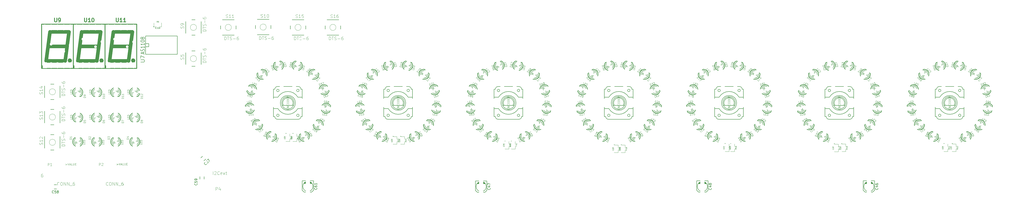
<source format=gto>
G04 #@! TF.FileFunction,Legend,Top*
%FSLAX46Y46*%
G04 Gerber Fmt 4.6, Leading zero omitted, Abs format (unit mm)*
G04 Created by KiCad (PCBNEW 4.0.2-4+6225~38~ubuntu15.04.1-stable) date Sa 05 Mär 2016 01:52:21 CET*
%MOMM*%
G01*
G04 APERTURE LIST*
%ADD10C,0.150000*%
%ADD11C,0.254000*%
%ADD12C,0.152400*%
%ADD13C,0.127000*%
%ADD14C,0.099060*%
%ADD15C,1.399540*%
%ADD16C,0.299720*%
%ADD17C,0.304800*%
%ADD18C,1.000760*%
%ADD19C,0.203200*%
%ADD20C,0.101600*%
%ADD21C,0.088900*%
%ADD22C,0.109220*%
%ADD23C,0.300000*%
%ADD24C,0.076200*%
%ADD25C,1.876400*%
%ADD26R,0.708000X1.470000*%
%ADD27R,1.250000X1.250000*%
%ADD28C,1.250000*%
%ADD29R,1.089000X1.597000*%
%ADD30R,1.597000X1.089000*%
%ADD31R,1.701140X2.399640*%
%ADD32O,1.701140X2.399640*%
%ADD33C,1.724000*%
%ADD34R,3.400000X3.400000*%
%ADD35O,3.214980X1.706220*%
%ADD36O,1.706220X3.214980*%
%ADD37R,1.700000X1.450000*%
%ADD38R,1.450000X1.700000*%
%ADD39C,6.200000*%
%ADD40R,1.800200X2.800960*%
%ADD41C,1.520800*%
%ADD42C,1.089000*%
%ADD43C,2.200000*%
%ADD44C,0.800000*%
G04 APERTURE END LIST*
D10*
D11*
X25234900Y-56134000D02*
X22694900Y-56134000D01*
D12*
X22989373Y-58879664D02*
G75*
G03X23964900Y-59232800I975527J1170864D01*
G01*
X23965369Y-59230911D02*
G75*
G03X24975820Y-58846720I-469J1522111D01*
G01*
X23964866Y-56186653D02*
G75*
G03X22974300Y-56553100I34J-1522147D01*
G01*
X24940427Y-56537936D02*
G75*
G03X23964900Y-56184800I-975527J-1170864D01*
G01*
X23077745Y-56469634D02*
G75*
G03X22440900Y-57708800I887155J-1239166D01*
G01*
X22440900Y-57709601D02*
G75*
G03X23050500Y-58928000I1524000J801D01*
G01*
X25487106Y-57708358D02*
G75*
G03X24899620Y-56507380I-1522206J-442D01*
G01*
X24901071Y-58911364D02*
G75*
G03X25488900Y-57708800I-936171J1202564D01*
G01*
X23329900Y-57708800D02*
G75*
G03X23964900Y-58343800I635000J0D01*
G01*
X22948900Y-57708800D02*
G75*
G03X23964900Y-58724800I1016000J0D01*
G01*
X24599900Y-57708800D02*
G75*
G03X23964900Y-57073800I-635000J0D01*
G01*
X24980900Y-57708800D02*
G75*
G03X23964900Y-56692800I-1016000J0D01*
G01*
D11*
X22661474Y-56149920D02*
G75*
G03X21932900Y-57708800I1303426J-1558880D01*
G01*
X21935440Y-57709775D02*
G75*
G03X23009860Y-59499500I2029460J975D01*
G01*
X25994286Y-57706248D02*
G75*
G03X25275540Y-56159400I-2029386J-2552D01*
G01*
X24974751Y-59472099D02*
G75*
G03X25996900Y-57708800I-1009851J1763299D01*
G01*
X23001553Y-59497930D02*
G75*
G03X23964900Y-59740800I963347J1789130D01*
G01*
X23965000Y-59739723D02*
G75*
G03X25029160Y-59438540I-100J2030923D01*
G01*
X32854900Y-56134000D02*
X30314900Y-56134000D01*
D12*
X30609373Y-58879664D02*
G75*
G03X31584900Y-59232800I975527J1170864D01*
G01*
X31585369Y-59230911D02*
G75*
G03X32595820Y-58846720I-469J1522111D01*
G01*
X31584866Y-56186653D02*
G75*
G03X30594300Y-56553100I34J-1522147D01*
G01*
X32560427Y-56537936D02*
G75*
G03X31584900Y-56184800I-975527J-1170864D01*
G01*
X30697745Y-56469634D02*
G75*
G03X30060900Y-57708800I887155J-1239166D01*
G01*
X30060900Y-57709601D02*
G75*
G03X30670500Y-58928000I1524000J801D01*
G01*
X33107106Y-57708358D02*
G75*
G03X32519620Y-56507380I-1522206J-442D01*
G01*
X32521071Y-58911364D02*
G75*
G03X33108900Y-57708800I-936171J1202564D01*
G01*
X30949900Y-57708800D02*
G75*
G03X31584900Y-58343800I635000J0D01*
G01*
X30568900Y-57708800D02*
G75*
G03X31584900Y-58724800I1016000J0D01*
G01*
X32219900Y-57708800D02*
G75*
G03X31584900Y-57073800I-635000J0D01*
G01*
X32600900Y-57708800D02*
G75*
G03X31584900Y-56692800I-1016000J0D01*
G01*
D11*
X30281474Y-56149920D02*
G75*
G03X29552900Y-57708800I1303426J-1558880D01*
G01*
X29555440Y-57709775D02*
G75*
G03X30629860Y-59499500I2029460J975D01*
G01*
X33614286Y-57706248D02*
G75*
G03X32895540Y-56159400I-2029386J-2552D01*
G01*
X32594751Y-59472099D02*
G75*
G03X33616900Y-57708800I-1009851J1763299D01*
G01*
X30621553Y-59497930D02*
G75*
G03X31584900Y-59740800I963347J1789130D01*
G01*
X31585000Y-59739723D02*
G75*
G03X32649160Y-59438540I-100J2030923D01*
G01*
X40474900Y-56134000D02*
X37934900Y-56134000D01*
D12*
X38229373Y-58879664D02*
G75*
G03X39204900Y-59232800I975527J1170864D01*
G01*
X39205369Y-59230911D02*
G75*
G03X40215820Y-58846720I-469J1522111D01*
G01*
X39204866Y-56186653D02*
G75*
G03X38214300Y-56553100I34J-1522147D01*
G01*
X40180427Y-56537936D02*
G75*
G03X39204900Y-56184800I-975527J-1170864D01*
G01*
X38317745Y-56469634D02*
G75*
G03X37680900Y-57708800I887155J-1239166D01*
G01*
X37680900Y-57709601D02*
G75*
G03X38290500Y-58928000I1524000J801D01*
G01*
X40727106Y-57708358D02*
G75*
G03X40139620Y-56507380I-1522206J-442D01*
G01*
X40141071Y-58911364D02*
G75*
G03X40728900Y-57708800I-936171J1202564D01*
G01*
X38569900Y-57708800D02*
G75*
G03X39204900Y-58343800I635000J0D01*
G01*
X38188900Y-57708800D02*
G75*
G03X39204900Y-58724800I1016000J0D01*
G01*
X39839900Y-57708800D02*
G75*
G03X39204900Y-57073800I-635000J0D01*
G01*
X40220900Y-57708800D02*
G75*
G03X39204900Y-56692800I-1016000J0D01*
G01*
D11*
X37901474Y-56149920D02*
G75*
G03X37172900Y-57708800I1303426J-1558880D01*
G01*
X37175440Y-57709775D02*
G75*
G03X38249860Y-59499500I2029460J975D01*
G01*
X41234286Y-57706248D02*
G75*
G03X40515540Y-56159400I-2029386J-2552D01*
G01*
X40214751Y-59472099D02*
G75*
G03X41236900Y-57708800I-1009851J1763299D01*
G01*
X38241553Y-59497930D02*
G75*
G03X39204900Y-59740800I963347J1789130D01*
G01*
X39205000Y-59739723D02*
G75*
G03X40269160Y-59438540I-100J2030923D01*
G01*
X48094900Y-56134000D02*
X45554900Y-56134000D01*
D12*
X45849373Y-58879664D02*
G75*
G03X46824900Y-59232800I975527J1170864D01*
G01*
X46825369Y-59230911D02*
G75*
G03X47835820Y-58846720I-469J1522111D01*
G01*
X46824866Y-56186653D02*
G75*
G03X45834300Y-56553100I34J-1522147D01*
G01*
X47800427Y-56537936D02*
G75*
G03X46824900Y-56184800I-975527J-1170864D01*
G01*
X45937745Y-56469634D02*
G75*
G03X45300900Y-57708800I887155J-1239166D01*
G01*
X45300900Y-57709601D02*
G75*
G03X45910500Y-58928000I1524000J801D01*
G01*
X48347106Y-57708358D02*
G75*
G03X47759620Y-56507380I-1522206J-442D01*
G01*
X47761071Y-58911364D02*
G75*
G03X48348900Y-57708800I-936171J1202564D01*
G01*
X46189900Y-57708800D02*
G75*
G03X46824900Y-58343800I635000J0D01*
G01*
X45808900Y-57708800D02*
G75*
G03X46824900Y-58724800I1016000J0D01*
G01*
X47459900Y-57708800D02*
G75*
G03X46824900Y-57073800I-635000J0D01*
G01*
X47840900Y-57708800D02*
G75*
G03X46824900Y-56692800I-1016000J0D01*
G01*
D11*
X45521474Y-56149920D02*
G75*
G03X44792900Y-57708800I1303426J-1558880D01*
G01*
X44795440Y-57709775D02*
G75*
G03X45869860Y-59499500I2029460J975D01*
G01*
X48854286Y-57706248D02*
G75*
G03X48135540Y-56159400I-2029386J-2552D01*
G01*
X47834751Y-59472099D02*
G75*
G03X48856900Y-57708800I-1009851J1763299D01*
G01*
X45861553Y-59497930D02*
G75*
G03X46824900Y-59740800I963347J1789130D01*
G01*
X46825000Y-59739723D02*
G75*
G03X47889160Y-59438540I-100J2030923D01*
G01*
X22694900Y-49631600D02*
X25234900Y-49631600D01*
D12*
X24940427Y-46885936D02*
G75*
G03X23964900Y-46532800I-975527J-1170864D01*
G01*
X23964431Y-46534689D02*
G75*
G03X22953980Y-46918880I469J-1522111D01*
G01*
X23964934Y-49578947D02*
G75*
G03X24955500Y-49212500I-34J1522147D01*
G01*
X22989373Y-49227664D02*
G75*
G03X23964900Y-49580800I975527J1170864D01*
G01*
X24852055Y-49295966D02*
G75*
G03X25488900Y-48056800I-887155J1239166D01*
G01*
X25488900Y-48055999D02*
G75*
G03X24879300Y-46837600I-1524000J-801D01*
G01*
X22442694Y-48057242D02*
G75*
G03X23030180Y-49258220I1522206J442D01*
G01*
X23028729Y-46854236D02*
G75*
G03X22440900Y-48056800I936171J-1202564D01*
G01*
X24599900Y-48056800D02*
G75*
G03X23964900Y-47421800I-635000J0D01*
G01*
X24980900Y-48056800D02*
G75*
G03X23964900Y-47040800I-1016000J0D01*
G01*
X23329900Y-48056800D02*
G75*
G03X23964900Y-48691800I635000J0D01*
G01*
X22948900Y-48056800D02*
G75*
G03X23964900Y-49072800I1016000J0D01*
G01*
D11*
X25268326Y-49615680D02*
G75*
G03X25996900Y-48056800I-1303426J1558880D01*
G01*
X25994360Y-48055825D02*
G75*
G03X24919940Y-46266100I-2029460J-975D01*
G01*
X21935514Y-48059352D02*
G75*
G03X22654260Y-49606200I2029386J2552D01*
G01*
X22955049Y-46293501D02*
G75*
G03X21932900Y-48056800I1009851J-1763299D01*
G01*
X24928247Y-46267670D02*
G75*
G03X23964900Y-46024800I-963347J-1789130D01*
G01*
X23964800Y-46025877D02*
G75*
G03X22900640Y-46327060I100J-2030923D01*
G01*
X30314900Y-49631600D02*
X32854900Y-49631600D01*
D12*
X32560427Y-46885936D02*
G75*
G03X31584900Y-46532800I-975527J-1170864D01*
G01*
X31584431Y-46534689D02*
G75*
G03X30573980Y-46918880I469J-1522111D01*
G01*
X31584934Y-49578947D02*
G75*
G03X32575500Y-49212500I-34J1522147D01*
G01*
X30609373Y-49227664D02*
G75*
G03X31584900Y-49580800I975527J1170864D01*
G01*
X32472055Y-49295966D02*
G75*
G03X33108900Y-48056800I-887155J1239166D01*
G01*
X33108900Y-48055999D02*
G75*
G03X32499300Y-46837600I-1524000J-801D01*
G01*
X30062694Y-48057242D02*
G75*
G03X30650180Y-49258220I1522206J442D01*
G01*
X30648729Y-46854236D02*
G75*
G03X30060900Y-48056800I936171J-1202564D01*
G01*
X32219900Y-48056800D02*
G75*
G03X31584900Y-47421800I-635000J0D01*
G01*
X32600900Y-48056800D02*
G75*
G03X31584900Y-47040800I-1016000J0D01*
G01*
X30949900Y-48056800D02*
G75*
G03X31584900Y-48691800I635000J0D01*
G01*
X30568900Y-48056800D02*
G75*
G03X31584900Y-49072800I1016000J0D01*
G01*
D11*
X32888326Y-49615680D02*
G75*
G03X33616900Y-48056800I-1303426J1558880D01*
G01*
X33614360Y-48055825D02*
G75*
G03X32539940Y-46266100I-2029460J-975D01*
G01*
X29555514Y-48059352D02*
G75*
G03X30274260Y-49606200I2029386J2552D01*
G01*
X30575049Y-46293501D02*
G75*
G03X29552900Y-48056800I1009851J-1763299D01*
G01*
X32548247Y-46267670D02*
G75*
G03X31584900Y-46024800I-963347J-1789130D01*
G01*
X31584800Y-46025877D02*
G75*
G03X30520640Y-46327060I100J-2030923D01*
G01*
X37934900Y-49631600D02*
X40474900Y-49631600D01*
D12*
X40180427Y-46885936D02*
G75*
G03X39204900Y-46532800I-975527J-1170864D01*
G01*
X39204431Y-46534689D02*
G75*
G03X38193980Y-46918880I469J-1522111D01*
G01*
X39204934Y-49578947D02*
G75*
G03X40195500Y-49212500I-34J1522147D01*
G01*
X38229373Y-49227664D02*
G75*
G03X39204900Y-49580800I975527J1170864D01*
G01*
X40092055Y-49295966D02*
G75*
G03X40728900Y-48056800I-887155J1239166D01*
G01*
X40728900Y-48055999D02*
G75*
G03X40119300Y-46837600I-1524000J-801D01*
G01*
X37682694Y-48057242D02*
G75*
G03X38270180Y-49258220I1522206J442D01*
G01*
X38268729Y-46854236D02*
G75*
G03X37680900Y-48056800I936171J-1202564D01*
G01*
X39839900Y-48056800D02*
G75*
G03X39204900Y-47421800I-635000J0D01*
G01*
X40220900Y-48056800D02*
G75*
G03X39204900Y-47040800I-1016000J0D01*
G01*
X38569900Y-48056800D02*
G75*
G03X39204900Y-48691800I635000J0D01*
G01*
X38188900Y-48056800D02*
G75*
G03X39204900Y-49072800I1016000J0D01*
G01*
D11*
X40508326Y-49615680D02*
G75*
G03X41236900Y-48056800I-1303426J1558880D01*
G01*
X41234360Y-48055825D02*
G75*
G03X40159940Y-46266100I-2029460J-975D01*
G01*
X37175514Y-48059352D02*
G75*
G03X37894260Y-49606200I2029386J2552D01*
G01*
X38195049Y-46293501D02*
G75*
G03X37172900Y-48056800I1009851J-1763299D01*
G01*
X40168247Y-46267670D02*
G75*
G03X39204900Y-46024800I-963347J-1789130D01*
G01*
X39204800Y-46025877D02*
G75*
G03X38140640Y-46327060I100J-2030923D01*
G01*
X45554900Y-49631600D02*
X48094900Y-49631600D01*
D12*
X47800427Y-46885936D02*
G75*
G03X46824900Y-46532800I-975527J-1170864D01*
G01*
X46824431Y-46534689D02*
G75*
G03X45813980Y-46918880I469J-1522111D01*
G01*
X46824934Y-49578947D02*
G75*
G03X47815500Y-49212500I-34J1522147D01*
G01*
X45849373Y-49227664D02*
G75*
G03X46824900Y-49580800I975527J1170864D01*
G01*
X47712055Y-49295966D02*
G75*
G03X48348900Y-48056800I-887155J1239166D01*
G01*
X48348900Y-48055999D02*
G75*
G03X47739300Y-46837600I-1524000J-801D01*
G01*
X45302694Y-48057242D02*
G75*
G03X45890180Y-49258220I1522206J442D01*
G01*
X45888729Y-46854236D02*
G75*
G03X45300900Y-48056800I936171J-1202564D01*
G01*
X47459900Y-48056800D02*
G75*
G03X46824900Y-47421800I-635000J0D01*
G01*
X47840900Y-48056800D02*
G75*
G03X46824900Y-47040800I-1016000J0D01*
G01*
X46189900Y-48056800D02*
G75*
G03X46824900Y-48691800I635000J0D01*
G01*
X45808900Y-48056800D02*
G75*
G03X46824900Y-49072800I1016000J0D01*
G01*
D11*
X48128326Y-49615680D02*
G75*
G03X48856900Y-48056800I-1303426J1558880D01*
G01*
X48854360Y-48055825D02*
G75*
G03X47779940Y-46266100I-2029460J-975D01*
G01*
X44795514Y-48059352D02*
G75*
G03X45514260Y-49606200I2029386J2552D01*
G01*
X45815049Y-46293501D02*
G75*
G03X44792900Y-48056800I1009851J-1763299D01*
G01*
X47788247Y-46267670D02*
G75*
G03X46824900Y-46024800I-963347J-1789130D01*
G01*
X46824800Y-46025877D02*
G75*
G03X45760640Y-46327060I100J-2030923D01*
G01*
X22694900Y-39471600D02*
X25234900Y-39471600D01*
D12*
X24940427Y-36725936D02*
G75*
G03X23964900Y-36372800I-975527J-1170864D01*
G01*
X23964431Y-36374689D02*
G75*
G03X22953980Y-36758880I469J-1522111D01*
G01*
X23964934Y-39418947D02*
G75*
G03X24955500Y-39052500I-34J1522147D01*
G01*
X22989373Y-39067664D02*
G75*
G03X23964900Y-39420800I975527J1170864D01*
G01*
X24852055Y-39135966D02*
G75*
G03X25488900Y-37896800I-887155J1239166D01*
G01*
X25488900Y-37895999D02*
G75*
G03X24879300Y-36677600I-1524000J-801D01*
G01*
X22442694Y-37897242D02*
G75*
G03X23030180Y-39098220I1522206J442D01*
G01*
X23028729Y-36694236D02*
G75*
G03X22440900Y-37896800I936171J-1202564D01*
G01*
X24599900Y-37896800D02*
G75*
G03X23964900Y-37261800I-635000J0D01*
G01*
X24980900Y-37896800D02*
G75*
G03X23964900Y-36880800I-1016000J0D01*
G01*
X23329900Y-37896800D02*
G75*
G03X23964900Y-38531800I635000J0D01*
G01*
X22948900Y-37896800D02*
G75*
G03X23964900Y-38912800I1016000J0D01*
G01*
D11*
X25268326Y-39455680D02*
G75*
G03X25996900Y-37896800I-1303426J1558880D01*
G01*
X25994360Y-37895825D02*
G75*
G03X24919940Y-36106100I-2029460J-975D01*
G01*
X21935514Y-37899352D02*
G75*
G03X22654260Y-39446200I2029386J2552D01*
G01*
X22955049Y-36133501D02*
G75*
G03X21932900Y-37896800I1009851J-1763299D01*
G01*
X24928247Y-36107670D02*
G75*
G03X23964900Y-35864800I-963347J-1789130D01*
G01*
X23964800Y-35865877D02*
G75*
G03X22900640Y-36167060I100J-2030923D01*
G01*
X30314900Y-39471600D02*
X32854900Y-39471600D01*
D12*
X32560427Y-36725936D02*
G75*
G03X31584900Y-36372800I-975527J-1170864D01*
G01*
X31584431Y-36374689D02*
G75*
G03X30573980Y-36758880I469J-1522111D01*
G01*
X31584934Y-39418947D02*
G75*
G03X32575500Y-39052500I-34J1522147D01*
G01*
X30609373Y-39067664D02*
G75*
G03X31584900Y-39420800I975527J1170864D01*
G01*
X32472055Y-39135966D02*
G75*
G03X33108900Y-37896800I-887155J1239166D01*
G01*
X33108900Y-37895999D02*
G75*
G03X32499300Y-36677600I-1524000J-801D01*
G01*
X30062694Y-37897242D02*
G75*
G03X30650180Y-39098220I1522206J442D01*
G01*
X30648729Y-36694236D02*
G75*
G03X30060900Y-37896800I936171J-1202564D01*
G01*
X32219900Y-37896800D02*
G75*
G03X31584900Y-37261800I-635000J0D01*
G01*
X32600900Y-37896800D02*
G75*
G03X31584900Y-36880800I-1016000J0D01*
G01*
X30949900Y-37896800D02*
G75*
G03X31584900Y-38531800I635000J0D01*
G01*
X30568900Y-37896800D02*
G75*
G03X31584900Y-38912800I1016000J0D01*
G01*
D11*
X32888326Y-39455680D02*
G75*
G03X33616900Y-37896800I-1303426J1558880D01*
G01*
X33614360Y-37895825D02*
G75*
G03X32539940Y-36106100I-2029460J-975D01*
G01*
X29555514Y-37899352D02*
G75*
G03X30274260Y-39446200I2029386J2552D01*
G01*
X30575049Y-36133501D02*
G75*
G03X29552900Y-37896800I1009851J-1763299D01*
G01*
X32548247Y-36107670D02*
G75*
G03X31584900Y-35864800I-963347J-1789130D01*
G01*
X31584800Y-35865877D02*
G75*
G03X30520640Y-36167060I100J-2030923D01*
G01*
X37934900Y-39471600D02*
X40474900Y-39471600D01*
D12*
X40180427Y-36725936D02*
G75*
G03X39204900Y-36372800I-975527J-1170864D01*
G01*
X39204431Y-36374689D02*
G75*
G03X38193980Y-36758880I469J-1522111D01*
G01*
X39204934Y-39418947D02*
G75*
G03X40195500Y-39052500I-34J1522147D01*
G01*
X38229373Y-39067664D02*
G75*
G03X39204900Y-39420800I975527J1170864D01*
G01*
X40092055Y-39135966D02*
G75*
G03X40728900Y-37896800I-887155J1239166D01*
G01*
X40728900Y-37895999D02*
G75*
G03X40119300Y-36677600I-1524000J-801D01*
G01*
X37682694Y-37897242D02*
G75*
G03X38270180Y-39098220I1522206J442D01*
G01*
X38268729Y-36694236D02*
G75*
G03X37680900Y-37896800I936171J-1202564D01*
G01*
X39839900Y-37896800D02*
G75*
G03X39204900Y-37261800I-635000J0D01*
G01*
X40220900Y-37896800D02*
G75*
G03X39204900Y-36880800I-1016000J0D01*
G01*
X38569900Y-37896800D02*
G75*
G03X39204900Y-38531800I635000J0D01*
G01*
X38188900Y-37896800D02*
G75*
G03X39204900Y-38912800I1016000J0D01*
G01*
D11*
X40508326Y-39455680D02*
G75*
G03X41236900Y-37896800I-1303426J1558880D01*
G01*
X41234360Y-37895825D02*
G75*
G03X40159940Y-36106100I-2029460J-975D01*
G01*
X37175514Y-37899352D02*
G75*
G03X37894260Y-39446200I2029386J2552D01*
G01*
X38195049Y-36133501D02*
G75*
G03X37172900Y-37896800I1009851J-1763299D01*
G01*
X40168247Y-36107670D02*
G75*
G03X39204900Y-35864800I-963347J-1789130D01*
G01*
X39204800Y-35865877D02*
G75*
G03X38140640Y-36167060I100J-2030923D01*
G01*
X45554900Y-39471600D02*
X48094900Y-39471600D01*
D12*
X47800427Y-36725936D02*
G75*
G03X46824900Y-36372800I-975527J-1170864D01*
G01*
X46824431Y-36374689D02*
G75*
G03X45813980Y-36758880I469J-1522111D01*
G01*
X46824934Y-39418947D02*
G75*
G03X47815500Y-39052500I-34J1522147D01*
G01*
X45849373Y-39067664D02*
G75*
G03X46824900Y-39420800I975527J1170864D01*
G01*
X47712055Y-39135966D02*
G75*
G03X48348900Y-37896800I-887155J1239166D01*
G01*
X48348900Y-37895999D02*
G75*
G03X47739300Y-36677600I-1524000J-801D01*
G01*
X45302694Y-37897242D02*
G75*
G03X45890180Y-39098220I1522206J442D01*
G01*
X45888729Y-36694236D02*
G75*
G03X45300900Y-37896800I936171J-1202564D01*
G01*
X47459900Y-37896800D02*
G75*
G03X46824900Y-37261800I-635000J0D01*
G01*
X47840900Y-37896800D02*
G75*
G03X46824900Y-36880800I-1016000J0D01*
G01*
X46189900Y-37896800D02*
G75*
G03X46824900Y-38531800I635000J0D01*
G01*
X45808900Y-37896800D02*
G75*
G03X46824900Y-38912800I1016000J0D01*
G01*
D11*
X48128326Y-39455680D02*
G75*
G03X48856900Y-37896800I-1303426J1558880D01*
G01*
X48854360Y-37895825D02*
G75*
G03X47779940Y-36106100I-2029460J-975D01*
G01*
X44795514Y-37899352D02*
G75*
G03X45514260Y-39446200I2029386J2552D01*
G01*
X45815049Y-36133501D02*
G75*
G03X44792900Y-37896800I1009851J-1763299D01*
G01*
X47788247Y-36107670D02*
G75*
G03X46824900Y-35864800I-963347J-1789130D01*
G01*
X46824800Y-35865877D02*
G75*
G03X45760640Y-36167060I100J-2030923D01*
G01*
D13*
X63842900Y-22529800D02*
X63842900Y-15163800D01*
X51142900Y-15163800D02*
X51142900Y-22529800D01*
X63842900Y-22529800D02*
X51142900Y-22529800D01*
X51142900Y-15163800D02*
X63842900Y-15163800D01*
X51142900Y-18211800D02*
X52412900Y-18211800D01*
X52412900Y-18211800D02*
X52412900Y-19481800D01*
X52412900Y-19481800D02*
X51142900Y-19481800D01*
D11*
X193660859Y-25244175D02*
X191196308Y-25858657D01*
D12*
X192146270Y-28451524D02*
G75*
G03X193178251Y-28558169I663292J1372086D01*
G01*
X193178249Y-28556222D02*
G75*
G03X194065741Y-27938993I-368687J1476784D01*
G01*
X192441288Y-25602514D02*
G75*
G03X191568798Y-26197715I368274J-1476924D01*
G01*
X193472854Y-25707352D02*
G75*
G03X192440873Y-25600707I-663292J-1372086D01*
G01*
X191648978Y-26091703D02*
G75*
G03X191330831Y-27448127I1160584J-987735D01*
G01*
X191331025Y-27448904D02*
G75*
G03X192217275Y-28483636I1478537J369466D01*
G01*
X194286445Y-26710754D02*
G75*
G03X193425867Y-25687576I-1476883J-368684D01*
G01*
X194008851Y-28019801D02*
G75*
G03X194288293Y-26710749I-1199289J940363D01*
G01*
X192193424Y-27233059D02*
G75*
G03X192963183Y-27695576I616138J153621D01*
G01*
X191823742Y-27325231D02*
G75*
G03X193055355Y-28065258I985820J245793D01*
G01*
X193425700Y-26925818D02*
G75*
G03X192655942Y-26463300I-616138J-153620D01*
G01*
X193795382Y-26833646D02*
G75*
G03X192563770Y-26093618I-985820J-245792D01*
G01*
D11*
X191167727Y-25882191D02*
G75*
G03X190837921Y-27571023I1641835J-1197247D01*
G01*
X190840622Y-27571354D02*
G75*
G03X192316100Y-29047992I1968940J491916D01*
G01*
X194778050Y-26586008D02*
G75*
G03X193706437Y-25258989I-1968488J-493430D01*
G01*
X194215997Y-28546055D02*
G75*
G03X194781203Y-26587853I-1406435J1466617D01*
G01*
X192307660Y-29048478D02*
G75*
G03X193301147Y-29051079I501902J1969040D01*
G01*
X193300983Y-29050011D02*
G75*
G03X194260671Y-28500330I-491421J1970573D01*
G01*
X180952840Y-35081917D02*
X180084109Y-37468736D01*
D12*
X182764905Y-38131095D02*
G75*
G03X183430394Y-37335179I-766602J1317155D01*
G01*
X183428780Y-37334091D02*
G75*
G03X183413353Y-36253177I-1430477J520151D01*
G01*
X180567941Y-36293368D02*
G75*
G03X180573495Y-37349527I1430362J-520572D01*
G01*
X181231700Y-35496784D02*
G75*
G03X180566211Y-36292701I766603J-1317156D01*
G01*
X180530443Y-37223773D02*
G75*
G03X181477064Y-38246031I1467860J409833D01*
G01*
X181477817Y-38246305D02*
G75*
G03X182831233Y-38090186I520486J1432365D01*
G01*
X182518512Y-35383383D02*
G75*
G03X181189030Y-35524681I-520209J-1430557D01*
G01*
X183448533Y-36345528D02*
G75*
G03X182519541Y-35381848I-1450230J-468412D01*
G01*
X181781120Y-37410644D02*
G75*
G03X182595007Y-37031123I217183J596704D01*
G01*
X181650811Y-37768667D02*
G75*
G03X182953030Y-37161432I347492J954727D01*
G01*
X182215486Y-36217235D02*
G75*
G03X181401598Y-36596757I-217183J-596705D01*
G01*
X182345796Y-35859212D02*
G75*
G03X181043575Y-36466447I-347493J-954728D01*
G01*
D11*
X180087637Y-37505591D02*
G75*
G03X181303318Y-38723395I1910666J691651D01*
G01*
X181305103Y-38721341D02*
G75*
G03X183354367Y-38323839I693200J1907401D01*
G01*
X182689996Y-34906067D02*
G75*
G03X180990608Y-35052415I-691693J-1907873D01*
G01*
X184000652Y-36468073D02*
G75*
G03X182693287Y-34904484I-2002349J-345867D01*
G01*
X183350051Y-38331109D02*
G75*
G03X183907758Y-37508925I-1351748J1517169D01*
G01*
X183906780Y-37508463D02*
G75*
G03X183987725Y-36405469I-1908477J694523D01*
G01*
X179478463Y-43231077D02*
X179831962Y-45746358D01*
D12*
X182509923Y-45072628D02*
G75*
G03X182723855Y-44057448I-1295236J803080D01*
G01*
X182721920Y-44057246D02*
G75*
G03X182200840Y-43110098I-1507233J-212302D01*
G01*
X179707358Y-44481424D02*
G75*
G03X180208099Y-45411350I1507329J211876D01*
G01*
X179919450Y-43466467D02*
G75*
G03X179705518Y-44481648I1295237J-803081D01*
G01*
X180111048Y-45320528D02*
G75*
G03X181426786Y-45778717I1103639J1050980D01*
G01*
X181427579Y-45778604D02*
G75*
G03X182549281Y-45005369I-212892J1509056D01*
G01*
X181002399Y-42762218D02*
G75*
G03X179894871Y-43511130I212288J-1507330D01*
G01*
X182275258Y-43175123D02*
G75*
G03X181002587Y-42760379I-1060571J-1094425D01*
G01*
X181303062Y-44898368D02*
G75*
G03X181843507Y-44181173I-88375J628820D01*
G01*
X181356087Y-45275660D02*
G75*
G03X182220799Y-44128148I-141400J1006112D01*
G01*
X181126312Y-43640727D02*
G75*
G03X180585866Y-44357923I88375J-628821D01*
G01*
X181073287Y-43263435D02*
G75*
G03X180208574Y-44410948I141400J-1006113D01*
G01*
D11*
X179852380Y-45777242D02*
G75*
G03X181497486Y-46281773I1362307J1507694D01*
G01*
X181498098Y-46279121D02*
G75*
G03X183120875Y-44966076I-283411J2009573D01*
G01*
X180929723Y-42260266D02*
G75*
G03X179497959Y-43187298I284964J-2009282D01*
G01*
X182820282Y-43024121D02*
G75*
G03X180931887Y-42257323I-1605595J-1245427D01*
G01*
X183120477Y-44974521D02*
G75*
G03X183226911Y-43986748I-1905790J704973D01*
G01*
X183225831Y-43986799D02*
G75*
G03X182779476Y-42974912I-2011144J-282749D01*
G01*
X124891838Y-45746358D02*
X125245337Y-43231077D01*
D12*
X122485412Y-43140562D02*
G75*
G03X121999945Y-44057448I1023701J-1128986D01*
G01*
X122001751Y-44058176D02*
G75*
G03X122241575Y-45112262I1507362J-211372D01*
G01*
X125016451Y-44481356D02*
G75*
G03X124791431Y-43449431I-1507338J211808D01*
G01*
X124532815Y-45398534D02*
G75*
G03X125018282Y-44481648I-1023702J1128986D01*
G01*
X124859687Y-43563485D02*
G75*
G03X123721213Y-42760379I-1350574J-706063D01*
G01*
X123720420Y-42760269D02*
G75*
G03X122429039Y-43194367I-211307J-1509279D01*
G01*
X123297700Y-45777001D02*
G75*
G03X124568753Y-45362377I211413J1507453D01*
G01*
X122187963Y-45029244D02*
G75*
G03X123297014Y-45778717I1321150J759696D01*
G01*
X123597488Y-43640728D02*
G75*
G03X122880293Y-44181173I-88375J-628820D01*
G01*
X123650513Y-43263436D02*
G75*
G03X122503001Y-44128148I-141400J-1006112D01*
G01*
X123420738Y-44898369D02*
G75*
G03X124137934Y-44357923I88375J628821D01*
G01*
X123367713Y-45275661D02*
G75*
G03X124515226Y-44410948I141400J1006113D01*
G01*
D11*
X125234224Y-43195761D02*
G75*
G03X123791913Y-42257323I-1725111J-1073787D01*
G01*
X123790594Y-42259703D02*
G75*
G03X121868756Y-43074585I-281481J-2009845D01*
G01*
X123229205Y-46279541D02*
G75*
G03X124861029Y-45783068I279908J2009993D01*
G01*
X121622430Y-45024168D02*
G75*
G03X123226314Y-46281773I1886683J754620D01*
G01*
X121871468Y-43066578D02*
G75*
G03X121496889Y-43986748I1637645J-1202970D01*
G01*
X121497941Y-43986997D02*
G75*
G03X121648091Y-45082717I2011172J-282551D01*
G01*
X124639691Y-37468736D02*
X123770960Y-35081917D01*
D12*
X121291595Y-36297704D02*
G75*
G03X121293406Y-37335179I1433902J-516236D01*
G01*
X121295341Y-37334974D02*
G75*
G03X122001957Y-38153086I1430156J521034D01*
G01*
X124155836Y-36293303D02*
G75*
G03X123472695Y-35487808I-1430339J-520637D01*
G01*
X124159400Y-37330177D02*
G75*
G03X124157589Y-36292701I-1433903J516237D01*
G01*
X123586507Y-35556467D02*
G75*
G03X122204259Y-35381848I-861010J-1257473D01*
G01*
X122203506Y-35382122D02*
G75*
G03X121267081Y-36371676I521991J-1431818D01*
G01*
X123246537Y-38244196D02*
G75*
G03X124174156Y-37281380I-521040J1430256D01*
G01*
X121915646Y-38104954D02*
G75*
G03X123246736Y-38246031I809851J1291014D01*
G01*
X122508314Y-36217236D02*
G75*
G03X122128793Y-37031123I217183J-596704D01*
G01*
X122378005Y-35859213D02*
G75*
G03X121770770Y-37161432I347492J-954727D01*
G01*
X122942680Y-37410645D02*
G75*
G03X123322202Y-36596757I-217183J596705D01*
G01*
X123072990Y-37768668D02*
G75*
G03X123680225Y-36466447I-347493J954728D01*
G01*
D11*
X123744568Y-35055953D02*
G75*
G03X122030513Y-34904484I-1019071J-1757987D01*
G01*
X122030466Y-34907205D02*
G75*
G03X120716147Y-36528951I695031J-1906735D01*
G01*
X123421987Y-38720067D02*
G75*
G03X124629722Y-37515613I-696490J1906127D01*
G01*
X121413927Y-38365974D02*
G75*
G03X123420482Y-38723395I1311570J1552034D01*
G01*
X120714781Y-36520608D02*
G75*
G03X120816042Y-37508925I2010716J-293332D01*
G01*
X120817088Y-37508650D02*
G75*
G03X121464072Y-38405623I1908409J694710D01*
G01*
X120530950Y-30278405D02*
X118643363Y-28578814D01*
D12*
X117024991Y-30816281D02*
G75*
G03X117513655Y-31731467I1508419J217367D01*
G01*
X117515267Y-31730376D02*
G75*
G03X118523252Y-32120991I1018143J1131462D01*
G01*
X119551900Y-29467715D02*
G75*
G03X118570565Y-29077221I-1018490J-1131199D01*
G01*
X120041829Y-30381547D02*
G75*
G03X119553165Y-29466361I-1508419J-217367D01*
G01*
X118703288Y-29084412D02*
G75*
G03X117400857Y-29579159I-169878J-1514502D01*
G01*
X117400322Y-29579754D02*
G75*
G03X117038074Y-30893103I1133088J-1019160D01*
G01*
X119664925Y-31617140D02*
G75*
G03X120031949Y-30331535I-1131515J1018226D01*
G01*
X118424448Y-32119013D02*
G75*
G03X119665962Y-31618669I108962J1520099D01*
G01*
X118061513Y-30174016D02*
G75*
G03X118108512Y-31070811I471897J-424898D01*
G01*
X117778375Y-29919077D02*
G75*
G03X117853573Y-31353949I755035J-679837D01*
G01*
X119005307Y-31023812D02*
G75*
G03X118958308Y-30127017I-471897J424898D01*
G01*
X119288445Y-31278750D02*
G75*
G03X119213246Y-29843879I-755035J679836D01*
G01*
D11*
X118607869Y-28568279D02*
G75*
G03X117023339Y-29239241I-74459J-2030635D01*
G01*
X117024575Y-29241664D02*
G75*
G03X116625464Y-31290617I1508835J-1357250D01*
G01*
X120043246Y-31954942D02*
G75*
G03X120544156Y-30324475I-1509836J1356028D01*
G01*
X118103998Y-32585023D02*
G75*
G03X120043480Y-31958587I429412J1986109D01*
G01*
X116620342Y-31283891D02*
G75*
G03X117173736Y-32108984I1913068J684977D01*
G01*
X117174531Y-32108250D02*
G75*
G03X118166887Y-32596490I1358879J1509336D01*
G01*
X230276437Y-28578814D02*
X228388850Y-30278405D01*
D12*
X230444893Y-32121791D02*
G75*
G03X231406145Y-31731467I-58503J1522877D01*
G01*
X231405230Y-31729749D02*
G75*
G03X231899067Y-30768116I-1018840J1130835D01*
G01*
X229367850Y-29467762D02*
G75*
G03X228876917Y-30402902I1018540J-1131152D01*
G01*
X230327887Y-29076037D02*
G75*
G03X229366635Y-29466361I58503J-1522877D01*
G01*
X228897942Y-30271658D02*
G75*
G03X229253838Y-31618669I1488448J-327256D01*
G01*
X229254374Y-31619264D02*
G75*
G03X230522663Y-32116809I1132016J1020350D01*
G01*
X231517314Y-29580031D02*
G75*
G03X230277116Y-29080635I-1130924J-1018883D01*
G01*
X231886773Y-30866173D02*
G75*
G03X231518943Y-29579159I-1500383J267259D01*
G01*
X229914493Y-31023812D02*
G75*
G03X230811288Y-31070811I471897J424898D01*
G01*
X229631355Y-31278751D02*
G75*
G03X231066227Y-31353949I755035J679837D01*
G01*
X230858287Y-30174016D02*
G75*
G03X229961492Y-30127017I-471897J-424898D01*
G01*
X231141425Y-29919078D02*
G75*
G03X229706554Y-29843879I-755035J-679836D01*
G01*
D11*
X228374662Y-30312603D02*
G75*
G03X228876320Y-31958587I2011728J-286311D01*
G01*
X228878860Y-31957612D02*
G75*
G03X230874870Y-32568710I1507530J1358698D01*
G01*
X231892811Y-29239092D02*
G75*
G03X230323635Y-28570496I-1506421J-1359822D01*
G01*
X232316733Y-31233579D02*
G75*
G03X231896461Y-29239241I-1930343J634665D01*
G01*
X230867646Y-32573102D02*
G75*
G03X231746064Y-32108984I-481256J1974188D01*
G01*
X231745418Y-32108118D02*
G75*
G03X232334712Y-31172232I-1359028J1509204D01*
G01*
X326248859Y-25244175D02*
X323784308Y-25858657D01*
D12*
X324734270Y-28451524D02*
G75*
G03X325766251Y-28558169I663292J1372086D01*
G01*
X325766249Y-28556222D02*
G75*
G03X326653741Y-27938993I-368687J1476784D01*
G01*
X325029288Y-25602514D02*
G75*
G03X324156798Y-26197715I368274J-1476924D01*
G01*
X326060854Y-25707352D02*
G75*
G03X325028873Y-25600707I-663292J-1372086D01*
G01*
X324236978Y-26091703D02*
G75*
G03X323918831Y-27448127I1160584J-987735D01*
G01*
X323919025Y-27448904D02*
G75*
G03X324805275Y-28483636I1478537J369466D01*
G01*
X326874445Y-26710754D02*
G75*
G03X326013867Y-25687576I-1476883J-368684D01*
G01*
X326596851Y-28019801D02*
G75*
G03X326876293Y-26710749I-1199289J940363D01*
G01*
X324781424Y-27233059D02*
G75*
G03X325551183Y-27695576I616138J153621D01*
G01*
X324411742Y-27325231D02*
G75*
G03X325643355Y-28065258I985820J245793D01*
G01*
X326013700Y-26925818D02*
G75*
G03X325243942Y-26463300I-616138J-153620D01*
G01*
X326383382Y-26833646D02*
G75*
G03X325151770Y-26093618I-985820J-245792D01*
G01*
D11*
X323755727Y-25882191D02*
G75*
G03X323425921Y-27571023I1641835J-1197247D01*
G01*
X323428622Y-27571354D02*
G75*
G03X324904100Y-29047992I1968940J491916D01*
G01*
X327366050Y-26586008D02*
G75*
G03X326294437Y-25258989I-1968488J-493430D01*
G01*
X326803997Y-28546055D02*
G75*
G03X327369203Y-26587853I-1406435J1466617D01*
G01*
X324895660Y-29048478D02*
G75*
G03X325889147Y-29051079I501902J1969040D01*
G01*
X325888983Y-29050011D02*
G75*
G03X326848671Y-28500330I-491421J1970573D01*
G01*
X318668437Y-28578814D02*
X316780850Y-30278405D01*
D12*
X318836893Y-32121791D02*
G75*
G03X319798145Y-31731467I-58503J1522877D01*
G01*
X319797230Y-31729749D02*
G75*
G03X320291067Y-30768116I-1018840J1130835D01*
G01*
X317759850Y-29467762D02*
G75*
G03X317268917Y-30402902I1018540J-1131152D01*
G01*
X318719887Y-29076037D02*
G75*
G03X317758635Y-29466361I58503J-1522877D01*
G01*
X317289942Y-30271658D02*
G75*
G03X317645838Y-31618669I1488448J-327256D01*
G01*
X317646374Y-31619264D02*
G75*
G03X318914663Y-32116809I1132016J1020350D01*
G01*
X319909314Y-29580031D02*
G75*
G03X318669116Y-29080635I-1130924J-1018883D01*
G01*
X320278773Y-30866173D02*
G75*
G03X319910943Y-29579159I-1500383J267259D01*
G01*
X318306493Y-31023812D02*
G75*
G03X319203288Y-31070811I471897J424898D01*
G01*
X318023355Y-31278751D02*
G75*
G03X319458227Y-31353949I755035J679837D01*
G01*
X319250287Y-30174016D02*
G75*
G03X318353492Y-30127017I-471897J-424898D01*
G01*
X319533425Y-29919078D02*
G75*
G03X318098554Y-29843879I-755035J-679836D01*
G01*
D11*
X316766662Y-30312603D02*
G75*
G03X317268320Y-31958587I2011728J-286311D01*
G01*
X317270860Y-31957612D02*
G75*
G03X319266870Y-32568710I1507530J1358698D01*
G01*
X320284811Y-29239092D02*
G75*
G03X318715635Y-28570496I-1506421J-1359822D01*
G01*
X320708733Y-31233579D02*
G75*
G03X320288461Y-29239241I-1930343J634665D01*
G01*
X319259646Y-32573102D02*
G75*
G03X320138064Y-32108984I-481256J1974188D01*
G01*
X320137418Y-32108118D02*
G75*
G03X320726712Y-31172232I-1359028J1509204D01*
G01*
X313540840Y-35081917D02*
X312672109Y-37468736D01*
D12*
X315352905Y-38131095D02*
G75*
G03X316018394Y-37335179I-766602J1317155D01*
G01*
X316016780Y-37334091D02*
G75*
G03X316001353Y-36253177I-1430477J520151D01*
G01*
X313155941Y-36293368D02*
G75*
G03X313161495Y-37349527I1430362J-520572D01*
G01*
X313819700Y-35496784D02*
G75*
G03X313154211Y-36292701I766603J-1317156D01*
G01*
X313118443Y-37223773D02*
G75*
G03X314065064Y-38246031I1467860J409833D01*
G01*
X314065817Y-38246305D02*
G75*
G03X315419233Y-38090186I520486J1432365D01*
G01*
X315106512Y-35383383D02*
G75*
G03X313777030Y-35524681I-520209J-1430557D01*
G01*
X316036533Y-36345528D02*
G75*
G03X315107541Y-35381848I-1450230J-468412D01*
G01*
X314369120Y-37410644D02*
G75*
G03X315183007Y-37031123I217183J596704D01*
G01*
X314238811Y-37768667D02*
G75*
G03X315541030Y-37161432I347492J954727D01*
G01*
X314803486Y-36217235D02*
G75*
G03X313989598Y-36596757I-217183J-596705D01*
G01*
X314933796Y-35859212D02*
G75*
G03X313631575Y-36466447I-347493J-954728D01*
G01*
D11*
X312675637Y-37505591D02*
G75*
G03X313891318Y-38723395I1910666J691651D01*
G01*
X313893103Y-38721341D02*
G75*
G03X315942367Y-38323839I693200J1907401D01*
G01*
X315277996Y-34906067D02*
G75*
G03X313578608Y-35052415I-691693J-1907873D01*
G01*
X316588652Y-36468073D02*
G75*
G03X315281287Y-34904484I-2002349J-345867D01*
G01*
X315938051Y-38331109D02*
G75*
G03X316495758Y-37508925I-1351748J1517169D01*
G01*
X316494780Y-37508463D02*
G75*
G03X316575725Y-36405469I-1908477J694523D01*
G01*
X341510950Y-30278405D02*
X339623363Y-28578814D01*
D12*
X338004991Y-30816281D02*
G75*
G03X338493655Y-31731467I1508419J217367D01*
G01*
X338495267Y-31730376D02*
G75*
G03X339503252Y-32120991I1018143J1131462D01*
G01*
X340531900Y-29467715D02*
G75*
G03X339550565Y-29077221I-1018490J-1131199D01*
G01*
X341021829Y-30381547D02*
G75*
G03X340533165Y-29466361I-1508419J-217367D01*
G01*
X339683288Y-29084412D02*
G75*
G03X338380857Y-29579159I-169878J-1514502D01*
G01*
X338380322Y-29579754D02*
G75*
G03X338018074Y-30893103I1133088J-1019160D01*
G01*
X340644925Y-31617140D02*
G75*
G03X341011949Y-30331535I-1131515J1018226D01*
G01*
X339404448Y-32119013D02*
G75*
G03X340645962Y-31618669I108962J1520099D01*
G01*
X339041513Y-30174016D02*
G75*
G03X339088512Y-31070811I471897J-424898D01*
G01*
X338758375Y-29919077D02*
G75*
G03X338833573Y-31353949I755035J-679837D01*
G01*
X339985307Y-31023812D02*
G75*
G03X339938308Y-30127017I-471897J424898D01*
G01*
X340268445Y-31278750D02*
G75*
G03X340193246Y-29843879I-755035J679836D01*
G01*
D11*
X339587869Y-28568279D02*
G75*
G03X338003339Y-29239241I-74459J-2030635D01*
G01*
X338004575Y-29241664D02*
G75*
G03X337605464Y-31290617I1508835J-1357250D01*
G01*
X341023246Y-31954942D02*
G75*
G03X341524156Y-30324475I-1509836J1356028D01*
G01*
X339083998Y-32585023D02*
G75*
G03X341023480Y-31958587I429412J1986109D01*
G01*
X337600342Y-31283891D02*
G75*
G03X338153736Y-32108984I1913068J684977D01*
G01*
X338154531Y-32108250D02*
G75*
G03X339146887Y-32596490I1358879J1509336D01*
G01*
X312066463Y-43231077D02*
X312419962Y-45746358D01*
D12*
X315097923Y-45072628D02*
G75*
G03X315311855Y-44057448I-1295236J803080D01*
G01*
X315309920Y-44057246D02*
G75*
G03X314788840Y-43110098I-1507233J-212302D01*
G01*
X312295358Y-44481424D02*
G75*
G03X312796099Y-45411350I1507329J211876D01*
G01*
X312507450Y-43466467D02*
G75*
G03X312293518Y-44481648I1295237J-803081D01*
G01*
X312699048Y-45320528D02*
G75*
G03X314014786Y-45778717I1103639J1050980D01*
G01*
X314015579Y-45778604D02*
G75*
G03X315137281Y-45005369I-212892J1509056D01*
G01*
X313590399Y-42762218D02*
G75*
G03X312482871Y-43511130I212288J-1507330D01*
G01*
X314863258Y-43175123D02*
G75*
G03X313590587Y-42760379I-1060571J-1094425D01*
G01*
X313891062Y-44898368D02*
G75*
G03X314431507Y-44181173I-88375J628820D01*
G01*
X313944087Y-45275660D02*
G75*
G03X314808799Y-44128148I-141400J1006112D01*
G01*
X313714312Y-43640727D02*
G75*
G03X313173866Y-44357923I88375J-628821D01*
G01*
X313661287Y-43263435D02*
G75*
G03X312796574Y-44410948I141400J-1006113D01*
G01*
D11*
X312440380Y-45777242D02*
G75*
G03X314085486Y-46281773I1362307J1507694D01*
G01*
X314086098Y-46279121D02*
G75*
G03X315708875Y-44966076I-283411J2009573D01*
G01*
X313517723Y-42260266D02*
G75*
G03X312085959Y-43187298I284964J-2009282D01*
G01*
X315408282Y-43024121D02*
G75*
G03X313519887Y-42257323I-1605595J-1245427D01*
G01*
X315708477Y-44974521D02*
G75*
G03X315814911Y-43986748I-1905790J704973D01*
G01*
X315813831Y-43986799D02*
G75*
G03X315367476Y-42974912I-2011144J-282749D01*
G01*
X186080437Y-28578814D02*
X184192850Y-30278405D01*
D12*
X186248893Y-32121791D02*
G75*
G03X187210145Y-31731467I-58503J1522877D01*
G01*
X187209230Y-31729749D02*
G75*
G03X187703067Y-30768116I-1018840J1130835D01*
G01*
X185171850Y-29467762D02*
G75*
G03X184680917Y-30402902I1018540J-1131152D01*
G01*
X186131887Y-29076037D02*
G75*
G03X185170635Y-29466361I58503J-1522877D01*
G01*
X184701942Y-30271658D02*
G75*
G03X185057838Y-31618669I1488448J-327256D01*
G01*
X185058374Y-31619264D02*
G75*
G03X186326663Y-32116809I1132016J1020350D01*
G01*
X187321314Y-29580031D02*
G75*
G03X186081116Y-29080635I-1130924J-1018883D01*
G01*
X187690773Y-30866173D02*
G75*
G03X187322943Y-29579159I-1500383J267259D01*
G01*
X185718493Y-31023812D02*
G75*
G03X186615288Y-31070811I471897J424898D01*
G01*
X185435355Y-31278751D02*
G75*
G03X186870227Y-31353949I755035J679837D01*
G01*
X186662287Y-30174016D02*
G75*
G03X185765492Y-30127017I-471897J-424898D01*
G01*
X186945425Y-29919078D02*
G75*
G03X185510554Y-29843879I-755035J-679836D01*
G01*
D11*
X184178662Y-30312603D02*
G75*
G03X184680320Y-31958587I2011728J-286311D01*
G01*
X184682860Y-31957612D02*
G75*
G03X186678870Y-32568710I1507530J1358698D01*
G01*
X187696811Y-29239092D02*
G75*
G03X186127635Y-28570496I-1506421J-1359822D01*
G01*
X188120733Y-31233579D02*
G75*
G03X187700461Y-29239241I-1930343J634665D01*
G01*
X186671646Y-32573102D02*
G75*
G03X187550064Y-32108984I-481256J1974188D01*
G01*
X187549418Y-32108118D02*
G75*
G03X188138712Y-31172232I-1359028J1509204D01*
G01*
X257479838Y-45746358D02*
X257833337Y-43231077D01*
D12*
X255073412Y-43140562D02*
G75*
G03X254587945Y-44057448I1023701J-1128986D01*
G01*
X254589751Y-44058176D02*
G75*
G03X254829575Y-45112262I1507362J-211372D01*
G01*
X257604451Y-44481356D02*
G75*
G03X257379431Y-43449431I-1507338J211808D01*
G01*
X257120815Y-45398534D02*
G75*
G03X257606282Y-44481648I-1023702J1128986D01*
G01*
X257447687Y-43563485D02*
G75*
G03X256309213Y-42760379I-1350574J-706063D01*
G01*
X256308420Y-42760269D02*
G75*
G03X255017039Y-43194367I-211307J-1509279D01*
G01*
X255885700Y-45777001D02*
G75*
G03X257156753Y-45362377I211413J1507453D01*
G01*
X254775963Y-45029244D02*
G75*
G03X255885014Y-45778717I1321150J759696D01*
G01*
X256185488Y-43640728D02*
G75*
G03X255468293Y-44181173I-88375J-628820D01*
G01*
X256238513Y-43263436D02*
G75*
G03X255091001Y-44128148I-141400J-1006112D01*
G01*
X256008738Y-44898369D02*
G75*
G03X256725934Y-44357923I88375J628821D01*
G01*
X255955713Y-45275661D02*
G75*
G03X257103226Y-44410948I141400J1006113D01*
G01*
D11*
X257822224Y-43195761D02*
G75*
G03X256379913Y-42257323I-1725111J-1073787D01*
G01*
X256378594Y-42259703D02*
G75*
G03X254456756Y-43074585I-281481J-2009845D01*
G01*
X255817205Y-46279541D02*
G75*
G03X257449029Y-45783068I279908J2009993D01*
G01*
X254210430Y-45024168D02*
G75*
G03X255814314Y-46281773I1886683J754620D01*
G01*
X254459468Y-43066578D02*
G75*
G03X254084889Y-43986748I1637645J-1202970D01*
G01*
X254085941Y-43986997D02*
G75*
G03X254236091Y-45082717I2011172J-282551D01*
G01*
X334507492Y-25858657D02*
X332042941Y-25244175D01*
D12*
X331664431Y-27979521D02*
G75*
G03X332525549Y-28558169I1229807J900083D01*
G01*
X332526461Y-28556449D02*
G75*
G03X333599841Y-28428121I367777J1477011D01*
G01*
X333262445Y-25602497D02*
G75*
G03X332212652Y-25718419I-368207J-1476941D01*
G01*
X334124045Y-26179355D02*
G75*
G03X333262927Y-25600707I-1229807J-900083D01*
G01*
X332333216Y-25662459D02*
G75*
G03X331415507Y-26710749I561022J-1416979D01*
G01*
X331415314Y-26711526D02*
G75*
G03X331712048Y-28041209I1478924J-367912D01*
G01*
X334371334Y-27447264D02*
G75*
G03X334091842Y-26139835I-1477096J367826D01*
G01*
X333511674Y-28472761D02*
G75*
G03X334372969Y-27448127I-617436J1393323D01*
G01*
X332278100Y-26925817D02*
G75*
G03X332740617Y-27695576I616138J-153621D01*
G01*
X331908418Y-26833645D02*
G75*
G03X332648445Y-28065258I985820J-245793D01*
G01*
X333510376Y-27233058D02*
G75*
G03X333047858Y-26463300I-616138J153620D01*
G01*
X333880058Y-27325230D02*
G75*
G03X333140030Y-26093618I-985820J245792D01*
G01*
D11*
X332006656Y-25251537D02*
G75*
G03X330922597Y-26587853I887582J-1827901D01*
G01*
X330924826Y-26589412D02*
G75*
G03X331534357Y-28585901I1969412J-490026D01*
G01*
X334863961Y-27567914D02*
G75*
G03X334540780Y-25893134I-1969723J488476D01*
G01*
X333447512Y-29034665D02*
G75*
G03X334865879Y-27571023I-553274J1955227D01*
G01*
X331526677Y-28582369D02*
G75*
G03X332402653Y-29051079I1367561J1502931D01*
G01*
X332403010Y-29050058D02*
G75*
G03X333508423Y-29015265I491228J1970620D01*
G01*
X213283838Y-45746358D02*
X213637337Y-43231077D01*
D12*
X210877412Y-43140562D02*
G75*
G03X210391945Y-44057448I1023701J-1128986D01*
G01*
X210393751Y-44058176D02*
G75*
G03X210633575Y-45112262I1507362J-211372D01*
G01*
X213408451Y-44481356D02*
G75*
G03X213183431Y-43449431I-1507338J211808D01*
G01*
X212924815Y-45398534D02*
G75*
G03X213410282Y-44481648I-1023702J1128986D01*
G01*
X213251687Y-43563485D02*
G75*
G03X212113213Y-42760379I-1350574J-706063D01*
G01*
X212112420Y-42760269D02*
G75*
G03X210821039Y-43194367I-211307J-1509279D01*
G01*
X211689700Y-45777001D02*
G75*
G03X212960753Y-45362377I211413J1507453D01*
G01*
X210579963Y-45029244D02*
G75*
G03X211689014Y-45778717I1321150J759696D01*
G01*
X211989488Y-43640728D02*
G75*
G03X211272293Y-44181173I-88375J-628820D01*
G01*
X212042513Y-43263436D02*
G75*
G03X210895001Y-44128148I-141400J-1006112D01*
G01*
X211812738Y-44898369D02*
G75*
G03X212529934Y-44357923I88375J628821D01*
G01*
X211759713Y-45275661D02*
G75*
G03X212907226Y-44410948I141400J1006113D01*
G01*
D11*
X213626224Y-43195761D02*
G75*
G03X212183913Y-42257323I-1725111J-1073787D01*
G01*
X212182594Y-42259703D02*
G75*
G03X210260756Y-43074585I-281481J-2009845D01*
G01*
X211621205Y-46279541D02*
G75*
G03X213253029Y-45783068I279908J2009993D01*
G01*
X210014430Y-45024168D02*
G75*
G03X211618314Y-46281773I1886683J754620D01*
G01*
X210263468Y-43066578D02*
G75*
G03X209888889Y-43986748I1637645J-1202970D01*
G01*
X209889941Y-43986997D02*
G75*
G03X210040091Y-45082717I2011172J-282551D01*
G01*
X290311492Y-25858657D02*
X287846941Y-25244175D01*
D12*
X287468431Y-27979521D02*
G75*
G03X288329549Y-28558169I1229807J900083D01*
G01*
X288330461Y-28556449D02*
G75*
G03X289403841Y-28428121I367777J1477011D01*
G01*
X289066445Y-25602497D02*
G75*
G03X288016652Y-25718419I-368207J-1476941D01*
G01*
X289928045Y-26179355D02*
G75*
G03X289066927Y-25600707I-1229807J-900083D01*
G01*
X288137216Y-25662459D02*
G75*
G03X287219507Y-26710749I561022J-1416979D01*
G01*
X287219314Y-26711526D02*
G75*
G03X287516048Y-28041209I1478924J-367912D01*
G01*
X290175334Y-27447264D02*
G75*
G03X289895842Y-26139835I-1477096J367826D01*
G01*
X289315674Y-28472761D02*
G75*
G03X290176969Y-27448127I-617436J1393323D01*
G01*
X288082100Y-26925817D02*
G75*
G03X288544617Y-27695576I616138J-153621D01*
G01*
X287712418Y-26833645D02*
G75*
G03X288452445Y-28065258I985820J-245793D01*
G01*
X289314376Y-27233058D02*
G75*
G03X288851858Y-26463300I-616138J153620D01*
G01*
X289684058Y-27325230D02*
G75*
G03X288944030Y-26093618I-985820J245792D01*
G01*
D11*
X287810656Y-25251537D02*
G75*
G03X286726597Y-26587853I887582J-1827901D01*
G01*
X286728826Y-26589412D02*
G75*
G03X287338357Y-28585901I1969412J-490026D01*
G01*
X290667961Y-27567914D02*
G75*
G03X290344780Y-25893134I-1969723J488476D01*
G01*
X289251512Y-29034665D02*
G75*
G03X290669879Y-27571023I-553274J1955227D01*
G01*
X287330677Y-28582369D02*
G75*
G03X288206653Y-29051079I1367561J1502931D01*
G01*
X288207010Y-29050058D02*
G75*
G03X289312423Y-29015265I491228J1970620D01*
G01*
X282052859Y-25244175D02*
X279588308Y-25858657D01*
D12*
X280538270Y-28451524D02*
G75*
G03X281570251Y-28558169I663292J1372086D01*
G01*
X281570249Y-28556222D02*
G75*
G03X282457741Y-27938993I-368687J1476784D01*
G01*
X280833288Y-25602514D02*
G75*
G03X279960798Y-26197715I368274J-1476924D01*
G01*
X281864854Y-25707352D02*
G75*
G03X280832873Y-25600707I-663292J-1372086D01*
G01*
X280040978Y-26091703D02*
G75*
G03X279722831Y-27448127I1160584J-987735D01*
G01*
X279723025Y-27448904D02*
G75*
G03X280609275Y-28483636I1478537J369466D01*
G01*
X282678445Y-26710754D02*
G75*
G03X281817867Y-25687576I-1476883J-368684D01*
G01*
X282400851Y-28019801D02*
G75*
G03X282680293Y-26710749I-1199289J940363D01*
G01*
X280585424Y-27233059D02*
G75*
G03X281355183Y-27695576I616138J153621D01*
G01*
X280215742Y-27325231D02*
G75*
G03X281447355Y-28065258I985820J245793D01*
G01*
X281817700Y-26925818D02*
G75*
G03X281047942Y-26463300I-616138J-153620D01*
G01*
X282187382Y-26833646D02*
G75*
G03X280955770Y-26093618I-985820J-245792D01*
G01*
D11*
X279559727Y-25882191D02*
G75*
G03X279229921Y-27571023I1641835J-1197247D01*
G01*
X279232622Y-27571354D02*
G75*
G03X280708100Y-29047992I1968940J491916D01*
G01*
X283170050Y-26586008D02*
G75*
G03X282098437Y-25258989I-1968488J-493430D01*
G01*
X282607997Y-28546055D02*
G75*
G03X283173203Y-26587853I-1406435J1466617D01*
G01*
X280699660Y-29048478D02*
G75*
G03X281693147Y-29051079I501902J1969040D01*
G01*
X281692983Y-29050011D02*
G75*
G03X282652671Y-28500330I-491421J1970573D01*
G01*
X135282463Y-43231077D02*
X135635962Y-45746358D01*
D12*
X138313923Y-45072628D02*
G75*
G03X138527855Y-44057448I-1295236J803080D01*
G01*
X138525920Y-44057246D02*
G75*
G03X138004840Y-43110098I-1507233J-212302D01*
G01*
X135511358Y-44481424D02*
G75*
G03X136012099Y-45411350I1507329J211876D01*
G01*
X135723450Y-43466467D02*
G75*
G03X135509518Y-44481648I1295237J-803081D01*
G01*
X135915048Y-45320528D02*
G75*
G03X137230786Y-45778717I1103639J1050980D01*
G01*
X137231579Y-45778604D02*
G75*
G03X138353281Y-45005369I-212892J1509056D01*
G01*
X136806399Y-42762218D02*
G75*
G03X135698871Y-43511130I212288J-1507330D01*
G01*
X138079258Y-43175123D02*
G75*
G03X136806587Y-42760379I-1060571J-1094425D01*
G01*
X137107062Y-44898368D02*
G75*
G03X137647507Y-44181173I-88375J628820D01*
G01*
X137160087Y-45275660D02*
G75*
G03X138024799Y-44128148I-141400J1006112D01*
G01*
X136930312Y-43640727D02*
G75*
G03X136389866Y-44357923I88375J-628821D01*
G01*
X136877287Y-43263435D02*
G75*
G03X136012574Y-44410948I141400J-1006113D01*
G01*
D11*
X135656380Y-45777242D02*
G75*
G03X137301486Y-46281773I1362307J1507694D01*
G01*
X137302098Y-46279121D02*
G75*
G03X138924875Y-44966076I-283411J2009573D01*
G01*
X136733723Y-42260266D02*
G75*
G03X135301959Y-43187298I284964J-2009282D01*
G01*
X138624282Y-43024121D02*
G75*
G03X136735887Y-42257323I-1605595J-1245427D01*
G01*
X138924477Y-44974521D02*
G75*
G03X139030911Y-43986748I-1905790J704973D01*
G01*
X139029831Y-43986799D02*
G75*
G03X138583476Y-42974912I-2011144J-282749D01*
G01*
X274472437Y-28578814D02*
X272584850Y-30278405D01*
D12*
X274640893Y-32121791D02*
G75*
G03X275602145Y-31731467I-58503J1522877D01*
G01*
X275601230Y-31729749D02*
G75*
G03X276095067Y-30768116I-1018840J1130835D01*
G01*
X273563850Y-29467762D02*
G75*
G03X273072917Y-30402902I1018540J-1131152D01*
G01*
X274523887Y-29076037D02*
G75*
G03X273562635Y-29466361I58503J-1522877D01*
G01*
X273093942Y-30271658D02*
G75*
G03X273449838Y-31618669I1488448J-327256D01*
G01*
X273450374Y-31619264D02*
G75*
G03X274718663Y-32116809I1132016J1020350D01*
G01*
X275713314Y-29580031D02*
G75*
G03X274473116Y-29080635I-1130924J-1018883D01*
G01*
X276082773Y-30866173D02*
G75*
G03X275714943Y-29579159I-1500383J267259D01*
G01*
X274110493Y-31023812D02*
G75*
G03X275007288Y-31070811I471897J424898D01*
G01*
X273827355Y-31278751D02*
G75*
G03X275262227Y-31353949I755035J679837D01*
G01*
X275054287Y-30174016D02*
G75*
G03X274157492Y-30127017I-471897J-424898D01*
G01*
X275337425Y-29919078D02*
G75*
G03X273902554Y-29843879I-755035J-679836D01*
G01*
D11*
X272570662Y-30312603D02*
G75*
G03X273072320Y-31958587I2011728J-286311D01*
G01*
X273074860Y-31957612D02*
G75*
G03X275070870Y-32568710I1507530J1358698D01*
G01*
X276088811Y-29239092D02*
G75*
G03X274519635Y-28570496I-1506421J-1359822D01*
G01*
X276512733Y-31233579D02*
G75*
G03X276092461Y-29239241I-1930343J634665D01*
G01*
X275063646Y-32573102D02*
G75*
G03X275942064Y-32108984I-481256J1974188D01*
G01*
X275941418Y-32108118D02*
G75*
G03X276530712Y-31172232I-1359028J1509204D01*
G01*
X269344840Y-35081917D02*
X268476109Y-37468736D01*
D12*
X271156905Y-38131095D02*
G75*
G03X271822394Y-37335179I-766602J1317155D01*
G01*
X271820780Y-37334091D02*
G75*
G03X271805353Y-36253177I-1430477J520151D01*
G01*
X268959941Y-36293368D02*
G75*
G03X268965495Y-37349527I1430362J-520572D01*
G01*
X269623700Y-35496784D02*
G75*
G03X268958211Y-36292701I766603J-1317156D01*
G01*
X268922443Y-37223773D02*
G75*
G03X269869064Y-38246031I1467860J409833D01*
G01*
X269869817Y-38246305D02*
G75*
G03X271223233Y-38090186I520486J1432365D01*
G01*
X270910512Y-35383383D02*
G75*
G03X269581030Y-35524681I-520209J-1430557D01*
G01*
X271840533Y-36345528D02*
G75*
G03X270911541Y-35381848I-1450230J-468412D01*
G01*
X270173120Y-37410644D02*
G75*
G03X270987007Y-37031123I217183J596704D01*
G01*
X270042811Y-37768667D02*
G75*
G03X271345030Y-37161432I347492J954727D01*
G01*
X270607486Y-36217235D02*
G75*
G03X269793598Y-36596757I-217183J-596705D01*
G01*
X270737796Y-35859212D02*
G75*
G03X269435575Y-36466447I-347493J-954728D01*
G01*
D11*
X268479637Y-37505591D02*
G75*
G03X269695318Y-38723395I1910666J691651D01*
G01*
X269697103Y-38721341D02*
G75*
G03X271746367Y-38323839I693200J1907401D01*
G01*
X271081996Y-34906067D02*
G75*
G03X269382608Y-35052415I-691693J-1907873D01*
G01*
X272392652Y-36468073D02*
G75*
G03X271085287Y-34904484I-2002349J-345867D01*
G01*
X271742051Y-38331109D02*
G75*
G03X272299758Y-37508925I-1351748J1517169D01*
G01*
X272298780Y-37508463D02*
G75*
G03X272379725Y-36405469I-1908477J694523D01*
G01*
X267870463Y-43231077D02*
X268223962Y-45746358D01*
D12*
X270901923Y-45072628D02*
G75*
G03X271115855Y-44057448I-1295236J803080D01*
G01*
X271113920Y-44057246D02*
G75*
G03X270592840Y-43110098I-1507233J-212302D01*
G01*
X268099358Y-44481424D02*
G75*
G03X268600099Y-45411350I1507329J211876D01*
G01*
X268311450Y-43466467D02*
G75*
G03X268097518Y-44481648I1295237J-803081D01*
G01*
X268503048Y-45320528D02*
G75*
G03X269818786Y-45778717I1103639J1050980D01*
G01*
X269819579Y-45778604D02*
G75*
G03X270941281Y-45005369I-212892J1509056D01*
G01*
X269394399Y-42762218D02*
G75*
G03X268286871Y-43511130I212288J-1507330D01*
G01*
X270667258Y-43175123D02*
G75*
G03X269394587Y-42760379I-1060571J-1094425D01*
G01*
X269695062Y-44898368D02*
G75*
G03X270235507Y-44181173I-88375J628820D01*
G01*
X269748087Y-45275660D02*
G75*
G03X270612799Y-44128148I-141400J1006112D01*
G01*
X269518312Y-43640727D02*
G75*
G03X268977866Y-44357923I88375J-628821D01*
G01*
X269465287Y-43263435D02*
G75*
G03X268600574Y-44410948I141400J-1006113D01*
G01*
D11*
X268244380Y-45777242D02*
G75*
G03X269889486Y-46281773I1362307J1507694D01*
G01*
X269890098Y-46279121D02*
G75*
G03X271512875Y-44966076I-283411J2009573D01*
G01*
X269321723Y-42260266D02*
G75*
G03X267889959Y-43187298I284964J-2009282D01*
G01*
X271212282Y-43024121D02*
G75*
G03X269323887Y-42257323I-1605595J-1245427D01*
G01*
X271512477Y-44974521D02*
G75*
G03X271618911Y-43986748I-1905790J704973D01*
G01*
X271617831Y-43986799D02*
G75*
G03X271171476Y-42974912I-2011144J-282749D01*
G01*
X297314950Y-30278405D02*
X295427363Y-28578814D01*
D12*
X293808991Y-30816281D02*
G75*
G03X294297655Y-31731467I1508419J217367D01*
G01*
X294299267Y-31730376D02*
G75*
G03X295307252Y-32120991I1018143J1131462D01*
G01*
X296335900Y-29467715D02*
G75*
G03X295354565Y-29077221I-1018490J-1131199D01*
G01*
X296825829Y-30381547D02*
G75*
G03X296337165Y-29466361I-1508419J-217367D01*
G01*
X295487288Y-29084412D02*
G75*
G03X294184857Y-29579159I-169878J-1514502D01*
G01*
X294184322Y-29579754D02*
G75*
G03X293822074Y-30893103I1133088J-1019160D01*
G01*
X296448925Y-31617140D02*
G75*
G03X296815949Y-30331535I-1131515J1018226D01*
G01*
X295208448Y-32119013D02*
G75*
G03X296449962Y-31618669I108962J1520099D01*
G01*
X294845513Y-30174016D02*
G75*
G03X294892512Y-31070811I471897J-424898D01*
G01*
X294562375Y-29919077D02*
G75*
G03X294637573Y-31353949I755035J-679837D01*
G01*
X295789307Y-31023812D02*
G75*
G03X295742308Y-30127017I-471897J424898D01*
G01*
X296072445Y-31278750D02*
G75*
G03X295997246Y-29843879I-755035J679836D01*
G01*
D11*
X295391869Y-28568279D02*
G75*
G03X293807339Y-29239241I-74459J-2030635D01*
G01*
X293808575Y-29241664D02*
G75*
G03X293409464Y-31290617I1508835J-1357250D01*
G01*
X296827246Y-31954942D02*
G75*
G03X297328156Y-30324475I-1509836J1356028D01*
G01*
X294887998Y-32585023D02*
G75*
G03X296827480Y-31958587I429412J1986109D01*
G01*
X293404342Y-31283891D02*
G75*
G03X293957736Y-32108984I1913068J684977D01*
G01*
X293958531Y-32108250D02*
G75*
G03X294950887Y-32596490I1358879J1509336D01*
G01*
X213031691Y-37468736D02*
X212162960Y-35081917D01*
D12*
X209683595Y-36297704D02*
G75*
G03X209685406Y-37335179I1433902J-516236D01*
G01*
X209687341Y-37334974D02*
G75*
G03X210393957Y-38153086I1430156J521034D01*
G01*
X212547836Y-36293303D02*
G75*
G03X211864695Y-35487808I-1430339J-520637D01*
G01*
X212551400Y-37330177D02*
G75*
G03X212549589Y-36292701I-1433903J516237D01*
G01*
X211978507Y-35556467D02*
G75*
G03X210596259Y-35381848I-861010J-1257473D01*
G01*
X210595506Y-35382122D02*
G75*
G03X209659081Y-36371676I521991J-1431818D01*
G01*
X211638537Y-38244196D02*
G75*
G03X212566156Y-37281380I-521040J1430256D01*
G01*
X210307646Y-38104954D02*
G75*
G03X211638736Y-38246031I809851J1291014D01*
G01*
X210900314Y-36217236D02*
G75*
G03X210520793Y-37031123I217183J-596704D01*
G01*
X210770005Y-35859213D02*
G75*
G03X210162770Y-37161432I347492J-954727D01*
G01*
X211334680Y-37410645D02*
G75*
G03X211714202Y-36596757I-217183J596705D01*
G01*
X211464990Y-37768668D02*
G75*
G03X212072225Y-36466447I-347493J954728D01*
G01*
D11*
X212136568Y-35055953D02*
G75*
G03X210422513Y-34904484I-1019071J-1757987D01*
G01*
X210422466Y-34907205D02*
G75*
G03X209108147Y-36528951I695031J-1906735D01*
G01*
X211813987Y-38720067D02*
G75*
G03X213021722Y-37515613I-696490J1906127D01*
G01*
X209805927Y-38365974D02*
G75*
G03X211812482Y-38723395I1311570J1552034D01*
G01*
X209106781Y-36520608D02*
G75*
G03X209208042Y-37508925I2010716J-293332D01*
G01*
X209209088Y-37508650D02*
G75*
G03X209856072Y-38405623I1908409J694710D01*
G01*
X136756840Y-35081917D02*
X135888109Y-37468736D01*
D12*
X138568905Y-38131095D02*
G75*
G03X139234394Y-37335179I-766602J1317155D01*
G01*
X139232780Y-37334091D02*
G75*
G03X139217353Y-36253177I-1430477J520151D01*
G01*
X136371941Y-36293368D02*
G75*
G03X136377495Y-37349527I1430362J-520572D01*
G01*
X137035700Y-35496784D02*
G75*
G03X136370211Y-36292701I766603J-1317156D01*
G01*
X136334443Y-37223773D02*
G75*
G03X137281064Y-38246031I1467860J409833D01*
G01*
X137281817Y-38246305D02*
G75*
G03X138635233Y-38090186I520486J1432365D01*
G01*
X138322512Y-35383383D02*
G75*
G03X136993030Y-35524681I-520209J-1430557D01*
G01*
X139252533Y-36345528D02*
G75*
G03X138323541Y-35381848I-1450230J-468412D01*
G01*
X137585120Y-37410644D02*
G75*
G03X138399007Y-37031123I217183J596704D01*
G01*
X137454811Y-37768667D02*
G75*
G03X138757030Y-37161432I347492J954727D01*
G01*
X138019486Y-36217235D02*
G75*
G03X137205598Y-36596757I-217183J-596705D01*
G01*
X138149796Y-35859212D02*
G75*
G03X136847575Y-36466447I-347493J-954728D01*
G01*
D11*
X135891637Y-37505591D02*
G75*
G03X137107318Y-38723395I1910666J691651D01*
G01*
X137109103Y-38721341D02*
G75*
G03X139158367Y-38323839I693200J1907401D01*
G01*
X138493996Y-34906067D02*
G75*
G03X136794608Y-35052415I-691693J-1907873D01*
G01*
X139804652Y-36468073D02*
G75*
G03X138497287Y-34904484I-2002349J-345867D01*
G01*
X139154051Y-38331109D02*
G75*
G03X139711758Y-37508925I-1351748J1517169D01*
G01*
X139710780Y-37508463D02*
G75*
G03X139791725Y-36405469I-1908477J694523D01*
G01*
X208922950Y-30278405D02*
X207035363Y-28578814D01*
D12*
X205416991Y-30816281D02*
G75*
G03X205905655Y-31731467I1508419J217367D01*
G01*
X205907267Y-31730376D02*
G75*
G03X206915252Y-32120991I1018143J1131462D01*
G01*
X207943900Y-29467715D02*
G75*
G03X206962565Y-29077221I-1018490J-1131199D01*
G01*
X208433829Y-30381547D02*
G75*
G03X207945165Y-29466361I-1508419J-217367D01*
G01*
X207095288Y-29084412D02*
G75*
G03X205792857Y-29579159I-169878J-1514502D01*
G01*
X205792322Y-29579754D02*
G75*
G03X205430074Y-30893103I1133088J-1019160D01*
G01*
X208056925Y-31617140D02*
G75*
G03X208423949Y-30331535I-1131515J1018226D01*
G01*
X206816448Y-32119013D02*
G75*
G03X208057962Y-31618669I108962J1520099D01*
G01*
X206453513Y-30174016D02*
G75*
G03X206500512Y-31070811I471897J-424898D01*
G01*
X206170375Y-29919077D02*
G75*
G03X206245573Y-31353949I755035J-679837D01*
G01*
X207397307Y-31023812D02*
G75*
G03X207350308Y-30127017I-471897J424898D01*
G01*
X207680445Y-31278750D02*
G75*
G03X207605246Y-29843879I-755035J679836D01*
G01*
D11*
X206999869Y-28568279D02*
G75*
G03X205415339Y-29239241I-74459J-2030635D01*
G01*
X205416575Y-29241664D02*
G75*
G03X205017464Y-31290617I1508835J-1357250D01*
G01*
X208435246Y-31954942D02*
G75*
G03X208936156Y-30324475I-1509836J1356028D01*
G01*
X206495998Y-32585023D02*
G75*
G03X208435480Y-31958587I429412J1986109D01*
G01*
X205012342Y-31283891D02*
G75*
G03X205565736Y-32108984I1913068J684977D01*
G01*
X205566531Y-32108250D02*
G75*
G03X206558887Y-32596490I1358879J1509336D01*
G01*
X201919492Y-25858657D02*
X199454941Y-25244175D01*
D12*
X199076431Y-27979521D02*
G75*
G03X199937549Y-28558169I1229807J900083D01*
G01*
X199938461Y-28556449D02*
G75*
G03X201011841Y-28428121I367777J1477011D01*
G01*
X200674445Y-25602497D02*
G75*
G03X199624652Y-25718419I-368207J-1476941D01*
G01*
X201536045Y-26179355D02*
G75*
G03X200674927Y-25600707I-1229807J-900083D01*
G01*
X199745216Y-25662459D02*
G75*
G03X198827507Y-26710749I561022J-1416979D01*
G01*
X198827314Y-26711526D02*
G75*
G03X199124048Y-28041209I1478924J-367912D01*
G01*
X201783334Y-27447264D02*
G75*
G03X201503842Y-26139835I-1477096J367826D01*
G01*
X200923674Y-28472761D02*
G75*
G03X201784969Y-27448127I-617436J1393323D01*
G01*
X199690100Y-26925817D02*
G75*
G03X200152617Y-27695576I616138J-153621D01*
G01*
X199320418Y-26833645D02*
G75*
G03X200060445Y-28065258I985820J-245793D01*
G01*
X200922376Y-27233058D02*
G75*
G03X200459858Y-26463300I-616138J153620D01*
G01*
X201292058Y-27325230D02*
G75*
G03X200552030Y-26093618I-985820J245792D01*
G01*
D11*
X199418656Y-25251537D02*
G75*
G03X198334597Y-26587853I887582J-1827901D01*
G01*
X198336826Y-26589412D02*
G75*
G03X198946357Y-28585901I1969412J-490026D01*
G01*
X202275961Y-27567914D02*
G75*
G03X201952780Y-25893134I-1969723J488476D01*
G01*
X200859512Y-29034665D02*
G75*
G03X202277879Y-27571023I-553274J1955227D01*
G01*
X198938677Y-28582369D02*
G75*
G03X199814653Y-29051079I1367561J1502931D01*
G01*
X199815010Y-29050058D02*
G75*
G03X200920423Y-29015265I491228J1970620D01*
G01*
X141884437Y-28578814D02*
X139996850Y-30278405D01*
D12*
X142052893Y-32121791D02*
G75*
G03X143014145Y-31731467I-58503J1522877D01*
G01*
X143013230Y-31729749D02*
G75*
G03X143507067Y-30768116I-1018840J1130835D01*
G01*
X140975850Y-29467762D02*
G75*
G03X140484917Y-30402902I1018540J-1131152D01*
G01*
X141935887Y-29076037D02*
G75*
G03X140974635Y-29466361I58503J-1522877D01*
G01*
X140505942Y-30271658D02*
G75*
G03X140861838Y-31618669I1488448J-327256D01*
G01*
X140862374Y-31619264D02*
G75*
G03X142130663Y-32116809I1132016J1020350D01*
G01*
X143125314Y-29580031D02*
G75*
G03X141885116Y-29080635I-1130924J-1018883D01*
G01*
X143494773Y-30866173D02*
G75*
G03X143126943Y-29579159I-1500383J267259D01*
G01*
X141522493Y-31023812D02*
G75*
G03X142419288Y-31070811I471897J424898D01*
G01*
X141239355Y-31278751D02*
G75*
G03X142674227Y-31353949I755035J679837D01*
G01*
X142466287Y-30174016D02*
G75*
G03X141569492Y-30127017I-471897J-424898D01*
G01*
X142749425Y-29919078D02*
G75*
G03X141314554Y-29843879I-755035J-679836D01*
G01*
D11*
X139982662Y-30312603D02*
G75*
G03X140484320Y-31958587I2011728J-286311D01*
G01*
X140486860Y-31957612D02*
G75*
G03X142482870Y-32568710I1507530J1358698D01*
G01*
X143500811Y-29239092D02*
G75*
G03X141931635Y-28570496I-1506421J-1359822D01*
G01*
X143924733Y-31233579D02*
G75*
G03X143504461Y-29239241I-1930343J634665D01*
G01*
X142475646Y-32573102D02*
G75*
G03X143354064Y-32108984I-481256J1974188D01*
G01*
X143353418Y-32108118D02*
G75*
G03X143942712Y-31172232I-1359028J1509204D01*
G01*
X169087838Y-45746358D02*
X169441337Y-43231077D01*
D12*
X166681412Y-43140562D02*
G75*
G03X166195945Y-44057448I1023701J-1128986D01*
G01*
X166197751Y-44058176D02*
G75*
G03X166437575Y-45112262I1507362J-211372D01*
G01*
X169212451Y-44481356D02*
G75*
G03X168987431Y-43449431I-1507338J211808D01*
G01*
X168728815Y-45398534D02*
G75*
G03X169214282Y-44481648I-1023702J1128986D01*
G01*
X169055687Y-43563485D02*
G75*
G03X167917213Y-42760379I-1350574J-706063D01*
G01*
X167916420Y-42760269D02*
G75*
G03X166625039Y-43194367I-211307J-1509279D01*
G01*
X167493700Y-45777001D02*
G75*
G03X168764753Y-45362377I211413J1507453D01*
G01*
X166383963Y-45029244D02*
G75*
G03X167493014Y-45778717I1321150J759696D01*
G01*
X167793488Y-43640728D02*
G75*
G03X167076293Y-44181173I-88375J-628820D01*
G01*
X167846513Y-43263436D02*
G75*
G03X166699001Y-44128148I-141400J-1006112D01*
G01*
X167616738Y-44898369D02*
G75*
G03X168333934Y-44357923I88375J628821D01*
G01*
X167563713Y-45275661D02*
G75*
G03X168711226Y-44410948I141400J1006113D01*
G01*
D11*
X169430224Y-43195761D02*
G75*
G03X167987913Y-42257323I-1725111J-1073787D01*
G01*
X167986594Y-42259703D02*
G75*
G03X166064756Y-43074585I-281481J-2009845D01*
G01*
X167425205Y-46279541D02*
G75*
G03X169057029Y-45783068I279908J2009993D01*
G01*
X165818430Y-45024168D02*
G75*
G03X167422314Y-46281773I1886683J754620D01*
G01*
X166067468Y-43066578D02*
G75*
G03X165692889Y-43986748I1637645J-1202970D01*
G01*
X165693941Y-43986997D02*
G75*
G03X165844091Y-45082717I2011172J-282551D01*
G01*
X168835691Y-37468736D02*
X167966960Y-35081917D01*
D12*
X165487595Y-36297704D02*
G75*
G03X165489406Y-37335179I1433902J-516236D01*
G01*
X165491341Y-37334974D02*
G75*
G03X166197957Y-38153086I1430156J521034D01*
G01*
X168351836Y-36293303D02*
G75*
G03X167668695Y-35487808I-1430339J-520637D01*
G01*
X168355400Y-37330177D02*
G75*
G03X168353589Y-36292701I-1433903J516237D01*
G01*
X167782507Y-35556467D02*
G75*
G03X166400259Y-35381848I-861010J-1257473D01*
G01*
X166399506Y-35382122D02*
G75*
G03X165463081Y-36371676I521991J-1431818D01*
G01*
X167442537Y-38244196D02*
G75*
G03X168370156Y-37281380I-521040J1430256D01*
G01*
X166111646Y-38104954D02*
G75*
G03X167442736Y-38246031I809851J1291014D01*
G01*
X166704314Y-36217236D02*
G75*
G03X166324793Y-37031123I217183J-596704D01*
G01*
X166574005Y-35859213D02*
G75*
G03X165966770Y-37161432I347492J-954727D01*
G01*
X167138680Y-37410645D02*
G75*
G03X167518202Y-36596757I-217183J596705D01*
G01*
X167268990Y-37768668D02*
G75*
G03X167876225Y-36466447I-347493J954728D01*
G01*
D11*
X167940568Y-35055953D02*
G75*
G03X166226513Y-34904484I-1019071J-1757987D01*
G01*
X166226466Y-34907205D02*
G75*
G03X164912147Y-36528951I695031J-1906735D01*
G01*
X167617987Y-38720067D02*
G75*
G03X168825722Y-37515613I-696490J1906127D01*
G01*
X165609927Y-38365974D02*
G75*
G03X167616482Y-38723395I1311570J1552034D01*
G01*
X164910781Y-36520608D02*
G75*
G03X165012042Y-37508925I2010716J-293332D01*
G01*
X165013088Y-37508650D02*
G75*
G03X165660072Y-38405623I1908409J694710D01*
G01*
X164726950Y-30278405D02*
X162839363Y-28578814D01*
D12*
X161220991Y-30816281D02*
G75*
G03X161709655Y-31731467I1508419J217367D01*
G01*
X161711267Y-31730376D02*
G75*
G03X162719252Y-32120991I1018143J1131462D01*
G01*
X163747900Y-29467715D02*
G75*
G03X162766565Y-29077221I-1018490J-1131199D01*
G01*
X164237829Y-30381547D02*
G75*
G03X163749165Y-29466361I-1508419J-217367D01*
G01*
X162899288Y-29084412D02*
G75*
G03X161596857Y-29579159I-169878J-1514502D01*
G01*
X161596322Y-29579754D02*
G75*
G03X161234074Y-30893103I1133088J-1019160D01*
G01*
X163860925Y-31617140D02*
G75*
G03X164227949Y-30331535I-1131515J1018226D01*
G01*
X162620448Y-32119013D02*
G75*
G03X163861962Y-31618669I108962J1520099D01*
G01*
X162257513Y-30174016D02*
G75*
G03X162304512Y-31070811I471897J-424898D01*
G01*
X161974375Y-29919077D02*
G75*
G03X162049573Y-31353949I755035J-679837D01*
G01*
X163201307Y-31023812D02*
G75*
G03X163154308Y-30127017I-471897J424898D01*
G01*
X163484445Y-31278750D02*
G75*
G03X163409246Y-29843879I-755035J679836D01*
G01*
D11*
X162803869Y-28568279D02*
G75*
G03X161219339Y-29239241I-74459J-2030635D01*
G01*
X161220575Y-29241664D02*
G75*
G03X160821464Y-31290617I1508835J-1357250D01*
G01*
X164239246Y-31954942D02*
G75*
G03X164740156Y-30324475I-1509836J1356028D01*
G01*
X162299998Y-32585023D02*
G75*
G03X164239480Y-31958587I429412J1986109D01*
G01*
X160816342Y-31283891D02*
G75*
G03X161369736Y-32108984I1913068J684977D01*
G01*
X161370531Y-32108250D02*
G75*
G03X162362887Y-32596490I1358879J1509336D01*
G01*
X157723492Y-25858657D02*
X155258941Y-25244175D01*
D12*
X154880431Y-27979521D02*
G75*
G03X155741549Y-28558169I1229807J900083D01*
G01*
X155742461Y-28556449D02*
G75*
G03X156815841Y-28428121I367777J1477011D01*
G01*
X156478445Y-25602497D02*
G75*
G03X155428652Y-25718419I-368207J-1476941D01*
G01*
X157340045Y-26179355D02*
G75*
G03X156478927Y-25600707I-1229807J-900083D01*
G01*
X155549216Y-25662459D02*
G75*
G03X154631507Y-26710749I561022J-1416979D01*
G01*
X154631314Y-26711526D02*
G75*
G03X154928048Y-28041209I1478924J-367912D01*
G01*
X157587334Y-27447264D02*
G75*
G03X157307842Y-26139835I-1477096J367826D01*
G01*
X156727674Y-28472761D02*
G75*
G03X157588969Y-27448127I-617436J1393323D01*
G01*
X155494100Y-26925817D02*
G75*
G03X155956617Y-27695576I616138J-153621D01*
G01*
X155124418Y-26833645D02*
G75*
G03X155864445Y-28065258I985820J-245793D01*
G01*
X156726376Y-27233058D02*
G75*
G03X156263858Y-26463300I-616138J153620D01*
G01*
X157096058Y-27325230D02*
G75*
G03X156356030Y-26093618I-985820J245792D01*
G01*
D11*
X155222656Y-25251537D02*
G75*
G03X154138597Y-26587853I887582J-1827901D01*
G01*
X154140826Y-26589412D02*
G75*
G03X154750357Y-28585901I1969412J-490026D01*
G01*
X158079961Y-27567914D02*
G75*
G03X157756780Y-25893134I-1969723J488476D01*
G01*
X156663512Y-29034665D02*
G75*
G03X158081879Y-27571023I-553274J1955227D01*
G01*
X154742677Y-28582369D02*
G75*
G03X155618653Y-29051079I1367561J1502931D01*
G01*
X155619010Y-29050058D02*
G75*
G03X156724423Y-29015265I491228J1970620D01*
G01*
X149464859Y-25244175D02*
X147000308Y-25858657D01*
D12*
X147950270Y-28451524D02*
G75*
G03X148982251Y-28558169I663292J1372086D01*
G01*
X148982249Y-28556222D02*
G75*
G03X149869741Y-27938993I-368687J1476784D01*
G01*
X148245288Y-25602514D02*
G75*
G03X147372798Y-26197715I368274J-1476924D01*
G01*
X149276854Y-25707352D02*
G75*
G03X148244873Y-25600707I-663292J-1372086D01*
G01*
X147452978Y-26091703D02*
G75*
G03X147134831Y-27448127I1160584J-987735D01*
G01*
X147135025Y-27448904D02*
G75*
G03X148021275Y-28483636I1478537J369466D01*
G01*
X150090445Y-26710754D02*
G75*
G03X149229867Y-25687576I-1476883J-368684D01*
G01*
X149812851Y-28019801D02*
G75*
G03X150092293Y-26710749I-1199289J940363D01*
G01*
X147997424Y-27233059D02*
G75*
G03X148767183Y-27695576I616138J153621D01*
G01*
X147627742Y-27325231D02*
G75*
G03X148859355Y-28065258I985820J245793D01*
G01*
X149229700Y-26925818D02*
G75*
G03X148459942Y-26463300I-616138J-153620D01*
G01*
X149599382Y-26833646D02*
G75*
G03X148367770Y-26093618I-985820J-245792D01*
G01*
D11*
X146971727Y-25882191D02*
G75*
G03X146641921Y-27571023I1641835J-1197247D01*
G01*
X146644622Y-27571354D02*
G75*
G03X148120100Y-29047992I1968940J491916D01*
G01*
X150582050Y-26586008D02*
G75*
G03X149510437Y-25258989I-1968488J-493430D01*
G01*
X150019997Y-28546055D02*
G75*
G03X150585203Y-26587853I-1406435J1466617D01*
G01*
X148111660Y-29048478D02*
G75*
G03X149105147Y-29051079I501902J1969040D01*
G01*
X149104983Y-29050011D02*
G75*
G03X150064671Y-28500330I-491421J1970573D01*
G01*
X253118950Y-30278405D02*
X251231363Y-28578814D01*
D12*
X249612991Y-30816281D02*
G75*
G03X250101655Y-31731467I1508419J217367D01*
G01*
X250103267Y-31730376D02*
G75*
G03X251111252Y-32120991I1018143J1131462D01*
G01*
X252139900Y-29467715D02*
G75*
G03X251158565Y-29077221I-1018490J-1131199D01*
G01*
X252629829Y-30381547D02*
G75*
G03X252141165Y-29466361I-1508419J-217367D01*
G01*
X251291288Y-29084412D02*
G75*
G03X249988857Y-29579159I-169878J-1514502D01*
G01*
X249988322Y-29579754D02*
G75*
G03X249626074Y-30893103I1133088J-1019160D01*
G01*
X252252925Y-31617140D02*
G75*
G03X252619949Y-30331535I-1131515J1018226D01*
G01*
X251012448Y-32119013D02*
G75*
G03X252253962Y-31618669I108962J1520099D01*
G01*
X250649513Y-30174016D02*
G75*
G03X250696512Y-31070811I471897J-424898D01*
G01*
X250366375Y-29919077D02*
G75*
G03X250441573Y-31353949I755035J-679837D01*
G01*
X251593307Y-31023812D02*
G75*
G03X251546308Y-30127017I-471897J424898D01*
G01*
X251876445Y-31278750D02*
G75*
G03X251801246Y-29843879I-755035J679836D01*
G01*
D11*
X251195869Y-28568279D02*
G75*
G03X249611339Y-29239241I-74459J-2030635D01*
G01*
X249612575Y-29241664D02*
G75*
G03X249213464Y-31290617I1508835J-1357250D01*
G01*
X252631246Y-31954942D02*
G75*
G03X253132156Y-30324475I-1509836J1356028D01*
G01*
X250691998Y-32585023D02*
G75*
G03X252631480Y-31958587I429412J1986109D01*
G01*
X249208342Y-31283891D02*
G75*
G03X249761736Y-32108984I1913068J684977D01*
G01*
X249762531Y-32108250D02*
G75*
G03X250754887Y-32596490I1358879J1509336D01*
G01*
X246115492Y-25858657D02*
X243650941Y-25244175D01*
D12*
X243272431Y-27979521D02*
G75*
G03X244133549Y-28558169I1229807J900083D01*
G01*
X244134461Y-28556449D02*
G75*
G03X245207841Y-28428121I367777J1477011D01*
G01*
X244870445Y-25602497D02*
G75*
G03X243820652Y-25718419I-368207J-1476941D01*
G01*
X245732045Y-26179355D02*
G75*
G03X244870927Y-25600707I-1229807J-900083D01*
G01*
X243941216Y-25662459D02*
G75*
G03X243023507Y-26710749I561022J-1416979D01*
G01*
X243023314Y-26711526D02*
G75*
G03X243320048Y-28041209I1478924J-367912D01*
G01*
X245979334Y-27447264D02*
G75*
G03X245699842Y-26139835I-1477096J367826D01*
G01*
X245119674Y-28472761D02*
G75*
G03X245980969Y-27448127I-617436J1393323D01*
G01*
X243886100Y-26925817D02*
G75*
G03X244348617Y-27695576I616138J-153621D01*
G01*
X243516418Y-26833645D02*
G75*
G03X244256445Y-28065258I985820J-245793D01*
G01*
X245118376Y-27233058D02*
G75*
G03X244655858Y-26463300I-616138J153620D01*
G01*
X245488058Y-27325230D02*
G75*
G03X244748030Y-26093618I-985820J245792D01*
G01*
D11*
X243614656Y-25251537D02*
G75*
G03X242530597Y-26587853I887582J-1827901D01*
G01*
X242532826Y-26589412D02*
G75*
G03X243142357Y-28585901I1969412J-490026D01*
G01*
X246471961Y-27567914D02*
G75*
G03X246148780Y-25893134I-1969723J488476D01*
G01*
X245055512Y-29034665D02*
G75*
G03X246473879Y-27571023I-553274J1955227D01*
G01*
X243134677Y-28582369D02*
G75*
G03X244010653Y-29051079I1367561J1502931D01*
G01*
X244011010Y-29050058D02*
G75*
G03X245116423Y-29015265I491228J1970620D01*
G01*
X257227691Y-37468736D02*
X256358960Y-35081917D01*
D12*
X253879595Y-36297704D02*
G75*
G03X253881406Y-37335179I1433902J-516236D01*
G01*
X253883341Y-37334974D02*
G75*
G03X254589957Y-38153086I1430156J521034D01*
G01*
X256743836Y-36293303D02*
G75*
G03X256060695Y-35487808I-1430339J-520637D01*
G01*
X256747400Y-37330177D02*
G75*
G03X256745589Y-36292701I-1433903J516237D01*
G01*
X256174507Y-35556467D02*
G75*
G03X254792259Y-35381848I-861010J-1257473D01*
G01*
X254791506Y-35382122D02*
G75*
G03X253855081Y-36371676I521991J-1431818D01*
G01*
X255834537Y-38244196D02*
G75*
G03X256762156Y-37281380I-521040J1430256D01*
G01*
X254503646Y-38104954D02*
G75*
G03X255834736Y-38246031I809851J1291014D01*
G01*
X255096314Y-36217236D02*
G75*
G03X254716793Y-37031123I217183J-596704D01*
G01*
X254966005Y-35859213D02*
G75*
G03X254358770Y-37161432I347492J-954727D01*
G01*
X255530680Y-37410645D02*
G75*
G03X255910202Y-36596757I-217183J596705D01*
G01*
X255660990Y-37768668D02*
G75*
G03X256268225Y-36466447I-347493J954728D01*
G01*
D11*
X256332568Y-35055953D02*
G75*
G03X254618513Y-34904484I-1019071J-1757987D01*
G01*
X254618466Y-34907205D02*
G75*
G03X253304147Y-36528951I695031J-1906735D01*
G01*
X256009987Y-38720067D02*
G75*
G03X257217722Y-37515613I-696490J1906127D01*
G01*
X254001927Y-38365974D02*
G75*
G03X256008482Y-38723395I1311570J1552034D01*
G01*
X253302781Y-36520608D02*
G75*
G03X253404042Y-37508925I2010716J-293332D01*
G01*
X253405088Y-37508650D02*
G75*
G03X254052072Y-38405623I1908409J694710D01*
G01*
X237856859Y-25244175D02*
X235392308Y-25858657D01*
D12*
X236342270Y-28451524D02*
G75*
G03X237374251Y-28558169I663292J1372086D01*
G01*
X237374249Y-28556222D02*
G75*
G03X238261741Y-27938993I-368687J1476784D01*
G01*
X236637288Y-25602514D02*
G75*
G03X235764798Y-26197715I368274J-1476924D01*
G01*
X237668854Y-25707352D02*
G75*
G03X236636873Y-25600707I-663292J-1372086D01*
G01*
X235844978Y-26091703D02*
G75*
G03X235526831Y-27448127I1160584J-987735D01*
G01*
X235527025Y-27448904D02*
G75*
G03X236413275Y-28483636I1478537J369466D01*
G01*
X238482445Y-26710754D02*
G75*
G03X237621867Y-25687576I-1476883J-368684D01*
G01*
X238204851Y-28019801D02*
G75*
G03X238484293Y-26710749I-1199289J940363D01*
G01*
X236389424Y-27233059D02*
G75*
G03X237159183Y-27695576I616138J153621D01*
G01*
X236019742Y-27325231D02*
G75*
G03X237251355Y-28065258I985820J245793D01*
G01*
X237621700Y-26925818D02*
G75*
G03X236851942Y-26463300I-616138J-153620D01*
G01*
X237991382Y-26833646D02*
G75*
G03X236759770Y-26093618I-985820J-245792D01*
G01*
D11*
X235363727Y-25882191D02*
G75*
G03X235033921Y-27571023I1641835J-1197247D01*
G01*
X235036622Y-27571354D02*
G75*
G03X236512100Y-29047992I1968940J491916D01*
G01*
X238974050Y-26586008D02*
G75*
G03X237902437Y-25258989I-1968488J-493430D01*
G01*
X238411997Y-28546055D02*
G75*
G03X238977203Y-26587853I-1406435J1466617D01*
G01*
X236503660Y-29048478D02*
G75*
G03X237497147Y-29051079I501902J1969040D01*
G01*
X237496983Y-29050011D02*
G75*
G03X238456671Y-28500330I-491421J1970573D01*
G01*
X225148840Y-35081917D02*
X224280109Y-37468736D01*
D12*
X226960905Y-38131095D02*
G75*
G03X227626394Y-37335179I-766602J1317155D01*
G01*
X227624780Y-37334091D02*
G75*
G03X227609353Y-36253177I-1430477J520151D01*
G01*
X224763941Y-36293368D02*
G75*
G03X224769495Y-37349527I1430362J-520572D01*
G01*
X225427700Y-35496784D02*
G75*
G03X224762211Y-36292701I766603J-1317156D01*
G01*
X224726443Y-37223773D02*
G75*
G03X225673064Y-38246031I1467860J409833D01*
G01*
X225673817Y-38246305D02*
G75*
G03X227027233Y-38090186I520486J1432365D01*
G01*
X226714512Y-35383383D02*
G75*
G03X225385030Y-35524681I-520209J-1430557D01*
G01*
X227644533Y-36345528D02*
G75*
G03X226715541Y-35381848I-1450230J-468412D01*
G01*
X225977120Y-37410644D02*
G75*
G03X226791007Y-37031123I217183J596704D01*
G01*
X225846811Y-37768667D02*
G75*
G03X227149030Y-37161432I347492J954727D01*
G01*
X226411486Y-36217235D02*
G75*
G03X225597598Y-36596757I-217183J-596705D01*
G01*
X226541796Y-35859212D02*
G75*
G03X225239575Y-36466447I-347493J-954728D01*
G01*
D11*
X224283637Y-37505591D02*
G75*
G03X225499318Y-38723395I1910666J691651D01*
G01*
X225501103Y-38721341D02*
G75*
G03X227550367Y-38323839I693200J1907401D01*
G01*
X226885996Y-34906067D02*
G75*
G03X225186608Y-35052415I-691693J-1907873D01*
G01*
X228196652Y-36468073D02*
G75*
G03X226889287Y-34904484I-2002349J-345867D01*
G01*
X227546051Y-38331109D02*
G75*
G03X228103758Y-37508925I-1351748J1517169D01*
G01*
X228102780Y-37508463D02*
G75*
G03X228183725Y-36405469I-1908477J694523D01*
G01*
X223674463Y-43231077D02*
X224027962Y-45746358D01*
D12*
X226705923Y-45072628D02*
G75*
G03X226919855Y-44057448I-1295236J803080D01*
G01*
X226917920Y-44057246D02*
G75*
G03X226396840Y-43110098I-1507233J-212302D01*
G01*
X223903358Y-44481424D02*
G75*
G03X224404099Y-45411350I1507329J211876D01*
G01*
X224115450Y-43466467D02*
G75*
G03X223901518Y-44481648I1295237J-803081D01*
G01*
X224307048Y-45320528D02*
G75*
G03X225622786Y-45778717I1103639J1050980D01*
G01*
X225623579Y-45778604D02*
G75*
G03X226745281Y-45005369I-212892J1509056D01*
G01*
X225198399Y-42762218D02*
G75*
G03X224090871Y-43511130I212288J-1507330D01*
G01*
X226471258Y-43175123D02*
G75*
G03X225198587Y-42760379I-1060571J-1094425D01*
G01*
X225499062Y-44898368D02*
G75*
G03X226039507Y-44181173I-88375J628820D01*
G01*
X225552087Y-45275660D02*
G75*
G03X226416799Y-44128148I-141400J1006112D01*
G01*
X225322312Y-43640727D02*
G75*
G03X224781866Y-44357923I88375J-628821D01*
G01*
X225269287Y-43263435D02*
G75*
G03X224404574Y-44410948I141400J-1006113D01*
G01*
D11*
X224048380Y-45777242D02*
G75*
G03X225693486Y-46281773I1362307J1507694D01*
G01*
X225694098Y-46279121D02*
G75*
G03X227316875Y-44966076I-283411J2009573D01*
G01*
X225125723Y-42260266D02*
G75*
G03X223693959Y-43187298I284964J-2009282D01*
G01*
X227016282Y-43024121D02*
G75*
G03X225127887Y-42257323I-1605595J-1245427D01*
G01*
X227316477Y-44974521D02*
G75*
G03X227422911Y-43986748I-1905790J704973D01*
G01*
X227421831Y-43986799D02*
G75*
G03X226975476Y-42974912I-2011144J-282749D01*
G01*
X357736840Y-35081917D02*
X356868109Y-37468736D01*
D12*
X359548905Y-38131095D02*
G75*
G03X360214394Y-37335179I-766602J1317155D01*
G01*
X360212780Y-37334091D02*
G75*
G03X360197353Y-36253177I-1430477J520151D01*
G01*
X357351941Y-36293368D02*
G75*
G03X357357495Y-37349527I1430362J-520572D01*
G01*
X358015700Y-35496784D02*
G75*
G03X357350211Y-36292701I766603J-1317156D01*
G01*
X357314443Y-37223773D02*
G75*
G03X358261064Y-38246031I1467860J409833D01*
G01*
X358261817Y-38246305D02*
G75*
G03X359615233Y-38090186I520486J1432365D01*
G01*
X359302512Y-35383383D02*
G75*
G03X357973030Y-35524681I-520209J-1430557D01*
G01*
X360232533Y-36345528D02*
G75*
G03X359303541Y-35381848I-1450230J-468412D01*
G01*
X358565120Y-37410644D02*
G75*
G03X359379007Y-37031123I217183J596704D01*
G01*
X358434811Y-37768667D02*
G75*
G03X359737030Y-37161432I347492J954727D01*
G01*
X358999486Y-36217235D02*
G75*
G03X358185598Y-36596757I-217183J-596705D01*
G01*
X359129796Y-35859212D02*
G75*
G03X357827575Y-36466447I-347493J-954728D01*
G01*
D11*
X356871637Y-37505591D02*
G75*
G03X358087318Y-38723395I1910666J691651D01*
G01*
X358089103Y-38721341D02*
G75*
G03X360138367Y-38323839I693200J1907401D01*
G01*
X359473996Y-34906067D02*
G75*
G03X357774608Y-35052415I-691693J-1907873D01*
G01*
X360784652Y-36468073D02*
G75*
G03X359477287Y-34904484I-2002349J-345867D01*
G01*
X360134051Y-38331109D02*
G75*
G03X360691758Y-37508925I-1351748J1517169D01*
G01*
X360690780Y-37508463D02*
G75*
G03X360771725Y-36405469I-1908477J694523D01*
G01*
X356262463Y-43231077D02*
X356615962Y-45746358D01*
D12*
X359293923Y-45072628D02*
G75*
G03X359507855Y-44057448I-1295236J803080D01*
G01*
X359505920Y-44057246D02*
G75*
G03X358984840Y-43110098I-1507233J-212302D01*
G01*
X356491358Y-44481424D02*
G75*
G03X356992099Y-45411350I1507329J211876D01*
G01*
X356703450Y-43466467D02*
G75*
G03X356489518Y-44481648I1295237J-803081D01*
G01*
X356895048Y-45320528D02*
G75*
G03X358210786Y-45778717I1103639J1050980D01*
G01*
X358211579Y-45778604D02*
G75*
G03X359333281Y-45005369I-212892J1509056D01*
G01*
X357786399Y-42762218D02*
G75*
G03X356678871Y-43511130I212288J-1507330D01*
G01*
X359059258Y-43175123D02*
G75*
G03X357786587Y-42760379I-1060571J-1094425D01*
G01*
X358087062Y-44898368D02*
G75*
G03X358627507Y-44181173I-88375J628820D01*
G01*
X358140087Y-45275660D02*
G75*
G03X359004799Y-44128148I-141400J1006112D01*
G01*
X357910312Y-43640727D02*
G75*
G03X357369866Y-44357923I88375J-628821D01*
G01*
X357857287Y-43263435D02*
G75*
G03X356992574Y-44410948I141400J-1006113D01*
G01*
D11*
X356636380Y-45777242D02*
G75*
G03X358281486Y-46281773I1362307J1507694D01*
G01*
X358282098Y-46279121D02*
G75*
G03X359904875Y-44966076I-283411J2009573D01*
G01*
X357713723Y-42260266D02*
G75*
G03X356281959Y-43187298I284964J-2009282D01*
G01*
X359604282Y-43024121D02*
G75*
G03X357715887Y-42257323I-1605595J-1245427D01*
G01*
X359904477Y-44974521D02*
G75*
G03X360010911Y-43986748I-1905790J704973D01*
G01*
X360009831Y-43986799D02*
G75*
G03X359563476Y-42974912I-2011144J-282749D01*
G01*
X301675838Y-45746358D02*
X302029337Y-43231077D01*
D12*
X299269412Y-43140562D02*
G75*
G03X298783945Y-44057448I1023701J-1128986D01*
G01*
X298785751Y-44058176D02*
G75*
G03X299025575Y-45112262I1507362J-211372D01*
G01*
X301800451Y-44481356D02*
G75*
G03X301575431Y-43449431I-1507338J211808D01*
G01*
X301316815Y-45398534D02*
G75*
G03X301802282Y-44481648I-1023702J1128986D01*
G01*
X301643687Y-43563485D02*
G75*
G03X300505213Y-42760379I-1350574J-706063D01*
G01*
X300504420Y-42760269D02*
G75*
G03X299213039Y-43194367I-211307J-1509279D01*
G01*
X300081700Y-45777001D02*
G75*
G03X301352753Y-45362377I211413J1507453D01*
G01*
X298971963Y-45029244D02*
G75*
G03X300081014Y-45778717I1321150J759696D01*
G01*
X300381488Y-43640728D02*
G75*
G03X299664293Y-44181173I-88375J-628820D01*
G01*
X300434513Y-43263436D02*
G75*
G03X299287001Y-44128148I-141400J-1006112D01*
G01*
X300204738Y-44898369D02*
G75*
G03X300921934Y-44357923I88375J628821D01*
G01*
X300151713Y-45275661D02*
G75*
G03X301299226Y-44410948I141400J1006113D01*
G01*
D11*
X302018224Y-43195761D02*
G75*
G03X300575913Y-42257323I-1725111J-1073787D01*
G01*
X300574594Y-42259703D02*
G75*
G03X298652756Y-43074585I-281481J-2009845D01*
G01*
X300013205Y-46279541D02*
G75*
G03X301645029Y-45783068I279908J2009993D01*
G01*
X298406430Y-45024168D02*
G75*
G03X300010314Y-46281773I1886683J754620D01*
G01*
X298655468Y-43066578D02*
G75*
G03X298280889Y-43986748I1637645J-1202970D01*
G01*
X298281941Y-43986997D02*
G75*
G03X298432091Y-45082717I2011172J-282551D01*
G01*
X301423691Y-37468736D02*
X300554960Y-35081917D01*
D12*
X298075595Y-36297704D02*
G75*
G03X298077406Y-37335179I1433902J-516236D01*
G01*
X298079341Y-37334974D02*
G75*
G03X298785957Y-38153086I1430156J521034D01*
G01*
X300939836Y-36293303D02*
G75*
G03X300256695Y-35487808I-1430339J-520637D01*
G01*
X300943400Y-37330177D02*
G75*
G03X300941589Y-36292701I-1433903J516237D01*
G01*
X300370507Y-35556467D02*
G75*
G03X298988259Y-35381848I-861010J-1257473D01*
G01*
X298987506Y-35382122D02*
G75*
G03X298051081Y-36371676I521991J-1431818D01*
G01*
X300030537Y-38244196D02*
G75*
G03X300958156Y-37281380I-521040J1430256D01*
G01*
X298699646Y-38104954D02*
G75*
G03X300030736Y-38246031I809851J1291014D01*
G01*
X299292314Y-36217236D02*
G75*
G03X298912793Y-37031123I217183J-596704D01*
G01*
X299162005Y-35859213D02*
G75*
G03X298554770Y-37161432I347492J-954727D01*
G01*
X299726680Y-37410645D02*
G75*
G03X300106202Y-36596757I-217183J596705D01*
G01*
X299856990Y-37768668D02*
G75*
G03X300464225Y-36466447I-347493J954728D01*
G01*
D11*
X300528568Y-35055953D02*
G75*
G03X298814513Y-34904484I-1019071J-1757987D01*
G01*
X298814466Y-34907205D02*
G75*
G03X297500147Y-36528951I695031J-1906735D01*
G01*
X300205987Y-38720067D02*
G75*
G03X301413722Y-37515613I-696490J1906127D01*
G01*
X298197927Y-38365974D02*
G75*
G03X300204482Y-38723395I1311570J1552034D01*
G01*
X297498781Y-36520608D02*
G75*
G03X297600042Y-37508925I2010716J-293332D01*
G01*
X297601088Y-37508650D02*
G75*
G03X298248072Y-38405623I1908409J694710D01*
G01*
X390067838Y-45746358D02*
X390421337Y-43231077D01*
D12*
X387661412Y-43140562D02*
G75*
G03X387175945Y-44057448I1023701J-1128986D01*
G01*
X387177751Y-44058176D02*
G75*
G03X387417575Y-45112262I1507362J-211372D01*
G01*
X390192451Y-44481356D02*
G75*
G03X389967431Y-43449431I-1507338J211808D01*
G01*
X389708815Y-45398534D02*
G75*
G03X390194282Y-44481648I-1023702J1128986D01*
G01*
X390035687Y-43563485D02*
G75*
G03X388897213Y-42760379I-1350574J-706063D01*
G01*
X388896420Y-42760269D02*
G75*
G03X387605039Y-43194367I-211307J-1509279D01*
G01*
X388473700Y-45777001D02*
G75*
G03X389744753Y-45362377I211413J1507453D01*
G01*
X387363963Y-45029244D02*
G75*
G03X388473014Y-45778717I1321150J759696D01*
G01*
X388773488Y-43640728D02*
G75*
G03X388056293Y-44181173I-88375J-628820D01*
G01*
X388826513Y-43263436D02*
G75*
G03X387679001Y-44128148I-141400J-1006112D01*
G01*
X388596738Y-44898369D02*
G75*
G03X389313934Y-44357923I88375J628821D01*
G01*
X388543713Y-45275661D02*
G75*
G03X389691226Y-44410948I141400J1006113D01*
G01*
D11*
X390410224Y-43195761D02*
G75*
G03X388967913Y-42257323I-1725111J-1073787D01*
G01*
X388966594Y-42259703D02*
G75*
G03X387044756Y-43074585I-281481J-2009845D01*
G01*
X388405205Y-46279541D02*
G75*
G03X390037029Y-45783068I279908J2009993D01*
G01*
X386798430Y-45024168D02*
G75*
G03X388402314Y-46281773I1886683J754620D01*
G01*
X387047468Y-43066578D02*
G75*
G03X386672889Y-43986748I1637645J-1202970D01*
G01*
X386673941Y-43986997D02*
G75*
G03X386824091Y-45082717I2011172J-282551D01*
G01*
X389815691Y-37468736D02*
X388946960Y-35081917D01*
D12*
X386467595Y-36297704D02*
G75*
G03X386469406Y-37335179I1433902J-516236D01*
G01*
X386471341Y-37334974D02*
G75*
G03X387177957Y-38153086I1430156J521034D01*
G01*
X389331836Y-36293303D02*
G75*
G03X388648695Y-35487808I-1430339J-520637D01*
G01*
X389335400Y-37330177D02*
G75*
G03X389333589Y-36292701I-1433903J516237D01*
G01*
X388762507Y-35556467D02*
G75*
G03X387380259Y-35381848I-861010J-1257473D01*
G01*
X387379506Y-35382122D02*
G75*
G03X386443081Y-36371676I521991J-1431818D01*
G01*
X388422537Y-38244196D02*
G75*
G03X389350156Y-37281380I-521040J1430256D01*
G01*
X387091646Y-38104954D02*
G75*
G03X388422736Y-38246031I809851J1291014D01*
G01*
X387684314Y-36217236D02*
G75*
G03X387304793Y-37031123I217183J-596704D01*
G01*
X387554005Y-35859213D02*
G75*
G03X386946770Y-37161432I347492J-954727D01*
G01*
X388118680Y-37410645D02*
G75*
G03X388498202Y-36596757I-217183J596705D01*
G01*
X388248990Y-37768668D02*
G75*
G03X388856225Y-36466447I-347493J954728D01*
G01*
D11*
X388920568Y-35055953D02*
G75*
G03X387206513Y-34904484I-1019071J-1757987D01*
G01*
X387206466Y-34907205D02*
G75*
G03X385892147Y-36528951I695031J-1906735D01*
G01*
X388597987Y-38720067D02*
G75*
G03X389805722Y-37515613I-696490J1906127D01*
G01*
X386589927Y-38365974D02*
G75*
G03X388596482Y-38723395I1311570J1552034D01*
G01*
X385890781Y-36520608D02*
G75*
G03X385992042Y-37508925I2010716J-293332D01*
G01*
X385993088Y-37508650D02*
G75*
G03X386640072Y-38405623I1908409J694710D01*
G01*
X385706950Y-30278405D02*
X383819363Y-28578814D01*
D12*
X382200991Y-30816281D02*
G75*
G03X382689655Y-31731467I1508419J217367D01*
G01*
X382691267Y-31730376D02*
G75*
G03X383699252Y-32120991I1018143J1131462D01*
G01*
X384727900Y-29467715D02*
G75*
G03X383746565Y-29077221I-1018490J-1131199D01*
G01*
X385217829Y-30381547D02*
G75*
G03X384729165Y-29466361I-1508419J-217367D01*
G01*
X383879288Y-29084412D02*
G75*
G03X382576857Y-29579159I-169878J-1514502D01*
G01*
X382576322Y-29579754D02*
G75*
G03X382214074Y-30893103I1133088J-1019160D01*
G01*
X384840925Y-31617140D02*
G75*
G03X385207949Y-30331535I-1131515J1018226D01*
G01*
X383600448Y-32119013D02*
G75*
G03X384841962Y-31618669I108962J1520099D01*
G01*
X383237513Y-30174016D02*
G75*
G03X383284512Y-31070811I471897J-424898D01*
G01*
X382954375Y-29919077D02*
G75*
G03X383029573Y-31353949I755035J-679837D01*
G01*
X384181307Y-31023812D02*
G75*
G03X384134308Y-30127017I-471897J424898D01*
G01*
X384464445Y-31278750D02*
G75*
G03X384389246Y-29843879I-755035J679836D01*
G01*
D11*
X383783869Y-28568279D02*
G75*
G03X382199339Y-29239241I-74459J-2030635D01*
G01*
X382200575Y-29241664D02*
G75*
G03X381801464Y-31290617I1508835J-1357250D01*
G01*
X385219246Y-31954942D02*
G75*
G03X385720156Y-30324475I-1509836J1356028D01*
G01*
X383279998Y-32585023D02*
G75*
G03X385219480Y-31958587I429412J1986109D01*
G01*
X381796342Y-31283891D02*
G75*
G03X382349736Y-32108984I1913068J684977D01*
G01*
X382350531Y-32108250D02*
G75*
G03X383342887Y-32596490I1358879J1509336D01*
G01*
X378703492Y-25858657D02*
X376238941Y-25244175D01*
D12*
X375860431Y-27979521D02*
G75*
G03X376721549Y-28558169I1229807J900083D01*
G01*
X376722461Y-28556449D02*
G75*
G03X377795841Y-28428121I367777J1477011D01*
G01*
X377458445Y-25602497D02*
G75*
G03X376408652Y-25718419I-368207J-1476941D01*
G01*
X378320045Y-26179355D02*
G75*
G03X377458927Y-25600707I-1229807J-900083D01*
G01*
X376529216Y-25662459D02*
G75*
G03X375611507Y-26710749I561022J-1416979D01*
G01*
X375611314Y-26711526D02*
G75*
G03X375908048Y-28041209I1478924J-367912D01*
G01*
X378567334Y-27447264D02*
G75*
G03X378287842Y-26139835I-1477096J367826D01*
G01*
X377707674Y-28472761D02*
G75*
G03X378568969Y-27448127I-617436J1393323D01*
G01*
X376474100Y-26925817D02*
G75*
G03X376936617Y-27695576I616138J-153621D01*
G01*
X376104418Y-26833645D02*
G75*
G03X376844445Y-28065258I985820J-245793D01*
G01*
X377706376Y-27233058D02*
G75*
G03X377243858Y-26463300I-616138J153620D01*
G01*
X378076058Y-27325230D02*
G75*
G03X377336030Y-26093618I-985820J245792D01*
G01*
D11*
X376202656Y-25251537D02*
G75*
G03X375118597Y-26587853I887582J-1827901D01*
G01*
X375120826Y-26589412D02*
G75*
G03X375730357Y-28585901I1969412J-490026D01*
G01*
X379059961Y-27567914D02*
G75*
G03X378736780Y-25893134I-1969723J488476D01*
G01*
X377643512Y-29034665D02*
G75*
G03X379061879Y-27571023I-553274J1955227D01*
G01*
X375722677Y-28582369D02*
G75*
G03X376598653Y-29051079I1367561J1502931D01*
G01*
X376599010Y-29050058D02*
G75*
G03X377704423Y-29015265I491228J1970620D01*
G01*
X370444859Y-25244175D02*
X367980308Y-25858657D01*
D12*
X368930270Y-28451524D02*
G75*
G03X369962251Y-28558169I663292J1372086D01*
G01*
X369962249Y-28556222D02*
G75*
G03X370849741Y-27938993I-368687J1476784D01*
G01*
X369225288Y-25602514D02*
G75*
G03X368352798Y-26197715I368274J-1476924D01*
G01*
X370256854Y-25707352D02*
G75*
G03X369224873Y-25600707I-663292J-1372086D01*
G01*
X368432978Y-26091703D02*
G75*
G03X368114831Y-27448127I1160584J-987735D01*
G01*
X368115025Y-27448904D02*
G75*
G03X369001275Y-28483636I1478537J369466D01*
G01*
X371070445Y-26710754D02*
G75*
G03X370209867Y-25687576I-1476883J-368684D01*
G01*
X370792851Y-28019801D02*
G75*
G03X371072293Y-26710749I-1199289J940363D01*
G01*
X368977424Y-27233059D02*
G75*
G03X369747183Y-27695576I616138J153621D01*
G01*
X368607742Y-27325231D02*
G75*
G03X369839355Y-28065258I985820J245793D01*
G01*
X370209700Y-26925818D02*
G75*
G03X369439942Y-26463300I-616138J-153620D01*
G01*
X370579382Y-26833646D02*
G75*
G03X369347770Y-26093618I-985820J-245792D01*
G01*
D11*
X367951727Y-25882191D02*
G75*
G03X367621921Y-27571023I1641835J-1197247D01*
G01*
X367624622Y-27571354D02*
G75*
G03X369100100Y-29047992I1968940J491916D01*
G01*
X371562050Y-26586008D02*
G75*
G03X370490437Y-25258989I-1968488J-493430D01*
G01*
X370999997Y-28546055D02*
G75*
G03X371565203Y-26587853I-1406435J1466617D01*
G01*
X369091660Y-29048478D02*
G75*
G03X370085147Y-29051079I501902J1969040D01*
G01*
X370084983Y-29050011D02*
G75*
G03X371044671Y-28500330I-491421J1970573D01*
G01*
X362864437Y-28578814D02*
X360976850Y-30278405D01*
D12*
X363032893Y-32121791D02*
G75*
G03X363994145Y-31731467I-58503J1522877D01*
G01*
X363993230Y-31729749D02*
G75*
G03X364487067Y-30768116I-1018840J1130835D01*
G01*
X361955850Y-29467762D02*
G75*
G03X361464917Y-30402902I1018540J-1131152D01*
G01*
X362915887Y-29076037D02*
G75*
G03X361954635Y-29466361I58503J-1522877D01*
G01*
X361485942Y-30271658D02*
G75*
G03X361841838Y-31618669I1488448J-327256D01*
G01*
X361842374Y-31619264D02*
G75*
G03X363110663Y-32116809I1132016J1020350D01*
G01*
X364105314Y-29580031D02*
G75*
G03X362865116Y-29080635I-1130924J-1018883D01*
G01*
X364474773Y-30866173D02*
G75*
G03X364106943Y-29579159I-1500383J267259D01*
G01*
X362502493Y-31023812D02*
G75*
G03X363399288Y-31070811I471897J424898D01*
G01*
X362219355Y-31278751D02*
G75*
G03X363654227Y-31353949I755035J679837D01*
G01*
X363446287Y-30174016D02*
G75*
G03X362549492Y-30127017I-471897J-424898D01*
G01*
X363729425Y-29919078D02*
G75*
G03X362294554Y-29843879I-755035J-679836D01*
G01*
D11*
X360962662Y-30312603D02*
G75*
G03X361464320Y-31958587I2011728J-286311D01*
G01*
X361466860Y-31957612D02*
G75*
G03X363462870Y-32568710I1507530J1358698D01*
G01*
X364480811Y-29239092D02*
G75*
G03X362911635Y-28570496I-1506421J-1359822D01*
G01*
X364904733Y-31233579D02*
G75*
G03X364484461Y-29239241I-1930343J634665D01*
G01*
X363455646Y-32573102D02*
G75*
G03X364334064Y-32108984I-481256J1974188D01*
G01*
X364333418Y-32108118D02*
G75*
G03X364922712Y-31172232I-1359028J1509204D01*
G01*
X345619691Y-37468736D02*
X344750960Y-35081917D01*
D12*
X342271595Y-36297704D02*
G75*
G03X342273406Y-37335179I1433902J-516236D01*
G01*
X342275341Y-37334974D02*
G75*
G03X342981957Y-38153086I1430156J521034D01*
G01*
X345135836Y-36293303D02*
G75*
G03X344452695Y-35487808I-1430339J-520637D01*
G01*
X345139400Y-37330177D02*
G75*
G03X345137589Y-36292701I-1433903J516237D01*
G01*
X344566507Y-35556467D02*
G75*
G03X343184259Y-35381848I-861010J-1257473D01*
G01*
X343183506Y-35382122D02*
G75*
G03X342247081Y-36371676I521991J-1431818D01*
G01*
X344226537Y-38244196D02*
G75*
G03X345154156Y-37281380I-521040J1430256D01*
G01*
X342895646Y-38104954D02*
G75*
G03X344226736Y-38246031I809851J1291014D01*
G01*
X343488314Y-36217236D02*
G75*
G03X343108793Y-37031123I217183J-596704D01*
G01*
X343358005Y-35859213D02*
G75*
G03X342750770Y-37161432I347492J-954727D01*
G01*
X343922680Y-37410645D02*
G75*
G03X344302202Y-36596757I-217183J596705D01*
G01*
X344052990Y-37768668D02*
G75*
G03X344660225Y-36466447I-347493J954728D01*
G01*
D11*
X344724568Y-35055953D02*
G75*
G03X343010513Y-34904484I-1019071J-1757987D01*
G01*
X343010466Y-34907205D02*
G75*
G03X341696147Y-36528951I695031J-1906735D01*
G01*
X344401987Y-38720067D02*
G75*
G03X345609722Y-37515613I-696490J1906127D01*
G01*
X342393927Y-38365974D02*
G75*
G03X344400482Y-38723395I1311570J1552034D01*
G01*
X341694781Y-36520608D02*
G75*
G03X341796042Y-37508925I2010716J-293332D01*
G01*
X341797088Y-37508650D02*
G75*
G03X342444072Y-38405623I1908409J694710D01*
G01*
X345871838Y-45746358D02*
X346225337Y-43231077D01*
D12*
X343465412Y-43140562D02*
G75*
G03X342979945Y-44057448I1023701J-1128986D01*
G01*
X342981751Y-44058176D02*
G75*
G03X343221575Y-45112262I1507362J-211372D01*
G01*
X345996451Y-44481356D02*
G75*
G03X345771431Y-43449431I-1507338J211808D01*
G01*
X345512815Y-45398534D02*
G75*
G03X345998282Y-44481648I-1023702J1128986D01*
G01*
X345839687Y-43563485D02*
G75*
G03X344701213Y-42760379I-1350574J-706063D01*
G01*
X344700420Y-42760269D02*
G75*
G03X343409039Y-43194367I-211307J-1509279D01*
G01*
X344277700Y-45777001D02*
G75*
G03X345548753Y-45362377I211413J1507453D01*
G01*
X343167963Y-45029244D02*
G75*
G03X344277014Y-45778717I1321150J759696D01*
G01*
X344577488Y-43640728D02*
G75*
G03X343860293Y-44181173I-88375J-628820D01*
G01*
X344630513Y-43263436D02*
G75*
G03X343483001Y-44128148I-141400J-1006112D01*
G01*
X344400738Y-44898369D02*
G75*
G03X345117934Y-44357923I88375J628821D01*
G01*
X344347713Y-45275661D02*
G75*
G03X345495226Y-44410948I141400J1006113D01*
G01*
D11*
X346214224Y-43195761D02*
G75*
G03X344771913Y-42257323I-1725111J-1073787D01*
G01*
X344770594Y-42259703D02*
G75*
G03X342848756Y-43074585I-281481J-2009845D01*
G01*
X344209205Y-46279541D02*
G75*
G03X345841029Y-45783068I279908J2009993D01*
G01*
X342602430Y-45024168D02*
G75*
G03X344206314Y-46281773I1886683J754620D01*
G01*
X342851468Y-43066578D02*
G75*
G03X342476889Y-43986748I1637645J-1202970D01*
G01*
X342477941Y-43986997D02*
G75*
G03X342628091Y-45082717I2011172J-282551D01*
G01*
X92560840Y-35081917D02*
X91692109Y-37468736D01*
D12*
X94372905Y-38131095D02*
G75*
G03X95038394Y-37335179I-766602J1317155D01*
G01*
X95036780Y-37334091D02*
G75*
G03X95021353Y-36253177I-1430477J520151D01*
G01*
X92175941Y-36293368D02*
G75*
G03X92181495Y-37349527I1430362J-520572D01*
G01*
X92839700Y-35496784D02*
G75*
G03X92174211Y-36292701I766603J-1317156D01*
G01*
X92138443Y-37223773D02*
G75*
G03X93085064Y-38246031I1467860J409833D01*
G01*
X93085817Y-38246305D02*
G75*
G03X94439233Y-38090186I520486J1432365D01*
G01*
X94126512Y-35383383D02*
G75*
G03X92797030Y-35524681I-520209J-1430557D01*
G01*
X95056533Y-36345528D02*
G75*
G03X94127541Y-35381848I-1450230J-468412D01*
G01*
X93389120Y-37410644D02*
G75*
G03X94203007Y-37031123I217183J596704D01*
G01*
X93258811Y-37768667D02*
G75*
G03X94561030Y-37161432I347492J954727D01*
G01*
X93823486Y-36217235D02*
G75*
G03X93009598Y-36596757I-217183J-596705D01*
G01*
X93953796Y-35859212D02*
G75*
G03X92651575Y-36466447I-347493J-954728D01*
G01*
D11*
X91695637Y-37505591D02*
G75*
G03X92911318Y-38723395I1910666J691651D01*
G01*
X92913103Y-38721341D02*
G75*
G03X94962367Y-38323839I693200J1907401D01*
G01*
X94297996Y-34906067D02*
G75*
G03X92598608Y-35052415I-691693J-1907873D01*
G01*
X95608652Y-36468073D02*
G75*
G03X94301287Y-34904484I-2002349J-345867D01*
G01*
X94958051Y-38331109D02*
G75*
G03X95515758Y-37508925I-1351748J1517169D01*
G01*
X95514780Y-37508463D02*
G75*
G03X95595725Y-36405469I-1908477J694523D01*
G01*
X97688437Y-28578814D02*
X95800850Y-30278405D01*
D12*
X97856893Y-32121791D02*
G75*
G03X98818145Y-31731467I-58503J1522877D01*
G01*
X98817230Y-31729749D02*
G75*
G03X99311067Y-30768116I-1018840J1130835D01*
G01*
X96779850Y-29467762D02*
G75*
G03X96288917Y-30402902I1018540J-1131152D01*
G01*
X97739887Y-29076037D02*
G75*
G03X96778635Y-29466361I58503J-1522877D01*
G01*
X96309942Y-30271658D02*
G75*
G03X96665838Y-31618669I1488448J-327256D01*
G01*
X96666374Y-31619264D02*
G75*
G03X97934663Y-32116809I1132016J1020350D01*
G01*
X98929314Y-29580031D02*
G75*
G03X97689116Y-29080635I-1130924J-1018883D01*
G01*
X99298773Y-30866173D02*
G75*
G03X98930943Y-29579159I-1500383J267259D01*
G01*
X97326493Y-31023812D02*
G75*
G03X98223288Y-31070811I471897J424898D01*
G01*
X97043355Y-31278751D02*
G75*
G03X98478227Y-31353949I755035J679837D01*
G01*
X98270287Y-30174016D02*
G75*
G03X97373492Y-30127017I-471897J-424898D01*
G01*
X98553425Y-29919078D02*
G75*
G03X97118554Y-29843879I-755035J-679836D01*
G01*
D11*
X95786662Y-30312603D02*
G75*
G03X96288320Y-31958587I2011728J-286311D01*
G01*
X96290860Y-31957612D02*
G75*
G03X98286870Y-32568710I1507530J1358698D01*
G01*
X99304811Y-29239092D02*
G75*
G03X97735635Y-28570496I-1506421J-1359822D01*
G01*
X99728733Y-31233579D02*
G75*
G03X99308461Y-29239241I-1930343J634665D01*
G01*
X98279646Y-32573102D02*
G75*
G03X99158064Y-32108984I-481256J1974188D01*
G01*
X99157418Y-32108118D02*
G75*
G03X99746712Y-31172232I-1359028J1509204D01*
G01*
X105268859Y-25244175D02*
X102804308Y-25858657D01*
D12*
X103754270Y-28451524D02*
G75*
G03X104786251Y-28558169I663292J1372086D01*
G01*
X104786249Y-28556222D02*
G75*
G03X105673741Y-27938993I-368687J1476784D01*
G01*
X104049288Y-25602514D02*
G75*
G03X103176798Y-26197715I368274J-1476924D01*
G01*
X105080854Y-25707352D02*
G75*
G03X104048873Y-25600707I-663292J-1372086D01*
G01*
X103256978Y-26091703D02*
G75*
G03X102938831Y-27448127I1160584J-987735D01*
G01*
X102939025Y-27448904D02*
G75*
G03X103825275Y-28483636I1478537J369466D01*
G01*
X105894445Y-26710754D02*
G75*
G03X105033867Y-25687576I-1476883J-368684D01*
G01*
X105616851Y-28019801D02*
G75*
G03X105896293Y-26710749I-1199289J940363D01*
G01*
X103801424Y-27233059D02*
G75*
G03X104571183Y-27695576I616138J153621D01*
G01*
X103431742Y-27325231D02*
G75*
G03X104663355Y-28065258I985820J245793D01*
G01*
X105033700Y-26925818D02*
G75*
G03X104263942Y-26463300I-616138J-153620D01*
G01*
X105403382Y-26833646D02*
G75*
G03X104171770Y-26093618I-985820J-245792D01*
G01*
D11*
X102775727Y-25882191D02*
G75*
G03X102445921Y-27571023I1641835J-1197247D01*
G01*
X102448622Y-27571354D02*
G75*
G03X103924100Y-29047992I1968940J491916D01*
G01*
X106386050Y-26586008D02*
G75*
G03X105314437Y-25258989I-1968488J-493430D01*
G01*
X105823997Y-28546055D02*
G75*
G03X106389203Y-26587853I-1406435J1466617D01*
G01*
X103915660Y-29048478D02*
G75*
G03X104909147Y-29051079I501902J1969040D01*
G01*
X104908983Y-29050011D02*
G75*
G03X105868671Y-28500330I-491421J1970573D01*
G01*
X113527492Y-25858657D02*
X111062941Y-25244175D01*
D12*
X110684431Y-27979521D02*
G75*
G03X111545549Y-28558169I1229807J900083D01*
G01*
X111546461Y-28556449D02*
G75*
G03X112619841Y-28428121I367777J1477011D01*
G01*
X112282445Y-25602497D02*
G75*
G03X111232652Y-25718419I-368207J-1476941D01*
G01*
X113144045Y-26179355D02*
G75*
G03X112282927Y-25600707I-1229807J-900083D01*
G01*
X111353216Y-25662459D02*
G75*
G03X110435507Y-26710749I561022J-1416979D01*
G01*
X110435314Y-26711526D02*
G75*
G03X110732048Y-28041209I1478924J-367912D01*
G01*
X113391334Y-27447264D02*
G75*
G03X113111842Y-26139835I-1477096J367826D01*
G01*
X112531674Y-28472761D02*
G75*
G03X113392969Y-27448127I-617436J1393323D01*
G01*
X111298100Y-26925817D02*
G75*
G03X111760617Y-27695576I616138J-153621D01*
G01*
X110928418Y-26833645D02*
G75*
G03X111668445Y-28065258I985820J-245793D01*
G01*
X112530376Y-27233058D02*
G75*
G03X112067858Y-26463300I-616138J153620D01*
G01*
X112900058Y-27325230D02*
G75*
G03X112160030Y-26093618I-985820J245792D01*
G01*
D11*
X111026656Y-25251537D02*
G75*
G03X109942597Y-26587853I887582J-1827901D01*
G01*
X109944826Y-26589412D02*
G75*
G03X110554357Y-28585901I1969412J-490026D01*
G01*
X113883961Y-27567914D02*
G75*
G03X113560780Y-25893134I-1969723J488476D01*
G01*
X112467512Y-29034665D02*
G75*
G03X113885879Y-27571023I-553274J1955227D01*
G01*
X110546677Y-28582369D02*
G75*
G03X111422653Y-29051079I1367561J1502931D01*
G01*
X111423010Y-29050058D02*
G75*
G03X112528423Y-29015265I491228J1970620D01*
G01*
X91086463Y-43231077D02*
X91439962Y-45746358D01*
D12*
X94117923Y-45072628D02*
G75*
G03X94331855Y-44057448I-1295236J803080D01*
G01*
X94329920Y-44057246D02*
G75*
G03X93808840Y-43110098I-1507233J-212302D01*
G01*
X91315358Y-44481424D02*
G75*
G03X91816099Y-45411350I1507329J211876D01*
G01*
X91527450Y-43466467D02*
G75*
G03X91313518Y-44481648I1295237J-803081D01*
G01*
X91719048Y-45320528D02*
G75*
G03X93034786Y-45778717I1103639J1050980D01*
G01*
X93035579Y-45778604D02*
G75*
G03X94157281Y-45005369I-212892J1509056D01*
G01*
X92610399Y-42762218D02*
G75*
G03X91502871Y-43511130I212288J-1507330D01*
G01*
X93883258Y-43175123D02*
G75*
G03X92610587Y-42760379I-1060571J-1094425D01*
G01*
X92911062Y-44898368D02*
G75*
G03X93451507Y-44181173I-88375J628820D01*
G01*
X92964087Y-45275660D02*
G75*
G03X93828799Y-44128148I-141400J1006112D01*
G01*
X92734312Y-43640727D02*
G75*
G03X92193866Y-44357923I88375J-628821D01*
G01*
X92681287Y-43263435D02*
G75*
G03X91816574Y-44410948I141400J-1006113D01*
G01*
D11*
X91460380Y-45777242D02*
G75*
G03X93105486Y-46281773I1362307J1507694D01*
G01*
X93106098Y-46279121D02*
G75*
G03X94728875Y-44966076I-283411J2009573D01*
G01*
X92537723Y-42260266D02*
G75*
G03X91105959Y-43187298I284964J-2009282D01*
G01*
X94428282Y-43024121D02*
G75*
G03X92539887Y-42257323I-1605595J-1245427D01*
G01*
X94728477Y-44974521D02*
G75*
G03X94834911Y-43986748I-1905790J704973D01*
G01*
X94833831Y-43986799D02*
G75*
G03X94387476Y-42974912I-2011144J-282749D01*
G01*
X115186452Y-53610375D02*
X112903515Y-54723838D01*
D12*
X114371805Y-57062537D02*
G75*
G03X115403408Y-56952290I363525J1480009D01*
G01*
X115403001Y-56950385D02*
G75*
G03X116142770Y-56162125I-667671J1367857D01*
G01*
X114068034Y-54214446D02*
G75*
G03X113338359Y-54978042I667296J-1368082D01*
G01*
X115098855Y-54102518D02*
G75*
G03X114067252Y-54212765I-363525J-1480010D01*
G01*
X113394746Y-54857676D02*
G75*
G03X113365568Y-56250605I1340584J-724852D01*
G01*
X113365919Y-56251325D02*
G75*
G03X114447935Y-57079184I1369411J668797D01*
G01*
X116103287Y-54914839D02*
G75*
G03X115048783Y-54092944I-1367957J-667689D01*
G01*
X116103924Y-56252995D02*
G75*
G03X116105092Y-54914450I-1368594J670467D01*
G01*
X114164596Y-55860894D02*
G75*
G03X115013696Y-56153262I570734J278366D01*
G01*
X113822156Y-56027913D02*
G75*
G03X115180715Y-56495702I913174J445385D01*
G01*
X115306065Y-55304162D02*
G75*
G03X114456964Y-55011793I-570735J-278366D01*
G01*
X115648505Y-55137143D02*
G75*
G03X114289945Y-54669353I-913175J-445385D01*
G01*
D11*
X112880452Y-54752801D02*
G75*
G03X112908981Y-56473298I1854878J-829727D01*
G01*
X112911691Y-56473061D02*
G75*
G03X114661937Y-57610660I1823639J890533D01*
G01*
X116558212Y-54690609D02*
G75*
G03X115234113Y-53615389I-1822882J-891919D01*
G01*
X116415959Y-56724682D02*
G75*
G03X116561680Y-54691757I-1680629J1142154D01*
G01*
X114653782Y-57612890D02*
G75*
G03X115626100Y-57408877I81548J2030362D01*
G01*
X115625718Y-57407867D02*
G75*
G03X116450149Y-56670667I-890388J1825339D01*
G01*
X119762276Y-48968654D02*
X118269301Y-51023557D01*
D12*
X120663677Y-52399185D02*
G75*
G03X121522771Y-51817535I-373848J1477435D01*
G01*
X121521518Y-51816044D02*
G75*
G03X121804629Y-50772751I-1231689J894294D01*
G01*
X119058366Y-50027082D02*
G75*
G03X118772588Y-51043859I1231463J-894668D01*
G01*
X119915981Y-49444315D02*
G75*
G03X119056887Y-50025965I373848J-1477435D01*
G01*
X118765866Y-50911110D02*
G75*
G03X119394044Y-52154692I1523963J-10640D01*
G01*
X119394692Y-52155162D02*
G75*
G03X120738711Y-52378143I895137J1233412D01*
G01*
X121184202Y-49689999D02*
G75*
G03X119867274Y-49459368I-894373J-1231751D01*
G01*
X121812991Y-50871221D02*
G75*
G03X121185613Y-49688808I-1523162J-50529D01*
G01*
X119916586Y-51435475D02*
G75*
G03X120803554Y-51294993I373243J513725D01*
G01*
X119692639Y-51743711D02*
G75*
G03X121111790Y-51518940I597190J821961D01*
G01*
X120663073Y-50408024D02*
G75*
G03X119776103Y-50548506I-373244J-513726D01*
G01*
X120887019Y-50099788D02*
G75*
G03X119467867Y-50324560I-597190J-821962D01*
G01*
D11*
X118262535Y-51059956D02*
G75*
G03X119095449Y-52565672I2027294J138206D01*
G01*
X119097731Y-52564189D02*
G75*
G03X121177177Y-52746940I1192098J1642439D01*
G01*
X121480608Y-49278441D02*
G75*
G03X119806713Y-48950705I-1190779J-1643309D01*
G01*
X122309944Y-51141204D02*
G75*
G03X121484208Y-49277827I-2020115J219454D01*
G01*
X121171024Y-52752738D02*
G75*
G03X121933751Y-52116129I-881195J1830988D01*
G01*
X121932939Y-52115416D02*
G75*
G03X122314774Y-51077461I-1643110J1193666D01*
G01*
X98062499Y-51023557D02*
X96569524Y-48968654D01*
D12*
X94521322Y-50820749D02*
G75*
G03X94809029Y-51817535I1520649J-101001D01*
G01*
X94810834Y-51816804D02*
G75*
G03X95715579Y-52408454I1231137J895054D01*
G01*
X97273394Y-50027027D02*
G75*
G03X96394692Y-49441034I-1231423J-894723D01*
G01*
X97562620Y-51022751D02*
G75*
G03X97274913Y-50025965I-1520649J101001D01*
G01*
X96523021Y-49475663D02*
G75*
G03X95146187Y-49688808I-481050J-1446087D01*
G01*
X95145539Y-49689279D02*
G75*
G03X94518147Y-50898612I896432J-1232471D01*
G01*
X96937059Y-52152981D02*
G75*
G03X97563355Y-50971777I-895088J1231231D01*
G01*
X95619344Y-52385977D02*
G75*
G03X96937756Y-52154692I422627J1464227D01*
G01*
X95668728Y-50408025D02*
G75*
G03X95528246Y-51294993I373243J-513725D01*
G01*
X95444781Y-50099789D02*
G75*
G03X95220010Y-51518940I597190J-821961D01*
G01*
X96415215Y-51435476D02*
G75*
G03X96555697Y-50548506I-373244J513726D01*
G01*
X96639161Y-51743712D02*
G75*
G03X96863933Y-50324560I-597190J821962D01*
G01*
D11*
X96536997Y-48950970D02*
G75*
G03X94847592Y-49277827I-495026J-1970780D01*
G01*
X94848296Y-49280455D02*
G75*
G03X94031906Y-51201653I1193675J-1641295D01*
G01*
X97236880Y-52562058D02*
G75*
G03X98065837Y-51071365I-1194909J1640308D01*
G01*
X95209008Y-52775178D02*
G75*
G03X97236351Y-52565672I832963J1853428D01*
G01*
X94028294Y-51194010D02*
G75*
G03X94398049Y-52116129I2013677J272260D01*
G01*
X94398979Y-52115578D02*
G75*
G03X95268139Y-52799470I1642992J1193828D01*
G01*
X103428285Y-54723838D02*
X101145348Y-53610375D01*
D12*
X100206399Y-56207250D02*
G75*
G03X100928392Y-56952290I1390071J624722D01*
G01*
X100929643Y-56950797D02*
G75*
G03X102006248Y-57048441I666827J1368269D01*
G01*
X102263704Y-54214416D02*
G75*
G03X101212750Y-54109541I-667234J-1368112D01*
G01*
X102986542Y-54957805D02*
G75*
G03X102264548Y-54212765I-1390072J-624723D01*
G01*
X101342315Y-54079870D02*
G75*
G03X100226708Y-54914450I254155J-1502658D01*
G01*
X100226357Y-54915170D02*
G75*
G03X100240151Y-56277491I1370113J-667358D01*
G01*
X102964814Y-56249423D02*
G75*
G03X102963259Y-54912453I-1368344J666895D01*
G01*
X101910726Y-57073776D02*
G75*
G03X102966232Y-56250605I-314256J1491248D01*
G01*
X101025736Y-55304162D02*
G75*
G03X101318104Y-56153262I570734J-278366D01*
G01*
X100683296Y-55137143D02*
G75*
G03X101151085Y-56495702I913174J-445385D01*
G01*
X102167205Y-55860894D02*
G75*
G03X101874836Y-55011793I-570735J278366D01*
G01*
X102509645Y-56027913D02*
G75*
G03X102041855Y-54669353I-913175J445385D01*
G01*
D11*
X101108327Y-53610031D02*
G75*
G03X99770120Y-54691757I488143J-1972497D01*
G01*
X99771977Y-54693748D02*
G75*
G03X99953095Y-56773336I1824493J-888780D01*
G01*
X103421590Y-56469859D02*
G75*
G03X103453678Y-54764483I-1825120J887331D01*
G01*
X101731138Y-57610060D02*
G75*
G03X103422819Y-56473298I-134668J2027532D01*
G01*
X99946317Y-56768283D02*
G75*
G03X100705700Y-57408877I1650153J1185755D01*
G01*
X100706262Y-57407952D02*
G75*
G03X101794752Y-57603748I890208J1825424D01*
G01*
X186454499Y-51023557D02*
X184961524Y-48968654D01*
D12*
X182913322Y-50820749D02*
G75*
G03X183201029Y-51817535I1520649J-101001D01*
G01*
X183202834Y-51816804D02*
G75*
G03X184107579Y-52408454I1231137J895054D01*
G01*
X185665394Y-50027027D02*
G75*
G03X184786692Y-49441034I-1231423J-894723D01*
G01*
X185954620Y-51022751D02*
G75*
G03X185666913Y-50025965I-1520649J101001D01*
G01*
X184915021Y-49475663D02*
G75*
G03X183538187Y-49688808I-481050J-1446087D01*
G01*
X183537539Y-49689279D02*
G75*
G03X182910147Y-50898612I896432J-1232471D01*
G01*
X185329059Y-52152981D02*
G75*
G03X185955355Y-50971777I-895088J1231231D01*
G01*
X184011344Y-52385977D02*
G75*
G03X185329756Y-52154692I422627J1464227D01*
G01*
X184060728Y-50408025D02*
G75*
G03X183920246Y-51294993I373243J-513725D01*
G01*
X183836781Y-50099789D02*
G75*
G03X183612010Y-51518940I597190J-821961D01*
G01*
X184807215Y-51435476D02*
G75*
G03X184947697Y-50548506I-373244J513726D01*
G01*
X185031161Y-51743712D02*
G75*
G03X185255933Y-50324560I-597190J821962D01*
G01*
D11*
X184928997Y-48950970D02*
G75*
G03X183239592Y-49277827I-495026J-1970780D01*
G01*
X183240296Y-49280455D02*
G75*
G03X182423906Y-51201653I1193675J-1641295D01*
G01*
X185628880Y-52562058D02*
G75*
G03X186457837Y-51071365I-1194909J1640308D01*
G01*
X183601008Y-52775178D02*
G75*
G03X185628351Y-52565672I832963J1853428D01*
G01*
X182420294Y-51194010D02*
G75*
G03X182790049Y-52116129I2013677J272260D01*
G01*
X182790979Y-52115578D02*
G75*
G03X183660139Y-52799470I1642992J1193828D01*
G01*
X191820285Y-54723838D02*
X189537348Y-53610375D01*
D12*
X188598399Y-56207250D02*
G75*
G03X189320392Y-56952290I1390071J624722D01*
G01*
X189321643Y-56950797D02*
G75*
G03X190398248Y-57048441I666827J1368269D01*
G01*
X190655704Y-54214416D02*
G75*
G03X189604750Y-54109541I-667234J-1368112D01*
G01*
X191378542Y-54957805D02*
G75*
G03X190656548Y-54212765I-1390072J-624723D01*
G01*
X189734315Y-54079870D02*
G75*
G03X188618708Y-54914450I254155J-1502658D01*
G01*
X188618357Y-54915170D02*
G75*
G03X188632151Y-56277491I1370113J-667358D01*
G01*
X191356814Y-56249423D02*
G75*
G03X191355259Y-54912453I-1368344J666895D01*
G01*
X190302726Y-57073776D02*
G75*
G03X191358232Y-56250605I-314256J1491248D01*
G01*
X189417736Y-55304162D02*
G75*
G03X189710104Y-56153262I570734J-278366D01*
G01*
X189075296Y-55137143D02*
G75*
G03X189543085Y-56495702I913174J-445385D01*
G01*
X190559205Y-55860894D02*
G75*
G03X190266836Y-55011793I-570735J278366D01*
G01*
X190901645Y-56027913D02*
G75*
G03X190433855Y-54669353I-913175J445385D01*
G01*
D11*
X189500327Y-53610031D02*
G75*
G03X188162120Y-54691757I488143J-1972497D01*
G01*
X188163977Y-54693748D02*
G75*
G03X188345095Y-56773336I1824493J-888780D01*
G01*
X191813590Y-56469859D02*
G75*
G03X191845678Y-54764483I-1825120J887331D01*
G01*
X190123138Y-57610060D02*
G75*
G03X191814819Y-56473298I-134668J2027532D01*
G01*
X188338317Y-56768283D02*
G75*
G03X189097700Y-57408877I1650153J1185755D01*
G01*
X189098262Y-57407952D02*
G75*
G03X190186752Y-57603748I890208J1825424D01*
G01*
X324408285Y-54723838D02*
X322125348Y-53610375D01*
D12*
X321186399Y-56207250D02*
G75*
G03X321908392Y-56952290I1390071J624722D01*
G01*
X321909643Y-56950797D02*
G75*
G03X322986248Y-57048441I666827J1368269D01*
G01*
X323243704Y-54214416D02*
G75*
G03X322192750Y-54109541I-667234J-1368112D01*
G01*
X323966542Y-54957805D02*
G75*
G03X323244548Y-54212765I-1390072J-624723D01*
G01*
X322322315Y-54079870D02*
G75*
G03X321206708Y-54914450I254155J-1502658D01*
G01*
X321206357Y-54915170D02*
G75*
G03X321220151Y-56277491I1370113J-667358D01*
G01*
X323944814Y-56249423D02*
G75*
G03X323943259Y-54912453I-1368344J666895D01*
G01*
X322890726Y-57073776D02*
G75*
G03X323946232Y-56250605I-314256J1491248D01*
G01*
X322005736Y-55304162D02*
G75*
G03X322298104Y-56153262I570734J-278366D01*
G01*
X321663296Y-55137143D02*
G75*
G03X322131085Y-56495702I913174J-445385D01*
G01*
X323147205Y-55860894D02*
G75*
G03X322854836Y-55011793I-570735J278366D01*
G01*
X323489645Y-56027913D02*
G75*
G03X323021855Y-54669353I-913175J445385D01*
G01*
D11*
X322088327Y-53610031D02*
G75*
G03X320750120Y-54691757I488143J-1972497D01*
G01*
X320751977Y-54693748D02*
G75*
G03X320933095Y-56773336I1824493J-888780D01*
G01*
X324401590Y-56469859D02*
G75*
G03X324433678Y-54764483I-1825120J887331D01*
G01*
X322711138Y-57610060D02*
G75*
G03X324402819Y-56473298I-134668J2027532D01*
G01*
X320926317Y-56768283D02*
G75*
G03X321685700Y-57408877I1650153J1185755D01*
G01*
X321686262Y-57407952D02*
G75*
G03X322774752Y-57603748I890208J1825424D01*
G01*
X319042499Y-51023557D02*
X317549524Y-48968654D01*
D12*
X315501322Y-50820749D02*
G75*
G03X315789029Y-51817535I1520649J-101001D01*
G01*
X315790834Y-51816804D02*
G75*
G03X316695579Y-52408454I1231137J895054D01*
G01*
X318253394Y-50027027D02*
G75*
G03X317374692Y-49441034I-1231423J-894723D01*
G01*
X318542620Y-51022751D02*
G75*
G03X318254913Y-50025965I-1520649J101001D01*
G01*
X317503021Y-49475663D02*
G75*
G03X316126187Y-49688808I-481050J-1446087D01*
G01*
X316125539Y-49689279D02*
G75*
G03X315498147Y-50898612I896432J-1232471D01*
G01*
X317917059Y-52152981D02*
G75*
G03X318543355Y-50971777I-895088J1231231D01*
G01*
X316599344Y-52385977D02*
G75*
G03X317917756Y-52154692I422627J1464227D01*
G01*
X316648728Y-50408025D02*
G75*
G03X316508246Y-51294993I373243J-513725D01*
G01*
X316424781Y-50099789D02*
G75*
G03X316200010Y-51518940I597190J-821961D01*
G01*
X317395215Y-51435476D02*
G75*
G03X317535697Y-50548506I-373244J513726D01*
G01*
X317619161Y-51743712D02*
G75*
G03X317843933Y-50324560I-597190J821962D01*
G01*
D11*
X317516997Y-48950970D02*
G75*
G03X315827592Y-49277827I-495026J-1970780D01*
G01*
X315828296Y-49280455D02*
G75*
G03X315011906Y-51201653I1193675J-1641295D01*
G01*
X318216880Y-52562058D02*
G75*
G03X319045837Y-51071365I-1194909J1640308D01*
G01*
X316189008Y-52775178D02*
G75*
G03X318216351Y-52565672I832963J1853428D01*
G01*
X315008294Y-51194010D02*
G75*
G03X315378049Y-52116129I2013677J272260D01*
G01*
X315378979Y-52115578D02*
G75*
G03X316248139Y-52799470I1642992J1193828D01*
G01*
X252350276Y-48968654D02*
X250857301Y-51023557D01*
D12*
X253251677Y-52399185D02*
G75*
G03X254110771Y-51817535I-373848J1477435D01*
G01*
X254109518Y-51816044D02*
G75*
G03X254392629Y-50772751I-1231689J894294D01*
G01*
X251646366Y-50027082D02*
G75*
G03X251360588Y-51043859I1231463J-894668D01*
G01*
X252503981Y-49444315D02*
G75*
G03X251644887Y-50025965I373848J-1477435D01*
G01*
X251353866Y-50911110D02*
G75*
G03X251982044Y-52154692I1523963J-10640D01*
G01*
X251982692Y-52155162D02*
G75*
G03X253326711Y-52378143I895137J1233412D01*
G01*
X253772202Y-49689999D02*
G75*
G03X252455274Y-49459368I-894373J-1231751D01*
G01*
X254400991Y-50871221D02*
G75*
G03X253773613Y-49688808I-1523162J-50529D01*
G01*
X252504586Y-51435475D02*
G75*
G03X253391554Y-51294993I373243J513725D01*
G01*
X252280639Y-51743711D02*
G75*
G03X253699790Y-51518940I597190J821961D01*
G01*
X253251073Y-50408024D02*
G75*
G03X252364103Y-50548506I-373244J-513726D01*
G01*
X253475019Y-50099788D02*
G75*
G03X252055867Y-50324560I-597190J-821962D01*
G01*
D11*
X250850535Y-51059956D02*
G75*
G03X251683449Y-52565672I2027294J138206D01*
G01*
X251685731Y-52564189D02*
G75*
G03X253765177Y-52746940I1192098J1642439D01*
G01*
X254068608Y-49278441D02*
G75*
G03X252394713Y-48950705I-1190779J-1643309D01*
G01*
X254897944Y-51141204D02*
G75*
G03X254072208Y-49277827I-2020115J219454D01*
G01*
X253759024Y-52752738D02*
G75*
G03X254521751Y-52116129I-881195J1830988D01*
G01*
X254520939Y-52115416D02*
G75*
G03X254902774Y-51077461I-1643110J1193666D01*
G01*
X274846499Y-51023557D02*
X273353524Y-48968654D01*
D12*
X271305322Y-50820749D02*
G75*
G03X271593029Y-51817535I1520649J-101001D01*
G01*
X271594834Y-51816804D02*
G75*
G03X272499579Y-52408454I1231137J895054D01*
G01*
X274057394Y-50027027D02*
G75*
G03X273178692Y-49441034I-1231423J-894723D01*
G01*
X274346620Y-51022751D02*
G75*
G03X274058913Y-50025965I-1520649J101001D01*
G01*
X273307021Y-49475663D02*
G75*
G03X271930187Y-49688808I-481050J-1446087D01*
G01*
X271929539Y-49689279D02*
G75*
G03X271302147Y-50898612I896432J-1232471D01*
G01*
X273721059Y-52152981D02*
G75*
G03X274347355Y-50971777I-895088J1231231D01*
G01*
X272403344Y-52385977D02*
G75*
G03X273721756Y-52154692I422627J1464227D01*
G01*
X272452728Y-50408025D02*
G75*
G03X272312246Y-51294993I373243J-513725D01*
G01*
X272228781Y-50099789D02*
G75*
G03X272004010Y-51518940I597190J-821961D01*
G01*
X273199215Y-51435476D02*
G75*
G03X273339697Y-50548506I-373244J513726D01*
G01*
X273423161Y-51743712D02*
G75*
G03X273647933Y-50324560I-597190J821962D01*
G01*
D11*
X273320997Y-48950970D02*
G75*
G03X271631592Y-49277827I-495026J-1970780D01*
G01*
X271632296Y-49280455D02*
G75*
G03X270815906Y-51201653I1193675J-1641295D01*
G01*
X274020880Y-52562058D02*
G75*
G03X274849837Y-51071365I-1194909J1640308D01*
G01*
X271993008Y-52775178D02*
G75*
G03X274020351Y-52565672I832963J1853428D01*
G01*
X270812294Y-51194010D02*
G75*
G03X271182049Y-52116129I2013677J272260D01*
G01*
X271182979Y-52115578D02*
G75*
G03X272052139Y-52799470I1642992J1193828D01*
G01*
X280212285Y-54723838D02*
X277929348Y-53610375D01*
D12*
X276990399Y-56207250D02*
G75*
G03X277712392Y-56952290I1390071J624722D01*
G01*
X277713643Y-56950797D02*
G75*
G03X278790248Y-57048441I666827J1368269D01*
G01*
X279047704Y-54214416D02*
G75*
G03X277996750Y-54109541I-667234J-1368112D01*
G01*
X279770542Y-54957805D02*
G75*
G03X279048548Y-54212765I-1390072J-624723D01*
G01*
X278126315Y-54079870D02*
G75*
G03X277010708Y-54914450I254155J-1502658D01*
G01*
X277010357Y-54915170D02*
G75*
G03X277024151Y-56277491I1370113J-667358D01*
G01*
X279748814Y-56249423D02*
G75*
G03X279747259Y-54912453I-1368344J666895D01*
G01*
X278694726Y-57073776D02*
G75*
G03X279750232Y-56250605I-314256J1491248D01*
G01*
X277809736Y-55304162D02*
G75*
G03X278102104Y-56153262I570734J-278366D01*
G01*
X277467296Y-55137143D02*
G75*
G03X277935085Y-56495702I913174J-445385D01*
G01*
X278951205Y-55860894D02*
G75*
G03X278658836Y-55011793I-570735J278366D01*
G01*
X279293645Y-56027913D02*
G75*
G03X278825855Y-54669353I-913175J445385D01*
G01*
D11*
X277892327Y-53610031D02*
G75*
G03X276554120Y-54691757I488143J-1972497D01*
G01*
X276555977Y-54693748D02*
G75*
G03X276737095Y-56773336I1824493J-888780D01*
G01*
X280205590Y-56469859D02*
G75*
G03X280237678Y-54764483I-1825120J887331D01*
G01*
X278515138Y-57610060D02*
G75*
G03X280206819Y-56473298I-134668J2027532D01*
G01*
X276730317Y-56768283D02*
G75*
G03X277489700Y-57408877I1650153J1185755D01*
G01*
X277490262Y-57407952D02*
G75*
G03X278578752Y-57603748I890208J1825424D01*
G01*
X203578452Y-53610375D02*
X201295515Y-54723838D01*
D12*
X202763805Y-57062537D02*
G75*
G03X203795408Y-56952290I363525J1480009D01*
G01*
X203795001Y-56950385D02*
G75*
G03X204534770Y-56162125I-667671J1367857D01*
G01*
X202460034Y-54214446D02*
G75*
G03X201730359Y-54978042I667296J-1368082D01*
G01*
X203490855Y-54102518D02*
G75*
G03X202459252Y-54212765I-363525J-1480010D01*
G01*
X201786746Y-54857676D02*
G75*
G03X201757568Y-56250605I1340584J-724852D01*
G01*
X201757919Y-56251325D02*
G75*
G03X202839935Y-57079184I1369411J668797D01*
G01*
X204495287Y-54914839D02*
G75*
G03X203440783Y-54092944I-1367957J-667689D01*
G01*
X204495924Y-56252995D02*
G75*
G03X204497092Y-54914450I-1368594J670467D01*
G01*
X202556596Y-55860894D02*
G75*
G03X203405696Y-56153262I570734J278366D01*
G01*
X202214156Y-56027913D02*
G75*
G03X203572715Y-56495702I913174J445385D01*
G01*
X203698065Y-55304162D02*
G75*
G03X202848964Y-55011793I-570735J-278366D01*
G01*
X204040505Y-55137143D02*
G75*
G03X202681945Y-54669353I-913175J-445385D01*
G01*
D11*
X201272452Y-54752801D02*
G75*
G03X201300981Y-56473298I1854878J-829727D01*
G01*
X201303691Y-56473061D02*
G75*
G03X203053937Y-57610660I1823639J890533D01*
G01*
X204950212Y-54690609D02*
G75*
G03X203626113Y-53615389I-1822882J-891919D01*
G01*
X204807959Y-56724682D02*
G75*
G03X204953680Y-54691757I-1680629J1142154D01*
G01*
X203045782Y-57612890D02*
G75*
G03X204018100Y-57408877I81548J2030362D01*
G01*
X204017718Y-57407867D02*
G75*
G03X204842149Y-56670667I-890388J1825339D01*
G01*
X208154276Y-48968654D02*
X206661301Y-51023557D01*
D12*
X209055677Y-52399185D02*
G75*
G03X209914771Y-51817535I-373848J1477435D01*
G01*
X209913518Y-51816044D02*
G75*
G03X210196629Y-50772751I-1231689J894294D01*
G01*
X207450366Y-50027082D02*
G75*
G03X207164588Y-51043859I1231463J-894668D01*
G01*
X208307981Y-49444315D02*
G75*
G03X207448887Y-50025965I373848J-1477435D01*
G01*
X207157866Y-50911110D02*
G75*
G03X207786044Y-52154692I1523963J-10640D01*
G01*
X207786692Y-52155162D02*
G75*
G03X209130711Y-52378143I895137J1233412D01*
G01*
X209576202Y-49689999D02*
G75*
G03X208259274Y-49459368I-894373J-1231751D01*
G01*
X210204991Y-50871221D02*
G75*
G03X209577613Y-49688808I-1523162J-50529D01*
G01*
X208308586Y-51435475D02*
G75*
G03X209195554Y-51294993I373243J513725D01*
G01*
X208084639Y-51743711D02*
G75*
G03X209503790Y-51518940I597190J821961D01*
G01*
X209055073Y-50408024D02*
G75*
G03X208168103Y-50548506I-373244J-513726D01*
G01*
X209279019Y-50099788D02*
G75*
G03X207859867Y-50324560I-597190J-821962D01*
G01*
D11*
X206654535Y-51059956D02*
G75*
G03X207487449Y-52565672I2027294J138206D01*
G01*
X207489731Y-52564189D02*
G75*
G03X209569177Y-52746940I1192098J1642439D01*
G01*
X209872608Y-49278441D02*
G75*
G03X208198713Y-48950705I-1190779J-1643309D01*
G01*
X210701944Y-51141204D02*
G75*
G03X209876208Y-49277827I-2020115J219454D01*
G01*
X209563024Y-52752738D02*
G75*
G03X210325751Y-52116129I-881195J1830988D01*
G01*
X210324939Y-52115416D02*
G75*
G03X210706774Y-51077461I-1643110J1193666D01*
G01*
X163958276Y-48968654D02*
X162465301Y-51023557D01*
D12*
X164859677Y-52399185D02*
G75*
G03X165718771Y-51817535I-373848J1477435D01*
G01*
X165717518Y-51816044D02*
G75*
G03X166000629Y-50772751I-1231689J894294D01*
G01*
X163254366Y-50027082D02*
G75*
G03X162968588Y-51043859I1231463J-894668D01*
G01*
X164111981Y-49444315D02*
G75*
G03X163252887Y-50025965I373848J-1477435D01*
G01*
X162961866Y-50911110D02*
G75*
G03X163590044Y-52154692I1523963J-10640D01*
G01*
X163590692Y-52155162D02*
G75*
G03X164934711Y-52378143I895137J1233412D01*
G01*
X165380202Y-49689999D02*
G75*
G03X164063274Y-49459368I-894373J-1231751D01*
G01*
X166008991Y-50871221D02*
G75*
G03X165381613Y-49688808I-1523162J-50529D01*
G01*
X164112586Y-51435475D02*
G75*
G03X164999554Y-51294993I373243J513725D01*
G01*
X163888639Y-51743711D02*
G75*
G03X165307790Y-51518940I597190J821961D01*
G01*
X164859073Y-50408024D02*
G75*
G03X163972103Y-50548506I-373244J-513726D01*
G01*
X165083019Y-50099788D02*
G75*
G03X163663867Y-50324560I-597190J-821962D01*
G01*
D11*
X162458535Y-51059956D02*
G75*
G03X163291449Y-52565672I2027294J138206D01*
G01*
X163293731Y-52564189D02*
G75*
G03X165373177Y-52746940I1192098J1642439D01*
G01*
X165676608Y-49278441D02*
G75*
G03X164002713Y-48950705I-1190779J-1643309D01*
G01*
X166505944Y-51141204D02*
G75*
G03X165680208Y-49277827I-2020115J219454D01*
G01*
X165367024Y-52752738D02*
G75*
G03X166129751Y-52116129I-881195J1830988D01*
G01*
X166128939Y-52115416D02*
G75*
G03X166510774Y-51077461I-1643110J1193666D01*
G01*
X230650499Y-51023557D02*
X229157524Y-48968654D01*
D12*
X227109322Y-50820749D02*
G75*
G03X227397029Y-51817535I1520649J-101001D01*
G01*
X227398834Y-51816804D02*
G75*
G03X228303579Y-52408454I1231137J895054D01*
G01*
X229861394Y-50027027D02*
G75*
G03X228982692Y-49441034I-1231423J-894723D01*
G01*
X230150620Y-51022751D02*
G75*
G03X229862913Y-50025965I-1520649J101001D01*
G01*
X229111021Y-49475663D02*
G75*
G03X227734187Y-49688808I-481050J-1446087D01*
G01*
X227733539Y-49689279D02*
G75*
G03X227106147Y-50898612I896432J-1232471D01*
G01*
X229525059Y-52152981D02*
G75*
G03X230151355Y-50971777I-895088J1231231D01*
G01*
X228207344Y-52385977D02*
G75*
G03X229525756Y-52154692I422627J1464227D01*
G01*
X228256728Y-50408025D02*
G75*
G03X228116246Y-51294993I373243J-513725D01*
G01*
X228032781Y-50099789D02*
G75*
G03X227808010Y-51518940I597190J-821961D01*
G01*
X229003215Y-51435476D02*
G75*
G03X229143697Y-50548506I-373244J513726D01*
G01*
X229227161Y-51743712D02*
G75*
G03X229451933Y-50324560I-597190J821962D01*
G01*
D11*
X229124997Y-48950970D02*
G75*
G03X227435592Y-49277827I-495026J-1970780D01*
G01*
X227436296Y-49280455D02*
G75*
G03X226619906Y-51201653I1193675J-1641295D01*
G01*
X229824880Y-52562058D02*
G75*
G03X230653837Y-51071365I-1194909J1640308D01*
G01*
X227797008Y-52775178D02*
G75*
G03X229824351Y-52565672I832963J1853428D01*
G01*
X226616294Y-51194010D02*
G75*
G03X226986049Y-52116129I2013677J272260D01*
G01*
X226986979Y-52115578D02*
G75*
G03X227856139Y-52799470I1642992J1193828D01*
G01*
X236016285Y-54723838D02*
X233733348Y-53610375D01*
D12*
X232794399Y-56207250D02*
G75*
G03X233516392Y-56952290I1390071J624722D01*
G01*
X233517643Y-56950797D02*
G75*
G03X234594248Y-57048441I666827J1368269D01*
G01*
X234851704Y-54214416D02*
G75*
G03X233800750Y-54109541I-667234J-1368112D01*
G01*
X235574542Y-54957805D02*
G75*
G03X234852548Y-54212765I-1390072J-624723D01*
G01*
X233930315Y-54079870D02*
G75*
G03X232814708Y-54914450I254155J-1502658D01*
G01*
X232814357Y-54915170D02*
G75*
G03X232828151Y-56277491I1370113J-667358D01*
G01*
X235552814Y-56249423D02*
G75*
G03X235551259Y-54912453I-1368344J666895D01*
G01*
X234498726Y-57073776D02*
G75*
G03X235554232Y-56250605I-314256J1491248D01*
G01*
X233613736Y-55304162D02*
G75*
G03X233906104Y-56153262I570734J-278366D01*
G01*
X233271296Y-55137143D02*
G75*
G03X233739085Y-56495702I913174J-445385D01*
G01*
X234755205Y-55860894D02*
G75*
G03X234462836Y-55011793I-570735J278366D01*
G01*
X235097645Y-56027913D02*
G75*
G03X234629855Y-54669353I-913175J445385D01*
G01*
D11*
X233696327Y-53610031D02*
G75*
G03X232358120Y-54691757I488143J-1972497D01*
G01*
X232359977Y-54693748D02*
G75*
G03X232541095Y-56773336I1824493J-888780D01*
G01*
X236009590Y-56469859D02*
G75*
G03X236041678Y-54764483I-1825120J887331D01*
G01*
X234319138Y-57610060D02*
G75*
G03X236010819Y-56473298I-134668J2027532D01*
G01*
X232534317Y-56768283D02*
G75*
G03X233293700Y-57408877I1650153J1185755D01*
G01*
X233294262Y-57407952D02*
G75*
G03X234382752Y-57603748I890208J1825424D01*
G01*
X159382452Y-53610375D02*
X157099515Y-54723838D01*
D12*
X158567805Y-57062537D02*
G75*
G03X159599408Y-56952290I363525J1480009D01*
G01*
X159599001Y-56950385D02*
G75*
G03X160338770Y-56162125I-667671J1367857D01*
G01*
X158264034Y-54214446D02*
G75*
G03X157534359Y-54978042I667296J-1368082D01*
G01*
X159294855Y-54102518D02*
G75*
G03X158263252Y-54212765I-363525J-1480010D01*
G01*
X157590746Y-54857676D02*
G75*
G03X157561568Y-56250605I1340584J-724852D01*
G01*
X157561919Y-56251325D02*
G75*
G03X158643935Y-57079184I1369411J668797D01*
G01*
X160299287Y-54914839D02*
G75*
G03X159244783Y-54092944I-1367957J-667689D01*
G01*
X160299924Y-56252995D02*
G75*
G03X160301092Y-54914450I-1368594J670467D01*
G01*
X158360596Y-55860894D02*
G75*
G03X159209696Y-56153262I570734J278366D01*
G01*
X158018156Y-56027913D02*
G75*
G03X159376715Y-56495702I913174J445385D01*
G01*
X159502065Y-55304162D02*
G75*
G03X158652964Y-55011793I-570735J-278366D01*
G01*
X159844505Y-55137143D02*
G75*
G03X158485945Y-54669353I-913175J-445385D01*
G01*
D11*
X157076452Y-54752801D02*
G75*
G03X157104981Y-56473298I1854878J-829727D01*
G01*
X157107691Y-56473061D02*
G75*
G03X158857937Y-57610660I1823639J890533D01*
G01*
X160754212Y-54690609D02*
G75*
G03X159430113Y-53615389I-1822882J-891919D01*
G01*
X160611959Y-56724682D02*
G75*
G03X160757680Y-54691757I-1680629J1142154D01*
G01*
X158849782Y-57612890D02*
G75*
G03X159822100Y-57408877I81548J2030362D01*
G01*
X159821718Y-57407867D02*
G75*
G03X160646149Y-56670667I-890388J1825339D01*
G01*
X147624285Y-54723838D02*
X145341348Y-53610375D01*
D12*
X144402399Y-56207250D02*
G75*
G03X145124392Y-56952290I1390071J624722D01*
G01*
X145125643Y-56950797D02*
G75*
G03X146202248Y-57048441I666827J1368269D01*
G01*
X146459704Y-54214416D02*
G75*
G03X145408750Y-54109541I-667234J-1368112D01*
G01*
X147182542Y-54957805D02*
G75*
G03X146460548Y-54212765I-1390072J-624723D01*
G01*
X145538315Y-54079870D02*
G75*
G03X144422708Y-54914450I254155J-1502658D01*
G01*
X144422357Y-54915170D02*
G75*
G03X144436151Y-56277491I1370113J-667358D01*
G01*
X147160814Y-56249423D02*
G75*
G03X147159259Y-54912453I-1368344J666895D01*
G01*
X146106726Y-57073776D02*
G75*
G03X147162232Y-56250605I-314256J1491248D01*
G01*
X145221736Y-55304162D02*
G75*
G03X145514104Y-56153262I570734J-278366D01*
G01*
X144879296Y-55137143D02*
G75*
G03X145347085Y-56495702I913174J-445385D01*
G01*
X146363205Y-55860894D02*
G75*
G03X146070836Y-55011793I-570735J278366D01*
G01*
X146705645Y-56027913D02*
G75*
G03X146237855Y-54669353I-913175J445385D01*
G01*
D11*
X145304327Y-53610031D02*
G75*
G03X143966120Y-54691757I488143J-1972497D01*
G01*
X143967977Y-54693748D02*
G75*
G03X144149095Y-56773336I1824493J-888780D01*
G01*
X147617590Y-56469859D02*
G75*
G03X147649678Y-54764483I-1825120J887331D01*
G01*
X145927138Y-57610060D02*
G75*
G03X147618819Y-56473298I-134668J2027532D01*
G01*
X144142317Y-56768283D02*
G75*
G03X144901700Y-57408877I1650153J1185755D01*
G01*
X144902262Y-57407952D02*
G75*
G03X145990752Y-57603748I890208J1825424D01*
G01*
X363238499Y-51023557D02*
X361745524Y-48968654D01*
D12*
X359697322Y-50820749D02*
G75*
G03X359985029Y-51817535I1520649J-101001D01*
G01*
X359986834Y-51816804D02*
G75*
G03X360891579Y-52408454I1231137J895054D01*
G01*
X362449394Y-50027027D02*
G75*
G03X361570692Y-49441034I-1231423J-894723D01*
G01*
X362738620Y-51022751D02*
G75*
G03X362450913Y-50025965I-1520649J101001D01*
G01*
X361699021Y-49475663D02*
G75*
G03X360322187Y-49688808I-481050J-1446087D01*
G01*
X360321539Y-49689279D02*
G75*
G03X359694147Y-50898612I896432J-1232471D01*
G01*
X362113059Y-52152981D02*
G75*
G03X362739355Y-50971777I-895088J1231231D01*
G01*
X360795344Y-52385977D02*
G75*
G03X362113756Y-52154692I422627J1464227D01*
G01*
X360844728Y-50408025D02*
G75*
G03X360704246Y-51294993I373243J-513725D01*
G01*
X360620781Y-50099789D02*
G75*
G03X360396010Y-51518940I597190J-821961D01*
G01*
X361591215Y-51435476D02*
G75*
G03X361731697Y-50548506I-373244J513726D01*
G01*
X361815161Y-51743712D02*
G75*
G03X362039933Y-50324560I-597190J821962D01*
G01*
D11*
X361712997Y-48950970D02*
G75*
G03X360023592Y-49277827I-495026J-1970780D01*
G01*
X360024296Y-49280455D02*
G75*
G03X359207906Y-51201653I1193675J-1641295D01*
G01*
X362412880Y-52562058D02*
G75*
G03X363241837Y-51071365I-1194909J1640308D01*
G01*
X360385008Y-52775178D02*
G75*
G03X362412351Y-52565672I832963J1853428D01*
G01*
X359204294Y-51194010D02*
G75*
G03X359574049Y-52116129I2013677J272260D01*
G01*
X359574979Y-52115578D02*
G75*
G03X360444139Y-52799470I1642992J1193828D01*
G01*
X368604285Y-54723838D02*
X366321348Y-53610375D01*
D12*
X365382399Y-56207250D02*
G75*
G03X366104392Y-56952290I1390071J624722D01*
G01*
X366105643Y-56950797D02*
G75*
G03X367182248Y-57048441I666827J1368269D01*
G01*
X367439704Y-54214416D02*
G75*
G03X366388750Y-54109541I-667234J-1368112D01*
G01*
X368162542Y-54957805D02*
G75*
G03X367440548Y-54212765I-1390072J-624723D01*
G01*
X366518315Y-54079870D02*
G75*
G03X365402708Y-54914450I254155J-1502658D01*
G01*
X365402357Y-54915170D02*
G75*
G03X365416151Y-56277491I1370113J-667358D01*
G01*
X368140814Y-56249423D02*
G75*
G03X368139259Y-54912453I-1368344J666895D01*
G01*
X367086726Y-57073776D02*
G75*
G03X368142232Y-56250605I-314256J1491248D01*
G01*
X366201736Y-55304162D02*
G75*
G03X366494104Y-56153262I570734J-278366D01*
G01*
X365859296Y-55137143D02*
G75*
G03X366327085Y-56495702I913174J-445385D01*
G01*
X367343205Y-55860894D02*
G75*
G03X367050836Y-55011793I-570735J278366D01*
G01*
X367685645Y-56027913D02*
G75*
G03X367217855Y-54669353I-913175J445385D01*
G01*
D11*
X366284327Y-53610031D02*
G75*
G03X364946120Y-54691757I488143J-1972497D01*
G01*
X364947977Y-54693748D02*
G75*
G03X365129095Y-56773336I1824493J-888780D01*
G01*
X368597590Y-56469859D02*
G75*
G03X368629678Y-54764483I-1825120J887331D01*
G01*
X366907138Y-57610060D02*
G75*
G03X368598819Y-56473298I-134668J2027532D01*
G01*
X365122317Y-56768283D02*
G75*
G03X365881700Y-57408877I1650153J1185755D01*
G01*
X365882262Y-57407952D02*
G75*
G03X366970752Y-57603748I890208J1825424D01*
G01*
X291970452Y-53610375D02*
X289687515Y-54723838D01*
D12*
X291155805Y-57062537D02*
G75*
G03X292187408Y-56952290I363525J1480009D01*
G01*
X292187001Y-56950385D02*
G75*
G03X292926770Y-56162125I-667671J1367857D01*
G01*
X290852034Y-54214446D02*
G75*
G03X290122359Y-54978042I667296J-1368082D01*
G01*
X291882855Y-54102518D02*
G75*
G03X290851252Y-54212765I-363525J-1480010D01*
G01*
X290178746Y-54857676D02*
G75*
G03X290149568Y-56250605I1340584J-724852D01*
G01*
X290149919Y-56251325D02*
G75*
G03X291231935Y-57079184I1369411J668797D01*
G01*
X292887287Y-54914839D02*
G75*
G03X291832783Y-54092944I-1367957J-667689D01*
G01*
X292887924Y-56252995D02*
G75*
G03X292889092Y-54914450I-1368594J670467D01*
G01*
X290948596Y-55860894D02*
G75*
G03X291797696Y-56153262I570734J278366D01*
G01*
X290606156Y-56027913D02*
G75*
G03X291964715Y-56495702I913174J445385D01*
G01*
X292090065Y-55304162D02*
G75*
G03X291240964Y-55011793I-570735J-278366D01*
G01*
X292432505Y-55137143D02*
G75*
G03X291073945Y-54669353I-913175J-445385D01*
G01*
D11*
X289664452Y-54752801D02*
G75*
G03X289692981Y-56473298I1854878J-829727D01*
G01*
X289695691Y-56473061D02*
G75*
G03X291445937Y-57610660I1823639J890533D01*
G01*
X293342212Y-54690609D02*
G75*
G03X292018113Y-53615389I-1822882J-891919D01*
G01*
X293199959Y-56724682D02*
G75*
G03X293345680Y-54691757I-1680629J1142154D01*
G01*
X291437782Y-57612890D02*
G75*
G03X292410100Y-57408877I81548J2030362D01*
G01*
X292409718Y-57407867D02*
G75*
G03X293234149Y-56670667I-890388J1825339D01*
G01*
X296546276Y-48968654D02*
X295053301Y-51023557D01*
D12*
X297447677Y-52399185D02*
G75*
G03X298306771Y-51817535I-373848J1477435D01*
G01*
X298305518Y-51816044D02*
G75*
G03X298588629Y-50772751I-1231689J894294D01*
G01*
X295842366Y-50027082D02*
G75*
G03X295556588Y-51043859I1231463J-894668D01*
G01*
X296699981Y-49444315D02*
G75*
G03X295840887Y-50025965I373848J-1477435D01*
G01*
X295549866Y-50911110D02*
G75*
G03X296178044Y-52154692I1523963J-10640D01*
G01*
X296178692Y-52155162D02*
G75*
G03X297522711Y-52378143I895137J1233412D01*
G01*
X297968202Y-49689999D02*
G75*
G03X296651274Y-49459368I-894373J-1231751D01*
G01*
X298596991Y-50871221D02*
G75*
G03X297969613Y-49688808I-1523162J-50529D01*
G01*
X296700586Y-51435475D02*
G75*
G03X297587554Y-51294993I373243J513725D01*
G01*
X296476639Y-51743711D02*
G75*
G03X297895790Y-51518940I597190J821961D01*
G01*
X297447073Y-50408024D02*
G75*
G03X296560103Y-50548506I-373244J-513726D01*
G01*
X297671019Y-50099788D02*
G75*
G03X296251867Y-50324560I-597190J-821962D01*
G01*
D11*
X295046535Y-51059956D02*
G75*
G03X295879449Y-52565672I2027294J138206D01*
G01*
X295881731Y-52564189D02*
G75*
G03X297961177Y-52746940I1192098J1642439D01*
G01*
X298264608Y-49278441D02*
G75*
G03X296590713Y-48950705I-1190779J-1643309D01*
G01*
X299093944Y-51141204D02*
G75*
G03X298268208Y-49277827I-2020115J219454D01*
G01*
X297955024Y-52752738D02*
G75*
G03X298717751Y-52116129I-881195J1830988D01*
G01*
X298716939Y-52115416D02*
G75*
G03X299098774Y-51077461I-1643110J1193666D01*
G01*
X142258499Y-51023557D02*
X140765524Y-48968654D01*
D12*
X138717322Y-50820749D02*
G75*
G03X139005029Y-51817535I1520649J-101001D01*
G01*
X139006834Y-51816804D02*
G75*
G03X139911579Y-52408454I1231137J895054D01*
G01*
X141469394Y-50027027D02*
G75*
G03X140590692Y-49441034I-1231423J-894723D01*
G01*
X141758620Y-51022751D02*
G75*
G03X141470913Y-50025965I-1520649J101001D01*
G01*
X140719021Y-49475663D02*
G75*
G03X139342187Y-49688808I-481050J-1446087D01*
G01*
X139341539Y-49689279D02*
G75*
G03X138714147Y-50898612I896432J-1232471D01*
G01*
X141133059Y-52152981D02*
G75*
G03X141759355Y-50971777I-895088J1231231D01*
G01*
X139815344Y-52385977D02*
G75*
G03X141133756Y-52154692I422627J1464227D01*
G01*
X139864728Y-50408025D02*
G75*
G03X139724246Y-51294993I373243J-513725D01*
G01*
X139640781Y-50099789D02*
G75*
G03X139416010Y-51518940I597190J-821961D01*
G01*
X140611215Y-51435476D02*
G75*
G03X140751697Y-50548506I-373244J513726D01*
G01*
X140835161Y-51743712D02*
G75*
G03X141059933Y-50324560I-597190J821962D01*
G01*
D11*
X140732997Y-48950970D02*
G75*
G03X139043592Y-49277827I-495026J-1970780D01*
G01*
X139044296Y-49280455D02*
G75*
G03X138227906Y-51201653I1193675J-1641295D01*
G01*
X141432880Y-52562058D02*
G75*
G03X142261837Y-51071365I-1194909J1640308D01*
G01*
X139405008Y-52775178D02*
G75*
G03X141432351Y-52565672I832963J1853428D01*
G01*
X138224294Y-51194010D02*
G75*
G03X138594049Y-52116129I2013677J272260D01*
G01*
X138594979Y-52115578D02*
G75*
G03X139464139Y-52799470I1642992J1193828D01*
G01*
X380362452Y-53610375D02*
X378079515Y-54723838D01*
D12*
X379547805Y-57062537D02*
G75*
G03X380579408Y-56952290I363525J1480009D01*
G01*
X380579001Y-56950385D02*
G75*
G03X381318770Y-56162125I-667671J1367857D01*
G01*
X379244034Y-54214446D02*
G75*
G03X378514359Y-54978042I667296J-1368082D01*
G01*
X380274855Y-54102518D02*
G75*
G03X379243252Y-54212765I-363525J-1480010D01*
G01*
X378570746Y-54857676D02*
G75*
G03X378541568Y-56250605I1340584J-724852D01*
G01*
X378541919Y-56251325D02*
G75*
G03X379623935Y-57079184I1369411J668797D01*
G01*
X381279287Y-54914839D02*
G75*
G03X380224783Y-54092944I-1367957J-667689D01*
G01*
X381279924Y-56252995D02*
G75*
G03X381281092Y-54914450I-1368594J670467D01*
G01*
X379340596Y-55860894D02*
G75*
G03X380189696Y-56153262I570734J278366D01*
G01*
X378998156Y-56027913D02*
G75*
G03X380356715Y-56495702I913174J445385D01*
G01*
X380482065Y-55304162D02*
G75*
G03X379632964Y-55011793I-570735J-278366D01*
G01*
X380824505Y-55137143D02*
G75*
G03X379465945Y-54669353I-913175J-445385D01*
G01*
D11*
X378056452Y-54752801D02*
G75*
G03X378084981Y-56473298I1854878J-829727D01*
G01*
X378087691Y-56473061D02*
G75*
G03X379837937Y-57610660I1823639J890533D01*
G01*
X381734212Y-54690609D02*
G75*
G03X380410113Y-53615389I-1822882J-891919D01*
G01*
X381591959Y-56724682D02*
G75*
G03X381737680Y-54691757I-1680629J1142154D01*
G01*
X379829782Y-57612890D02*
G75*
G03X380802100Y-57408877I81548J2030362D01*
G01*
X380801718Y-57407867D02*
G75*
G03X381626149Y-56670667I-890388J1825339D01*
G01*
X384938276Y-48968654D02*
X383445301Y-51023557D01*
D12*
X385839677Y-52399185D02*
G75*
G03X386698771Y-51817535I-373848J1477435D01*
G01*
X386697518Y-51816044D02*
G75*
G03X386980629Y-50772751I-1231689J894294D01*
G01*
X384234366Y-50027082D02*
G75*
G03X383948588Y-51043859I1231463J-894668D01*
G01*
X385091981Y-49444315D02*
G75*
G03X384232887Y-50025965I373848J-1477435D01*
G01*
X383941866Y-50911110D02*
G75*
G03X384570044Y-52154692I1523963J-10640D01*
G01*
X384570692Y-52155162D02*
G75*
G03X385914711Y-52378143I895137J1233412D01*
G01*
X386360202Y-49689999D02*
G75*
G03X385043274Y-49459368I-894373J-1231751D01*
G01*
X386988991Y-50871221D02*
G75*
G03X386361613Y-49688808I-1523162J-50529D01*
G01*
X385092586Y-51435475D02*
G75*
G03X385979554Y-51294993I373243J513725D01*
G01*
X384868639Y-51743711D02*
G75*
G03X386287790Y-51518940I597190J821961D01*
G01*
X385839073Y-50408024D02*
G75*
G03X384952103Y-50548506I-373244J-513726D01*
G01*
X386063019Y-50099788D02*
G75*
G03X384643867Y-50324560I-597190J-821962D01*
G01*
D11*
X383438535Y-51059956D02*
G75*
G03X384271449Y-52565672I2027294J138206D01*
G01*
X384273731Y-52564189D02*
G75*
G03X386353177Y-52746940I1192098J1642439D01*
G01*
X386656608Y-49278441D02*
G75*
G03X384982713Y-48950705I-1190779J-1643309D01*
G01*
X387485944Y-51141204D02*
G75*
G03X386660208Y-49277827I-2020115J219454D01*
G01*
X386347024Y-52752738D02*
G75*
G03X387109751Y-52116129I-881195J1830988D01*
G01*
X387108939Y-52115416D02*
G75*
G03X387490774Y-51077461I-1643110J1193666D01*
G01*
X340742276Y-48968654D02*
X339249301Y-51023557D01*
D12*
X341643677Y-52399185D02*
G75*
G03X342502771Y-51817535I-373848J1477435D01*
G01*
X342501518Y-51816044D02*
G75*
G03X342784629Y-50772751I-1231689J894294D01*
G01*
X340038366Y-50027082D02*
G75*
G03X339752588Y-51043859I1231463J-894668D01*
G01*
X340895981Y-49444315D02*
G75*
G03X340036887Y-50025965I373848J-1477435D01*
G01*
X339745866Y-50911110D02*
G75*
G03X340374044Y-52154692I1523963J-10640D01*
G01*
X340374692Y-52155162D02*
G75*
G03X341718711Y-52378143I895137J1233412D01*
G01*
X342164202Y-49689999D02*
G75*
G03X340847274Y-49459368I-894373J-1231751D01*
G01*
X342792991Y-50871221D02*
G75*
G03X342165613Y-49688808I-1523162J-50529D01*
G01*
X340896586Y-51435475D02*
G75*
G03X341783554Y-51294993I373243J513725D01*
G01*
X340672639Y-51743711D02*
G75*
G03X342091790Y-51518940I597190J821961D01*
G01*
X341643073Y-50408024D02*
G75*
G03X340756103Y-50548506I-373244J-513726D01*
G01*
X341867019Y-50099788D02*
G75*
G03X340447867Y-50324560I-597190J-821962D01*
G01*
D11*
X339242535Y-51059956D02*
G75*
G03X340075449Y-52565672I2027294J138206D01*
G01*
X340077731Y-52564189D02*
G75*
G03X342157177Y-52746940I1192098J1642439D01*
G01*
X342460608Y-49278441D02*
G75*
G03X340786713Y-48950705I-1190779J-1643309D01*
G01*
X343289944Y-51141204D02*
G75*
G03X342464208Y-49277827I-2020115J219454D01*
G01*
X342151024Y-52752738D02*
G75*
G03X342913751Y-52116129I-881195J1830988D01*
G01*
X342912939Y-52115416D02*
G75*
G03X343294774Y-51077461I-1643110J1193666D01*
G01*
X336166452Y-53610375D02*
X333883515Y-54723838D01*
D12*
X335351805Y-57062537D02*
G75*
G03X336383408Y-56952290I363525J1480009D01*
G01*
X336383001Y-56950385D02*
G75*
G03X337122770Y-56162125I-667671J1367857D01*
G01*
X335048034Y-54214446D02*
G75*
G03X334318359Y-54978042I667296J-1368082D01*
G01*
X336078855Y-54102518D02*
G75*
G03X335047252Y-54212765I-363525J-1480010D01*
G01*
X334374746Y-54857676D02*
G75*
G03X334345568Y-56250605I1340584J-724852D01*
G01*
X334345919Y-56251325D02*
G75*
G03X335427935Y-57079184I1369411J668797D01*
G01*
X337083287Y-54914839D02*
G75*
G03X336028783Y-54092944I-1367957J-667689D01*
G01*
X337083924Y-56252995D02*
G75*
G03X337085092Y-54914450I-1368594J670467D01*
G01*
X335144596Y-55860894D02*
G75*
G03X335993696Y-56153262I570734J278366D01*
G01*
X334802156Y-56027913D02*
G75*
G03X336160715Y-56495702I913174J445385D01*
G01*
X336286065Y-55304162D02*
G75*
G03X335436964Y-55011793I-570735J-278366D01*
G01*
X336628505Y-55137143D02*
G75*
G03X335269945Y-54669353I-913175J-445385D01*
G01*
D11*
X333860452Y-54752801D02*
G75*
G03X333888981Y-56473298I1854878J-829727D01*
G01*
X333891691Y-56473061D02*
G75*
G03X335641937Y-57610660I1823639J890533D01*
G01*
X337538212Y-54690609D02*
G75*
G03X336214113Y-53615389I-1822882J-891919D01*
G01*
X337395959Y-56724682D02*
G75*
G03X337541680Y-54691757I-1680629J1142154D01*
G01*
X335633782Y-57612890D02*
G75*
G03X336606100Y-57408877I81548J2030362D01*
G01*
X336605718Y-57407867D02*
G75*
G03X337430149Y-56670667I-890388J1825339D01*
G01*
X247774452Y-53610375D02*
X245491515Y-54723838D01*
D12*
X246959805Y-57062537D02*
G75*
G03X247991408Y-56952290I363525J1480009D01*
G01*
X247991001Y-56950385D02*
G75*
G03X248730770Y-56162125I-667671J1367857D01*
G01*
X246656034Y-54214446D02*
G75*
G03X245926359Y-54978042I667296J-1368082D01*
G01*
X247686855Y-54102518D02*
G75*
G03X246655252Y-54212765I-363525J-1480010D01*
G01*
X245982746Y-54857676D02*
G75*
G03X245953568Y-56250605I1340584J-724852D01*
G01*
X245953919Y-56251325D02*
G75*
G03X247035935Y-57079184I1369411J668797D01*
G01*
X248691287Y-54914839D02*
G75*
G03X247636783Y-54092944I-1367957J-667689D01*
G01*
X248691924Y-56252995D02*
G75*
G03X248693092Y-54914450I-1368594J670467D01*
G01*
X246752596Y-55860894D02*
G75*
G03X247601696Y-56153262I570734J278366D01*
G01*
X246410156Y-56027913D02*
G75*
G03X247768715Y-56495702I913174J445385D01*
G01*
X247894065Y-55304162D02*
G75*
G03X247044964Y-55011793I-570735J-278366D01*
G01*
X248236505Y-55137143D02*
G75*
G03X246877945Y-54669353I-913175J-445385D01*
G01*
D11*
X245468452Y-54752801D02*
G75*
G03X245496981Y-56473298I1854878J-829727D01*
G01*
X245499691Y-56473061D02*
G75*
G03X247249937Y-57610660I1823639J890533D01*
G01*
X249146212Y-54690609D02*
G75*
G03X247822113Y-53615389I-1822882J-891919D01*
G01*
X249003959Y-56724682D02*
G75*
G03X249149680Y-54691757I-1680629J1142154D01*
G01*
X247241782Y-57612890D02*
G75*
G03X248214100Y-57408877I81548J2030362D01*
G01*
X248213718Y-57407867D02*
G75*
G03X249038149Y-56670667I-890388J1825339D01*
G01*
D14*
X54444900Y-11480800D02*
G75*
G03X54444900Y-11480800I-127000J0D01*
G01*
X55460900Y-11480800D02*
X54444900Y-11480800D01*
X54444900Y-11480800D02*
X54444900Y-9956800D01*
X54444900Y-9956800D02*
X55460900Y-9956800D01*
X56476900Y-9956800D02*
X57492900Y-9956800D01*
X57492900Y-9956800D02*
X57492900Y-11480800D01*
X57492900Y-11480800D02*
X56476900Y-11480800D01*
X150456900Y-55549800D02*
G75*
G03X150456900Y-55549800I-127000J0D01*
G01*
X150329900Y-56692800D02*
X150329900Y-55676800D01*
X150329900Y-55676800D02*
X151853900Y-55676800D01*
X151853900Y-55676800D02*
X151853900Y-56692800D01*
X151853900Y-57708800D02*
X151853900Y-58724800D01*
X151853900Y-58724800D02*
X150329900Y-58724800D01*
X150329900Y-58724800D02*
X150329900Y-57708800D01*
X153504900Y-55549800D02*
G75*
G03X153504900Y-55549800I-127000J0D01*
G01*
X153377900Y-56692800D02*
X153377900Y-55676800D01*
X153377900Y-55676800D02*
X154901900Y-55676800D01*
X154901900Y-55676800D02*
X154901900Y-56692800D01*
X154901900Y-57708800D02*
X154901900Y-58724800D01*
X154901900Y-58724800D02*
X153377900Y-58724800D01*
X153377900Y-58724800D02*
X153377900Y-57708800D01*
X330238100Y-58534300D02*
G75*
G03X330238100Y-58534300I-127000J0D01*
G01*
X330111100Y-59677300D02*
X330111100Y-58661300D01*
X330111100Y-58661300D02*
X331635100Y-58661300D01*
X331635100Y-58661300D02*
X331635100Y-59677300D01*
X331635100Y-60693300D02*
X331635100Y-61709300D01*
X331635100Y-61709300D02*
X330111100Y-61709300D01*
X330111100Y-61709300D02*
X330111100Y-60693300D01*
X327266300Y-58559700D02*
G75*
G03X327266300Y-58559700I-127000J0D01*
G01*
X327139300Y-59702700D02*
X327139300Y-58686700D01*
X327139300Y-58686700D02*
X328663300Y-58686700D01*
X328663300Y-58686700D02*
X328663300Y-59702700D01*
X328663300Y-60718700D02*
X328663300Y-61734700D01*
X328663300Y-61734700D02*
X327139300Y-61734700D01*
X327139300Y-61734700D02*
X327139300Y-60718700D01*
X195287900Y-57454800D02*
G75*
G03X195287900Y-57454800I-127000J0D01*
G01*
X195160900Y-58597800D02*
X195160900Y-57581800D01*
X195160900Y-57581800D02*
X196684900Y-57581800D01*
X196684900Y-57581800D02*
X196684900Y-58597800D01*
X196684900Y-59613800D02*
X196684900Y-60629800D01*
X196684900Y-60629800D02*
X195160900Y-60629800D01*
X195160900Y-60629800D02*
X195160900Y-59613800D01*
X197827900Y-57454800D02*
G75*
G03X197827900Y-57454800I-127000J0D01*
G01*
X197700900Y-58597800D02*
X197700900Y-57581800D01*
X197700900Y-57581800D02*
X199224900Y-57581800D01*
X199224900Y-57581800D02*
X199224900Y-58597800D01*
X199224900Y-59613800D02*
X199224900Y-60629800D01*
X199224900Y-60629800D02*
X197700900Y-60629800D01*
X197700900Y-60629800D02*
X197700900Y-59613800D01*
X374484900Y-58483500D02*
G75*
G03X374484900Y-58483500I-127000J0D01*
G01*
X374357900Y-59626500D02*
X374357900Y-58610500D01*
X374357900Y-58610500D02*
X375881900Y-58610500D01*
X375881900Y-58610500D02*
X375881900Y-59626500D01*
X375881900Y-60642500D02*
X375881900Y-61658500D01*
X375881900Y-61658500D02*
X374357900Y-61658500D01*
X374357900Y-61658500D02*
X374357900Y-60642500D01*
X371182900Y-58458100D02*
G75*
G03X371182900Y-58458100I-127000J0D01*
G01*
X371055900Y-59601100D02*
X371055900Y-58585100D01*
X371055900Y-58585100D02*
X372579900Y-58585100D01*
X372579900Y-58585100D02*
X372579900Y-59601100D01*
X372579900Y-60617100D02*
X372579900Y-61633100D01*
X372579900Y-61633100D02*
X371055900Y-61633100D01*
X371055900Y-61633100D02*
X371055900Y-60617100D01*
X239090200Y-58915300D02*
G75*
G03X239090200Y-58915300I-127000J0D01*
G01*
X238963200Y-60058300D02*
X238963200Y-59042300D01*
X238963200Y-59042300D02*
X240487200Y-59042300D01*
X240487200Y-59042300D02*
X240487200Y-60058300D01*
X240487200Y-61074300D02*
X240487200Y-62090300D01*
X240487200Y-62090300D02*
X238963200Y-62090300D01*
X238963200Y-62090300D02*
X238963200Y-61074300D01*
X241858800Y-58915300D02*
G75*
G03X241858800Y-58915300I-127000J0D01*
G01*
X241731800Y-60058300D02*
X241731800Y-59042300D01*
X241731800Y-59042300D02*
X243255800Y-59042300D01*
X243255800Y-59042300D02*
X243255800Y-60058300D01*
X243255800Y-61074300D02*
X243255800Y-62090300D01*
X243255800Y-62090300D02*
X241731800Y-62090300D01*
X241731800Y-62090300D02*
X241731800Y-61074300D01*
X285737300Y-58470800D02*
G75*
G03X285737300Y-58470800I-127000J0D01*
G01*
X285610300Y-59613800D02*
X285610300Y-58597800D01*
X285610300Y-58597800D02*
X287134300Y-58597800D01*
X287134300Y-58597800D02*
X287134300Y-59613800D01*
X287134300Y-60629800D02*
X287134300Y-61645800D01*
X287134300Y-61645800D02*
X285610300Y-61645800D01*
X285610300Y-61645800D02*
X285610300Y-60629800D01*
X283502100Y-58458100D02*
G75*
G03X283502100Y-58458100I-127000J0D01*
G01*
X283375100Y-59601100D02*
X283375100Y-58585100D01*
X283375100Y-58585100D02*
X284899100Y-58585100D01*
X284899100Y-58585100D02*
X284899100Y-59601100D01*
X284899100Y-60617100D02*
X284899100Y-61633100D01*
X284899100Y-61633100D02*
X283375100Y-61633100D01*
X283375100Y-61633100D02*
X283375100Y-60617100D01*
X110324900Y-54406800D02*
G75*
G03X110324900Y-54406800I-127000J0D01*
G01*
X110197900Y-55549800D02*
X110197900Y-54533800D01*
X110197900Y-54533800D02*
X111721900Y-54533800D01*
X111721900Y-54533800D02*
X111721900Y-55549800D01*
X111721900Y-56565800D02*
X111721900Y-57581800D01*
X111721900Y-57581800D02*
X110197900Y-57581800D01*
X110197900Y-57581800D02*
X110197900Y-56565800D01*
X107530900Y-54406800D02*
G75*
G03X107530900Y-54406800I-127000J0D01*
G01*
X107403900Y-55549800D02*
X107403900Y-54533800D01*
X107403900Y-54533800D02*
X108927900Y-54533800D01*
X108927900Y-54533800D02*
X108927900Y-55549800D01*
X108927900Y-56565800D02*
X108927900Y-57581800D01*
X108927900Y-57581800D02*
X107403900Y-57581800D01*
X107403900Y-57581800D02*
X107403900Y-56565800D01*
D15*
X19646900Y-19354800D02*
X12026900Y-19354800D01*
X12788900Y-13512800D02*
X11264900Y-25196800D01*
X11264900Y-25196800D02*
X18884900Y-25196800D01*
X18884900Y-25196800D02*
X20408900Y-13512800D01*
X20408900Y-13512800D02*
X12788900Y-13512800D01*
D16*
X22186900Y-28244800D02*
X22186900Y-10464800D01*
X9486900Y-28244800D02*
X9486900Y-10464800D01*
D17*
X10756900Y-28244800D02*
X9486900Y-26974800D01*
D18*
X21149110Y-25069800D02*
G75*
G03X21149110Y-25069800I-359210J0D01*
G01*
D17*
X9994900Y-28244800D02*
X9486900Y-27736800D01*
X10375900Y-28244800D02*
X9486900Y-27355800D01*
X9486900Y-28244800D02*
X22186900Y-28244800D01*
X22186900Y-10464800D02*
X9486900Y-10464800D01*
D15*
X32346900Y-19354800D02*
X24726900Y-19354800D01*
X25488900Y-13512800D02*
X23964900Y-25196800D01*
X23964900Y-25196800D02*
X31584900Y-25196800D01*
X31584900Y-25196800D02*
X33108900Y-13512800D01*
X33108900Y-13512800D02*
X25488900Y-13512800D01*
D16*
X34886900Y-28244800D02*
X34886900Y-10464800D01*
X22186900Y-28244800D02*
X22186900Y-10464800D01*
D17*
X23456900Y-28244800D02*
X22186900Y-26974800D01*
D18*
X33849110Y-25069800D02*
G75*
G03X33849110Y-25069800I-359210J0D01*
G01*
D17*
X22694900Y-28244800D02*
X22186900Y-27736800D01*
X23075900Y-28244800D02*
X22186900Y-27355800D01*
X22186900Y-28244800D02*
X34886900Y-28244800D01*
X34886900Y-10464800D02*
X22186900Y-10464800D01*
D15*
X45046900Y-19354800D02*
X37426900Y-19354800D01*
X38188900Y-13512800D02*
X36664900Y-25196800D01*
X36664900Y-25196800D02*
X44284900Y-25196800D01*
X44284900Y-25196800D02*
X45808900Y-13512800D01*
X45808900Y-13512800D02*
X38188900Y-13512800D01*
D16*
X47586900Y-28244800D02*
X47586900Y-10464800D01*
X34886900Y-28244800D02*
X34886900Y-10464800D01*
D17*
X36156900Y-28244800D02*
X34886900Y-26974800D01*
D18*
X46549110Y-25069800D02*
G75*
G03X46549110Y-25069800I-359210J0D01*
G01*
D17*
X35394900Y-28244800D02*
X34886900Y-27736800D01*
X35775900Y-28244800D02*
X34886900Y-27355800D01*
X34886900Y-28244800D02*
X47586900Y-28244800D01*
X47586900Y-10464800D02*
X34886900Y-10464800D01*
D13*
X104182183Y-44413200D02*
G75*
G03X108165900Y-46713200I3983717J2300000D01*
G01*
X112149617Y-44413200D02*
G75*
G02X108165900Y-46713200I-3983717J2300000D01*
G01*
X112149617Y-39813200D02*
G75*
G03X108165900Y-37513200I-3983717J-2300000D01*
G01*
X104182183Y-39813200D02*
G75*
G02X108165900Y-37513200I3983717J-2300000D01*
G01*
X112665900Y-47113200D02*
G75*
G03X112665900Y-47113200I-500000J0D01*
G01*
X104665900Y-47113200D02*
G75*
G03X104665900Y-47113200I-500000J0D01*
G01*
X112665900Y-37113200D02*
G75*
G03X112665900Y-37113200I-500000J0D01*
G01*
X104665900Y-37113200D02*
G75*
G03X104665900Y-37113200I-500000J0D01*
G01*
X113915900Y-39863200D02*
X112165900Y-39863200D01*
X102415900Y-39863200D02*
X104165900Y-39863200D01*
X113915900Y-44363200D02*
X112165900Y-44363200D01*
X102415900Y-44363200D02*
X104165900Y-44363200D01*
X112315900Y-48713200D02*
G75*
G03X113415900Y-47613200I0J1100000D01*
G01*
X102915900Y-47613200D02*
G75*
G03X104015900Y-48713200I1100000J0D01*
G01*
X104015900Y-35513200D02*
G75*
G03X102915900Y-36613200I0J-1100000D01*
G01*
X113415900Y-36613200D02*
G75*
G03X112315900Y-35513200I-1100000J0D01*
G01*
X113915900Y-36613200D02*
X113415900Y-36613200D01*
X102415900Y-36613200D02*
X102915900Y-36613200D01*
X102415900Y-47613200D02*
X102915900Y-47613200D01*
X113915900Y-47613200D02*
X113415900Y-47613200D01*
X104015900Y-48713200D02*
X112315900Y-48713200D01*
X104015900Y-35513200D02*
X112315900Y-35513200D01*
X113915900Y-36613200D02*
X113915900Y-47613200D01*
X102415900Y-36613200D02*
X102415900Y-47613200D01*
X105865900Y-43113200D02*
X110465900Y-43113200D01*
X111165900Y-42113200D02*
G75*
G03X111165900Y-42113200I-3000000J0D01*
G01*
X110665900Y-42113200D02*
G75*
G03X110665900Y-42113200I-2500000J0D01*
G01*
X108131925Y-40054354D02*
G75*
G02X109965900Y-43113200I33975J-2058846D01*
G01*
X108199875Y-40054354D02*
G75*
G03X106365900Y-43113200I-33975J-2058846D01*
G01*
X148378183Y-44413200D02*
G75*
G03X152361900Y-46713200I3983717J2300000D01*
G01*
X156345617Y-44413200D02*
G75*
G02X152361900Y-46713200I-3983717J2300000D01*
G01*
X156345617Y-39813200D02*
G75*
G03X152361900Y-37513200I-3983717J-2300000D01*
G01*
X148378183Y-39813200D02*
G75*
G02X152361900Y-37513200I3983717J-2300000D01*
G01*
X156861900Y-47113200D02*
G75*
G03X156861900Y-47113200I-500000J0D01*
G01*
X148861900Y-47113200D02*
G75*
G03X148861900Y-47113200I-500000J0D01*
G01*
X156861900Y-37113200D02*
G75*
G03X156861900Y-37113200I-500000J0D01*
G01*
X148861900Y-37113200D02*
G75*
G03X148861900Y-37113200I-500000J0D01*
G01*
X158111900Y-39863200D02*
X156361900Y-39863200D01*
X146611900Y-39863200D02*
X148361900Y-39863200D01*
X158111900Y-44363200D02*
X156361900Y-44363200D01*
X146611900Y-44363200D02*
X148361900Y-44363200D01*
X156511900Y-48713200D02*
G75*
G03X157611900Y-47613200I0J1100000D01*
G01*
X147111900Y-47613200D02*
G75*
G03X148211900Y-48713200I1100000J0D01*
G01*
X148211900Y-35513200D02*
G75*
G03X147111900Y-36613200I0J-1100000D01*
G01*
X157611900Y-36613200D02*
G75*
G03X156511900Y-35513200I-1100000J0D01*
G01*
X158111900Y-36613200D02*
X157611900Y-36613200D01*
X146611900Y-36613200D02*
X147111900Y-36613200D01*
X146611900Y-47613200D02*
X147111900Y-47613200D01*
X158111900Y-47613200D02*
X157611900Y-47613200D01*
X148211900Y-48713200D02*
X156511900Y-48713200D01*
X148211900Y-35513200D02*
X156511900Y-35513200D01*
X158111900Y-36613200D02*
X158111900Y-47613200D01*
X146611900Y-36613200D02*
X146611900Y-47613200D01*
X150061900Y-43113200D02*
X154661900Y-43113200D01*
X155361900Y-42113200D02*
G75*
G03X155361900Y-42113200I-3000000J0D01*
G01*
X154861900Y-42113200D02*
G75*
G03X154861900Y-42113200I-2500000J0D01*
G01*
X152327925Y-40054354D02*
G75*
G02X154161900Y-43113200I33975J-2058846D01*
G01*
X152395875Y-40054354D02*
G75*
G03X150561900Y-43113200I-33975J-2058846D01*
G01*
X192574183Y-44413200D02*
G75*
G03X196557900Y-46713200I3983717J2300000D01*
G01*
X200541617Y-44413200D02*
G75*
G02X196557900Y-46713200I-3983717J2300000D01*
G01*
X200541617Y-39813200D02*
G75*
G03X196557900Y-37513200I-3983717J-2300000D01*
G01*
X192574183Y-39813200D02*
G75*
G02X196557900Y-37513200I3983717J-2300000D01*
G01*
X201057900Y-47113200D02*
G75*
G03X201057900Y-47113200I-500000J0D01*
G01*
X193057900Y-47113200D02*
G75*
G03X193057900Y-47113200I-500000J0D01*
G01*
X201057900Y-37113200D02*
G75*
G03X201057900Y-37113200I-500000J0D01*
G01*
X193057900Y-37113200D02*
G75*
G03X193057900Y-37113200I-500000J0D01*
G01*
X202307900Y-39863200D02*
X200557900Y-39863200D01*
X190807900Y-39863200D02*
X192557900Y-39863200D01*
X202307900Y-44363200D02*
X200557900Y-44363200D01*
X190807900Y-44363200D02*
X192557900Y-44363200D01*
X200707900Y-48713200D02*
G75*
G03X201807900Y-47613200I0J1100000D01*
G01*
X191307900Y-47613200D02*
G75*
G03X192407900Y-48713200I1100000J0D01*
G01*
X192407900Y-35513200D02*
G75*
G03X191307900Y-36613200I0J-1100000D01*
G01*
X201807900Y-36613200D02*
G75*
G03X200707900Y-35513200I-1100000J0D01*
G01*
X202307900Y-36613200D02*
X201807900Y-36613200D01*
X190807900Y-36613200D02*
X191307900Y-36613200D01*
X190807900Y-47613200D02*
X191307900Y-47613200D01*
X202307900Y-47613200D02*
X201807900Y-47613200D01*
X192407900Y-48713200D02*
X200707900Y-48713200D01*
X192407900Y-35513200D02*
X200707900Y-35513200D01*
X202307900Y-36613200D02*
X202307900Y-47613200D01*
X190807900Y-36613200D02*
X190807900Y-47613200D01*
X194257900Y-43113200D02*
X198857900Y-43113200D01*
X199557900Y-42113200D02*
G75*
G03X199557900Y-42113200I-3000000J0D01*
G01*
X199057900Y-42113200D02*
G75*
G03X199057900Y-42113200I-2500000J0D01*
G01*
X196523925Y-40054354D02*
G75*
G02X198357900Y-43113200I33975J-2058846D01*
G01*
X196591875Y-40054354D02*
G75*
G03X194757900Y-43113200I-33975J-2058846D01*
G01*
X236770183Y-44413200D02*
G75*
G03X240753900Y-46713200I3983717J2300000D01*
G01*
X244737617Y-44413200D02*
G75*
G02X240753900Y-46713200I-3983717J2300000D01*
G01*
X244737617Y-39813200D02*
G75*
G03X240753900Y-37513200I-3983717J-2300000D01*
G01*
X236770183Y-39813200D02*
G75*
G02X240753900Y-37513200I3983717J-2300000D01*
G01*
X245253900Y-47113200D02*
G75*
G03X245253900Y-47113200I-500000J0D01*
G01*
X237253900Y-47113200D02*
G75*
G03X237253900Y-47113200I-500000J0D01*
G01*
X245253900Y-37113200D02*
G75*
G03X245253900Y-37113200I-500000J0D01*
G01*
X237253900Y-37113200D02*
G75*
G03X237253900Y-37113200I-500000J0D01*
G01*
X246503900Y-39863200D02*
X244753900Y-39863200D01*
X235003900Y-39863200D02*
X236753900Y-39863200D01*
X246503900Y-44363200D02*
X244753900Y-44363200D01*
X235003900Y-44363200D02*
X236753900Y-44363200D01*
X244903900Y-48713200D02*
G75*
G03X246003900Y-47613200I0J1100000D01*
G01*
X235503900Y-47613200D02*
G75*
G03X236603900Y-48713200I1100000J0D01*
G01*
X236603900Y-35513200D02*
G75*
G03X235503900Y-36613200I0J-1100000D01*
G01*
X246003900Y-36613200D02*
G75*
G03X244903900Y-35513200I-1100000J0D01*
G01*
X246503900Y-36613200D02*
X246003900Y-36613200D01*
X235003900Y-36613200D02*
X235503900Y-36613200D01*
X235003900Y-47613200D02*
X235503900Y-47613200D01*
X246503900Y-47613200D02*
X246003900Y-47613200D01*
X236603900Y-48713200D02*
X244903900Y-48713200D01*
X236603900Y-35513200D02*
X244903900Y-35513200D01*
X246503900Y-36613200D02*
X246503900Y-47613200D01*
X235003900Y-36613200D02*
X235003900Y-47613200D01*
X238453900Y-43113200D02*
X243053900Y-43113200D01*
X243753900Y-42113200D02*
G75*
G03X243753900Y-42113200I-3000000J0D01*
G01*
X243253900Y-42113200D02*
G75*
G03X243253900Y-42113200I-2500000J0D01*
G01*
X240719925Y-40054354D02*
G75*
G02X242553900Y-43113200I33975J-2058846D01*
G01*
X240787875Y-40054354D02*
G75*
G03X238953900Y-43113200I-33975J-2058846D01*
G01*
X280966183Y-44413200D02*
G75*
G03X284949900Y-46713200I3983717J2300000D01*
G01*
X288933617Y-44413200D02*
G75*
G02X284949900Y-46713200I-3983717J2300000D01*
G01*
X288933617Y-39813200D02*
G75*
G03X284949900Y-37513200I-3983717J-2300000D01*
G01*
X280966183Y-39813200D02*
G75*
G02X284949900Y-37513200I3983717J-2300000D01*
G01*
X289449900Y-47113200D02*
G75*
G03X289449900Y-47113200I-500000J0D01*
G01*
X281449900Y-47113200D02*
G75*
G03X281449900Y-47113200I-500000J0D01*
G01*
X289449900Y-37113200D02*
G75*
G03X289449900Y-37113200I-500000J0D01*
G01*
X281449900Y-37113200D02*
G75*
G03X281449900Y-37113200I-500000J0D01*
G01*
X290699900Y-39863200D02*
X288949900Y-39863200D01*
X279199900Y-39863200D02*
X280949900Y-39863200D01*
X290699900Y-44363200D02*
X288949900Y-44363200D01*
X279199900Y-44363200D02*
X280949900Y-44363200D01*
X289099900Y-48713200D02*
G75*
G03X290199900Y-47613200I0J1100000D01*
G01*
X279699900Y-47613200D02*
G75*
G03X280799900Y-48713200I1100000J0D01*
G01*
X280799900Y-35513200D02*
G75*
G03X279699900Y-36613200I0J-1100000D01*
G01*
X290199900Y-36613200D02*
G75*
G03X289099900Y-35513200I-1100000J0D01*
G01*
X290699900Y-36613200D02*
X290199900Y-36613200D01*
X279199900Y-36613200D02*
X279699900Y-36613200D01*
X279199900Y-47613200D02*
X279699900Y-47613200D01*
X290699900Y-47613200D02*
X290199900Y-47613200D01*
X280799900Y-48713200D02*
X289099900Y-48713200D01*
X280799900Y-35513200D02*
X289099900Y-35513200D01*
X290699900Y-36613200D02*
X290699900Y-47613200D01*
X279199900Y-36613200D02*
X279199900Y-47613200D01*
X282649900Y-43113200D02*
X287249900Y-43113200D01*
X287949900Y-42113200D02*
G75*
G03X287949900Y-42113200I-3000000J0D01*
G01*
X287449900Y-42113200D02*
G75*
G03X287449900Y-42113200I-2500000J0D01*
G01*
X284915925Y-40054354D02*
G75*
G02X286749900Y-43113200I33975J-2058846D01*
G01*
X284983875Y-40054354D02*
G75*
G03X283149900Y-43113200I-33975J-2058846D01*
G01*
X325162183Y-44413200D02*
G75*
G03X329145900Y-46713200I3983717J2300000D01*
G01*
X333129617Y-44413200D02*
G75*
G02X329145900Y-46713200I-3983717J2300000D01*
G01*
X333129617Y-39813200D02*
G75*
G03X329145900Y-37513200I-3983717J-2300000D01*
G01*
X325162183Y-39813200D02*
G75*
G02X329145900Y-37513200I3983717J-2300000D01*
G01*
X333645900Y-47113200D02*
G75*
G03X333645900Y-47113200I-500000J0D01*
G01*
X325645900Y-47113200D02*
G75*
G03X325645900Y-47113200I-500000J0D01*
G01*
X333645900Y-37113200D02*
G75*
G03X333645900Y-37113200I-500000J0D01*
G01*
X325645900Y-37113200D02*
G75*
G03X325645900Y-37113200I-500000J0D01*
G01*
X334895900Y-39863200D02*
X333145900Y-39863200D01*
X323395900Y-39863200D02*
X325145900Y-39863200D01*
X334895900Y-44363200D02*
X333145900Y-44363200D01*
X323395900Y-44363200D02*
X325145900Y-44363200D01*
X333295900Y-48713200D02*
G75*
G03X334395900Y-47613200I0J1100000D01*
G01*
X323895900Y-47613200D02*
G75*
G03X324995900Y-48713200I1100000J0D01*
G01*
X324995900Y-35513200D02*
G75*
G03X323895900Y-36613200I0J-1100000D01*
G01*
X334395900Y-36613200D02*
G75*
G03X333295900Y-35513200I-1100000J0D01*
G01*
X334895900Y-36613200D02*
X334395900Y-36613200D01*
X323395900Y-36613200D02*
X323895900Y-36613200D01*
X323395900Y-47613200D02*
X323895900Y-47613200D01*
X334895900Y-47613200D02*
X334395900Y-47613200D01*
X324995900Y-48713200D02*
X333295900Y-48713200D01*
X324995900Y-35513200D02*
X333295900Y-35513200D01*
X334895900Y-36613200D02*
X334895900Y-47613200D01*
X323395900Y-36613200D02*
X323395900Y-47613200D01*
X326845900Y-43113200D02*
X331445900Y-43113200D01*
X332145900Y-42113200D02*
G75*
G03X332145900Y-42113200I-3000000J0D01*
G01*
X331645900Y-42113200D02*
G75*
G03X331645900Y-42113200I-2500000J0D01*
G01*
X329111925Y-40054354D02*
G75*
G02X330945900Y-43113200I33975J-2058846D01*
G01*
X329179875Y-40054354D02*
G75*
G03X327345900Y-43113200I-33975J-2058846D01*
G01*
X369358183Y-44413200D02*
G75*
G03X373341900Y-46713200I3983717J2300000D01*
G01*
X377325617Y-44413200D02*
G75*
G02X373341900Y-46713200I-3983717J2300000D01*
G01*
X377325617Y-39813200D02*
G75*
G03X373341900Y-37513200I-3983717J-2300000D01*
G01*
X369358183Y-39813200D02*
G75*
G02X373341900Y-37513200I3983717J-2300000D01*
G01*
X377841900Y-47113200D02*
G75*
G03X377841900Y-47113200I-500000J0D01*
G01*
X369841900Y-47113200D02*
G75*
G03X369841900Y-47113200I-500000J0D01*
G01*
X377841900Y-37113200D02*
G75*
G03X377841900Y-37113200I-500000J0D01*
G01*
X369841900Y-37113200D02*
G75*
G03X369841900Y-37113200I-500000J0D01*
G01*
X379091900Y-39863200D02*
X377341900Y-39863200D01*
X367591900Y-39863200D02*
X369341900Y-39863200D01*
X379091900Y-44363200D02*
X377341900Y-44363200D01*
X367591900Y-44363200D02*
X369341900Y-44363200D01*
X377491900Y-48713200D02*
G75*
G03X378591900Y-47613200I0J1100000D01*
G01*
X368091900Y-47613200D02*
G75*
G03X369191900Y-48713200I1100000J0D01*
G01*
X369191900Y-35513200D02*
G75*
G03X368091900Y-36613200I0J-1100000D01*
G01*
X378591900Y-36613200D02*
G75*
G03X377491900Y-35513200I-1100000J0D01*
G01*
X379091900Y-36613200D02*
X378591900Y-36613200D01*
X367591900Y-36613200D02*
X368091900Y-36613200D01*
X367591900Y-47613200D02*
X368091900Y-47613200D01*
X379091900Y-47613200D02*
X378591900Y-47613200D01*
X369191900Y-48713200D02*
X377491900Y-48713200D01*
X369191900Y-35513200D02*
X377491900Y-35513200D01*
X379091900Y-36613200D02*
X379091900Y-47613200D01*
X367591900Y-36613200D02*
X367591900Y-47613200D01*
X371041900Y-43113200D02*
X375641900Y-43113200D01*
X376341900Y-42113200D02*
G75*
G03X376341900Y-42113200I-3000000J0D01*
G01*
X375841900Y-42113200D02*
G75*
G03X375841900Y-42113200I-2500000J0D01*
G01*
X373307925Y-40054354D02*
G75*
G02X375141900Y-43113200I33975J-2058846D01*
G01*
X373375875Y-40054354D02*
G75*
G03X371541900Y-43113200I-33975J-2058846D01*
G01*
D19*
X67221100Y-27406600D02*
X67221100Y-21209000D01*
X67221100Y-21209000D02*
X73418700Y-21209000D01*
X73418700Y-21209000D02*
X73418700Y-27406600D01*
X73418700Y-27406600D02*
X67221100Y-27406600D01*
X67221100Y-22809200D02*
X67221100Y-25806400D01*
X71318120Y-21209000D02*
X69321680Y-21209000D01*
X73418700Y-22809200D02*
X73418700Y-25806400D01*
X71318120Y-27406600D02*
X69321680Y-27406600D01*
D20*
X71555583Y-24307800D02*
G75*
G03X71555583Y-24307800I-1235683J0D01*
G01*
X71555583Y-24307800D02*
G75*
G03X71555583Y-24307800I-1235683J0D01*
G01*
D19*
X67221100Y-14833600D02*
X67221100Y-8636000D01*
X67221100Y-8636000D02*
X73418700Y-8636000D01*
X73418700Y-8636000D02*
X73418700Y-14833600D01*
X73418700Y-14833600D02*
X67221100Y-14833600D01*
X67221100Y-10236200D02*
X67221100Y-13233400D01*
X71318120Y-8636000D02*
X69321680Y-8636000D01*
X73418700Y-10236200D02*
X73418700Y-13233400D01*
X71318120Y-14833600D02*
X69321680Y-14833600D01*
D20*
X71555583Y-11734800D02*
G75*
G03X71555583Y-11734800I-1235683J0D01*
G01*
X71555583Y-11734800D02*
G75*
G03X71555583Y-11734800I-1235683J0D01*
G01*
D19*
X95161100Y-8509000D02*
X101358700Y-8509000D01*
X101358700Y-8509000D02*
X101358700Y-14706600D01*
X101358700Y-14706600D02*
X95161100Y-14706600D01*
X95161100Y-14706600D02*
X95161100Y-8509000D01*
X99758500Y-8509000D02*
X96761300Y-8509000D01*
X101358700Y-12606020D02*
X101358700Y-10609580D01*
X99758500Y-14706600D02*
X96761300Y-14706600D01*
X95161100Y-12606020D02*
X95161100Y-10609580D01*
D20*
X99495583Y-11607800D02*
G75*
G03X99495583Y-11607800I-1235683J0D01*
G01*
X99495583Y-11607800D02*
G75*
G03X99495583Y-11607800I-1235683J0D01*
G01*
D19*
X81191100Y-8636000D02*
X87388700Y-8636000D01*
X87388700Y-8636000D02*
X87388700Y-14833600D01*
X87388700Y-14833600D02*
X81191100Y-14833600D01*
X81191100Y-14833600D02*
X81191100Y-8636000D01*
X85788500Y-8636000D02*
X82791300Y-8636000D01*
X87388700Y-12733020D02*
X87388700Y-10736580D01*
X85788500Y-14833600D02*
X82791300Y-14833600D01*
X81191100Y-12733020D02*
X81191100Y-10736580D01*
D20*
X85525583Y-11734800D02*
G75*
G03X85525583Y-11734800I-1235683J0D01*
G01*
X85525583Y-11734800D02*
G75*
G03X85525583Y-11734800I-1235683J0D01*
G01*
D19*
X123101100Y-8636000D02*
X129298700Y-8636000D01*
X129298700Y-8636000D02*
X129298700Y-14833600D01*
X129298700Y-14833600D02*
X123101100Y-14833600D01*
X123101100Y-14833600D02*
X123101100Y-8636000D01*
X127698500Y-8636000D02*
X124701300Y-8636000D01*
X129298700Y-12733020D02*
X129298700Y-10736580D01*
X127698500Y-14833600D02*
X124701300Y-14833600D01*
X123101100Y-12733020D02*
X123101100Y-10736580D01*
D20*
X127435583Y-11734800D02*
G75*
G03X127435583Y-11734800I-1235683J0D01*
G01*
X127435583Y-11734800D02*
G75*
G03X127435583Y-11734800I-1235683J0D01*
G01*
D19*
X109131100Y-8636000D02*
X115328700Y-8636000D01*
X115328700Y-8636000D02*
X115328700Y-14833600D01*
X115328700Y-14833600D02*
X109131100Y-14833600D01*
X109131100Y-14833600D02*
X109131100Y-8636000D01*
X113728500Y-8636000D02*
X110731300Y-8636000D01*
X115328700Y-12733020D02*
X115328700Y-10736580D01*
X113728500Y-14833600D02*
X110731300Y-14833600D01*
X109131100Y-12733020D02*
X109131100Y-10736580D01*
D20*
X113465583Y-11734800D02*
G75*
G03X113465583Y-11734800I-1235683J0D01*
G01*
X113465583Y-11734800D02*
G75*
G03X113465583Y-11734800I-1235683J0D01*
G01*
D19*
X10706100Y-40741600D02*
X10706100Y-34544000D01*
X10706100Y-34544000D02*
X16903700Y-34544000D01*
X16903700Y-34544000D02*
X16903700Y-40741600D01*
X16903700Y-40741600D02*
X10706100Y-40741600D01*
X10706100Y-36144200D02*
X10706100Y-39141400D01*
X14803120Y-34544000D02*
X12806680Y-34544000D01*
X16903700Y-36144200D02*
X16903700Y-39141400D01*
X14803120Y-40741600D02*
X12806680Y-40741600D01*
D20*
X15040583Y-37642800D02*
G75*
G03X15040583Y-37642800I-1235683J0D01*
G01*
X15040583Y-37642800D02*
G75*
G03X15040583Y-37642800I-1235683J0D01*
G01*
D19*
X10706100Y-50901600D02*
X10706100Y-44704000D01*
X10706100Y-44704000D02*
X16903700Y-44704000D01*
X16903700Y-44704000D02*
X16903700Y-50901600D01*
X16903700Y-50901600D02*
X10706100Y-50901600D01*
X10706100Y-46304200D02*
X10706100Y-49301400D01*
X14803120Y-44704000D02*
X12806680Y-44704000D01*
X16903700Y-46304200D02*
X16903700Y-49301400D01*
X14803120Y-50901600D02*
X12806680Y-50901600D01*
D20*
X15040583Y-47802800D02*
G75*
G03X15040583Y-47802800I-1235683J0D01*
G01*
X15040583Y-47802800D02*
G75*
G03X15040583Y-47802800I-1235683J0D01*
G01*
D19*
X10706100Y-61061600D02*
X10706100Y-54864000D01*
X10706100Y-54864000D02*
X16903700Y-54864000D01*
X16903700Y-54864000D02*
X16903700Y-61061600D01*
X16903700Y-61061600D02*
X10706100Y-61061600D01*
X10706100Y-56464200D02*
X10706100Y-59461400D01*
X14803120Y-54864000D02*
X12806680Y-54864000D01*
X16903700Y-56464200D02*
X16903700Y-59461400D01*
X14803120Y-61061600D02*
X12806680Y-61061600D01*
D20*
X15040583Y-57962800D02*
G75*
G03X15040583Y-57962800I-1235683J0D01*
G01*
X15040583Y-57962800D02*
G75*
G03X15040583Y-57962800I-1235683J0D01*
G01*
D10*
X14473300Y-76707100D02*
X15473300Y-76707100D01*
X15473300Y-75007100D02*
X14473300Y-75007100D01*
X72873500Y-71763000D02*
X72873500Y-72763000D01*
X74573500Y-72763000D02*
X74573500Y-71763000D01*
X74542487Y-65407094D02*
X75249594Y-64699987D01*
X74047513Y-63497906D02*
X73340406Y-64205013D01*
X340969600Y-77406500D02*
X340969600Y-76644500D01*
X341350600Y-77025500D02*
X340588600Y-77025500D01*
X338683600Y-77279500D02*
X338683600Y-73469500D01*
X342493600Y-78041500D02*
X339445600Y-78041500D01*
X338683600Y-77279500D02*
X339445600Y-78041500D01*
X343255600Y-77279500D02*
X343255600Y-73469500D01*
X343255600Y-77279500D02*
X342493600Y-78041500D01*
X340842600Y-73723500D02*
X341096600Y-73723500D01*
X341604600Y-73850500D02*
X340334600Y-73850500D01*
X340080600Y-73977500D02*
X341858600Y-73977500D01*
X339826600Y-74104500D02*
X342112600Y-74104500D01*
X342239600Y-74231500D02*
X339699600Y-74231500D01*
X339572600Y-74358500D02*
X342366600Y-74358500D01*
X342493600Y-74485500D02*
X339445600Y-74485500D01*
X342620600Y-74612500D02*
X339318600Y-74612500D01*
X343255600Y-73469500D02*
X338683600Y-73469500D01*
X343001600Y-75755500D02*
G75*
G03X343001600Y-75755500I-2032000J0D01*
G01*
X185623200Y-77419200D02*
X185623200Y-76657200D01*
X186004200Y-77038200D02*
X185242200Y-77038200D01*
X183337200Y-77292200D02*
X183337200Y-73482200D01*
X187147200Y-78054200D02*
X184099200Y-78054200D01*
X183337200Y-77292200D02*
X184099200Y-78054200D01*
X187909200Y-77292200D02*
X187909200Y-73482200D01*
X187909200Y-77292200D02*
X187147200Y-78054200D01*
X185496200Y-73736200D02*
X185750200Y-73736200D01*
X186258200Y-73863200D02*
X184988200Y-73863200D01*
X184734200Y-73990200D02*
X186512200Y-73990200D01*
X184480200Y-74117200D02*
X186766200Y-74117200D01*
X186893200Y-74244200D02*
X184353200Y-74244200D01*
X184226200Y-74371200D02*
X187020200Y-74371200D01*
X187147200Y-74498200D02*
X184099200Y-74498200D01*
X187274200Y-74625200D02*
X183972200Y-74625200D01*
X187909200Y-73482200D02*
X183337200Y-73482200D01*
X187655200Y-75768200D02*
G75*
G03X187655200Y-75768200I-2032000J0D01*
G01*
X274256500Y-77393800D02*
X274256500Y-76631800D01*
X274637500Y-77012800D02*
X273875500Y-77012800D01*
X271970500Y-77266800D02*
X271970500Y-73456800D01*
X275780500Y-78028800D02*
X272732500Y-78028800D01*
X271970500Y-77266800D02*
X272732500Y-78028800D01*
X276542500Y-77266800D02*
X276542500Y-73456800D01*
X276542500Y-77266800D02*
X275780500Y-78028800D01*
X274129500Y-73710800D02*
X274383500Y-73710800D01*
X274891500Y-73837800D02*
X273621500Y-73837800D01*
X273367500Y-73964800D02*
X275145500Y-73964800D01*
X273113500Y-74091800D02*
X275399500Y-74091800D01*
X275526500Y-74218800D02*
X272986500Y-74218800D01*
X272859500Y-74345800D02*
X275653500Y-74345800D01*
X275780500Y-74472800D02*
X272732500Y-74472800D01*
X275907500Y-74599800D02*
X272605500Y-74599800D01*
X276542500Y-73456800D02*
X271970500Y-73456800D01*
X276288500Y-75742800D02*
G75*
G03X276288500Y-75742800I-2032000J0D01*
G01*
X116179600Y-77343000D02*
X116179600Y-76581000D01*
X116560600Y-76962000D02*
X115798600Y-76962000D01*
X113893600Y-77216000D02*
X113893600Y-73406000D01*
X117703600Y-77978000D02*
X114655600Y-77978000D01*
X113893600Y-77216000D02*
X114655600Y-77978000D01*
X118465600Y-77216000D02*
X118465600Y-73406000D01*
X118465600Y-77216000D02*
X117703600Y-77978000D01*
X116052600Y-73660000D02*
X116306600Y-73660000D01*
X116814600Y-73787000D02*
X115544600Y-73787000D01*
X115290600Y-73914000D02*
X117068600Y-73914000D01*
X115036600Y-74041000D02*
X117322600Y-74041000D01*
X117449600Y-74168000D02*
X114909600Y-74168000D01*
X114782600Y-74295000D02*
X117576600Y-74295000D01*
X117703600Y-74422000D02*
X114655600Y-74422000D01*
X117830600Y-74549000D02*
X114528600Y-74549000D01*
X118465600Y-73406000D02*
X113893600Y-73406000D01*
X118211600Y-75692000D02*
G75*
G03X118211600Y-75692000I-2032000J0D01*
G01*
X24728100Y-59232800D02*
G75*
G03X24728100Y-59232800I-763200J0D01*
G01*
X24728100Y-56692800D02*
G75*
G03X24728100Y-56692800I-763200J0D01*
G01*
X32348100Y-59232800D02*
G75*
G03X32348100Y-59232800I-763200J0D01*
G01*
X32348100Y-56692800D02*
G75*
G03X32348100Y-56692800I-763200J0D01*
G01*
X39968100Y-59232800D02*
G75*
G03X39968100Y-59232800I-763200J0D01*
G01*
X39968100Y-56692800D02*
G75*
G03X39968100Y-56692800I-763200J0D01*
G01*
X47588100Y-59232800D02*
G75*
G03X47588100Y-59232800I-763200J0D01*
G01*
X47588100Y-56692800D02*
G75*
G03X47588100Y-56692800I-763200J0D01*
G01*
X24728100Y-46532800D02*
G75*
G03X24728100Y-46532800I-763200J0D01*
G01*
X24728100Y-49072800D02*
G75*
G03X24728100Y-49072800I-763200J0D01*
G01*
X32348100Y-46532800D02*
G75*
G03X32348100Y-46532800I-763200J0D01*
G01*
X32348100Y-49072800D02*
G75*
G03X32348100Y-49072800I-763200J0D01*
G01*
X39968100Y-46532800D02*
G75*
G03X39968100Y-46532800I-763200J0D01*
G01*
X39968100Y-49072800D02*
G75*
G03X39968100Y-49072800I-763200J0D01*
G01*
X47588100Y-46532800D02*
G75*
G03X47588100Y-46532800I-763200J0D01*
G01*
X47588100Y-49072800D02*
G75*
G03X47588100Y-49072800I-763200J0D01*
G01*
X24728100Y-36372800D02*
G75*
G03X24728100Y-36372800I-763200J0D01*
G01*
X24728100Y-38912800D02*
G75*
G03X24728100Y-38912800I-763200J0D01*
G01*
X32348100Y-36372800D02*
G75*
G03X32348100Y-36372800I-763200J0D01*
G01*
X32348100Y-38912800D02*
G75*
G03X32348100Y-38912800I-763200J0D01*
G01*
X39968100Y-36372800D02*
G75*
G03X39968100Y-36372800I-763200J0D01*
G01*
X39968100Y-38912800D02*
G75*
G03X39968100Y-38912800I-763200J0D01*
G01*
X47588100Y-36372800D02*
G75*
G03X47588100Y-36372800I-763200J0D01*
G01*
X47588100Y-38912800D02*
G75*
G03X47588100Y-38912800I-763200J0D01*
G01*
X193941451Y-28558169D02*
G75*
G03X193941451Y-28558169I-763200J0D01*
G01*
X193326970Y-26093618D02*
G75*
G03X193326970Y-26093618I-763200J0D01*
G01*
X184193594Y-37335179D02*
G75*
G03X184193594Y-37335179I-763200J0D01*
G01*
X181806775Y-36466447D02*
G75*
G03X181806775Y-36466447I-763200J0D01*
G01*
X183487055Y-44057448D02*
G75*
G03X183487055Y-44057448I-763200J0D01*
G01*
X180971774Y-44410948D02*
G75*
G03X180971774Y-44410948I-763200J0D01*
G01*
X122763145Y-44057448D02*
G75*
G03X122763145Y-44057448I-763200J0D01*
G01*
X125278426Y-44410948D02*
G75*
G03X125278426Y-44410948I-763200J0D01*
G01*
X122056606Y-37335179D02*
G75*
G03X122056606Y-37335179I-763200J0D01*
G01*
X124443425Y-36466447D02*
G75*
G03X124443425Y-36466447I-763200J0D01*
G01*
X118276855Y-31731467D02*
G75*
G03X118276855Y-31731467I-763200J0D01*
G01*
X119976446Y-29843879D02*
G75*
G03X119976446Y-29843879I-763200J0D01*
G01*
X232169345Y-31731467D02*
G75*
G03X232169345Y-31731467I-763200J0D01*
G01*
X230469754Y-29843879D02*
G75*
G03X230469754Y-29843879I-763200J0D01*
G01*
X326529451Y-28558169D02*
G75*
G03X326529451Y-28558169I-763200J0D01*
G01*
X325914970Y-26093618D02*
G75*
G03X325914970Y-26093618I-763200J0D01*
G01*
X320561345Y-31731467D02*
G75*
G03X320561345Y-31731467I-763200J0D01*
G01*
X318861754Y-29843879D02*
G75*
G03X318861754Y-29843879I-763200J0D01*
G01*
X316781594Y-37335179D02*
G75*
G03X316781594Y-37335179I-763200J0D01*
G01*
X314394775Y-36466447D02*
G75*
G03X314394775Y-36466447I-763200J0D01*
G01*
X339256855Y-31731467D02*
G75*
G03X339256855Y-31731467I-763200J0D01*
G01*
X340956446Y-29843879D02*
G75*
G03X340956446Y-29843879I-763200J0D01*
G01*
X316075055Y-44057448D02*
G75*
G03X316075055Y-44057448I-763200J0D01*
G01*
X313559774Y-44410948D02*
G75*
G03X313559774Y-44410948I-763200J0D01*
G01*
X187973345Y-31731467D02*
G75*
G03X187973345Y-31731467I-763200J0D01*
G01*
X186273754Y-29843879D02*
G75*
G03X186273754Y-29843879I-763200J0D01*
G01*
X255351145Y-44057448D02*
G75*
G03X255351145Y-44057448I-763200J0D01*
G01*
X257866426Y-44410948D02*
G75*
G03X257866426Y-44410948I-763200J0D01*
G01*
X333288749Y-28558169D02*
G75*
G03X333288749Y-28558169I-763200J0D01*
G01*
X333903230Y-26093618D02*
G75*
G03X333903230Y-26093618I-763200J0D01*
G01*
X211155145Y-44057448D02*
G75*
G03X211155145Y-44057448I-763200J0D01*
G01*
X213670426Y-44410948D02*
G75*
G03X213670426Y-44410948I-763200J0D01*
G01*
X289092749Y-28558169D02*
G75*
G03X289092749Y-28558169I-763200J0D01*
G01*
X289707230Y-26093618D02*
G75*
G03X289707230Y-26093618I-763200J0D01*
G01*
X282333451Y-28558169D02*
G75*
G03X282333451Y-28558169I-763200J0D01*
G01*
X281718970Y-26093618D02*
G75*
G03X281718970Y-26093618I-763200J0D01*
G01*
X139291055Y-44057448D02*
G75*
G03X139291055Y-44057448I-763200J0D01*
G01*
X136775774Y-44410948D02*
G75*
G03X136775774Y-44410948I-763200J0D01*
G01*
X276365345Y-31731467D02*
G75*
G03X276365345Y-31731467I-763200J0D01*
G01*
X274665754Y-29843879D02*
G75*
G03X274665754Y-29843879I-763200J0D01*
G01*
X272585594Y-37335179D02*
G75*
G03X272585594Y-37335179I-763200J0D01*
G01*
X270198775Y-36466447D02*
G75*
G03X270198775Y-36466447I-763200J0D01*
G01*
X271879055Y-44057448D02*
G75*
G03X271879055Y-44057448I-763200J0D01*
G01*
X269363774Y-44410948D02*
G75*
G03X269363774Y-44410948I-763200J0D01*
G01*
X295060855Y-31731467D02*
G75*
G03X295060855Y-31731467I-763200J0D01*
G01*
X296760446Y-29843879D02*
G75*
G03X296760446Y-29843879I-763200J0D01*
G01*
X210448606Y-37335179D02*
G75*
G03X210448606Y-37335179I-763200J0D01*
G01*
X212835425Y-36466447D02*
G75*
G03X212835425Y-36466447I-763200J0D01*
G01*
X139997594Y-37335179D02*
G75*
G03X139997594Y-37335179I-763200J0D01*
G01*
X137610775Y-36466447D02*
G75*
G03X137610775Y-36466447I-763200J0D01*
G01*
X206668855Y-31731467D02*
G75*
G03X206668855Y-31731467I-763200J0D01*
G01*
X208368446Y-29843879D02*
G75*
G03X208368446Y-29843879I-763200J0D01*
G01*
X200700749Y-28558169D02*
G75*
G03X200700749Y-28558169I-763200J0D01*
G01*
X201315230Y-26093618D02*
G75*
G03X201315230Y-26093618I-763200J0D01*
G01*
X143777345Y-31731467D02*
G75*
G03X143777345Y-31731467I-763200J0D01*
G01*
X142077754Y-29843879D02*
G75*
G03X142077754Y-29843879I-763200J0D01*
G01*
X166959145Y-44057448D02*
G75*
G03X166959145Y-44057448I-763200J0D01*
G01*
X169474426Y-44410948D02*
G75*
G03X169474426Y-44410948I-763200J0D01*
G01*
X166252606Y-37335179D02*
G75*
G03X166252606Y-37335179I-763200J0D01*
G01*
X168639425Y-36466447D02*
G75*
G03X168639425Y-36466447I-763200J0D01*
G01*
X162472855Y-31731467D02*
G75*
G03X162472855Y-31731467I-763200J0D01*
G01*
X164172446Y-29843879D02*
G75*
G03X164172446Y-29843879I-763200J0D01*
G01*
X156504749Y-28558169D02*
G75*
G03X156504749Y-28558169I-763200J0D01*
G01*
X157119230Y-26093618D02*
G75*
G03X157119230Y-26093618I-763200J0D01*
G01*
X149745451Y-28558169D02*
G75*
G03X149745451Y-28558169I-763200J0D01*
G01*
X149130970Y-26093618D02*
G75*
G03X149130970Y-26093618I-763200J0D01*
G01*
X250864855Y-31731467D02*
G75*
G03X250864855Y-31731467I-763200J0D01*
G01*
X252564446Y-29843879D02*
G75*
G03X252564446Y-29843879I-763200J0D01*
G01*
X244896749Y-28558169D02*
G75*
G03X244896749Y-28558169I-763200J0D01*
G01*
X245511230Y-26093618D02*
G75*
G03X245511230Y-26093618I-763200J0D01*
G01*
X254644606Y-37335179D02*
G75*
G03X254644606Y-37335179I-763200J0D01*
G01*
X257031425Y-36466447D02*
G75*
G03X257031425Y-36466447I-763200J0D01*
G01*
X238137451Y-28558169D02*
G75*
G03X238137451Y-28558169I-763200J0D01*
G01*
X237522970Y-26093618D02*
G75*
G03X237522970Y-26093618I-763200J0D01*
G01*
X228389594Y-37335179D02*
G75*
G03X228389594Y-37335179I-763200J0D01*
G01*
X226002775Y-36466447D02*
G75*
G03X226002775Y-36466447I-763200J0D01*
G01*
X227683055Y-44057448D02*
G75*
G03X227683055Y-44057448I-763200J0D01*
G01*
X225167774Y-44410948D02*
G75*
G03X225167774Y-44410948I-763200J0D01*
G01*
X360977594Y-37335179D02*
G75*
G03X360977594Y-37335179I-763200J0D01*
G01*
X358590775Y-36466447D02*
G75*
G03X358590775Y-36466447I-763200J0D01*
G01*
X360271055Y-44057448D02*
G75*
G03X360271055Y-44057448I-763200J0D01*
G01*
X357755774Y-44410948D02*
G75*
G03X357755774Y-44410948I-763200J0D01*
G01*
X299547145Y-44057448D02*
G75*
G03X299547145Y-44057448I-763200J0D01*
G01*
X302062426Y-44410948D02*
G75*
G03X302062426Y-44410948I-763200J0D01*
G01*
X298840606Y-37335179D02*
G75*
G03X298840606Y-37335179I-763200J0D01*
G01*
X301227425Y-36466447D02*
G75*
G03X301227425Y-36466447I-763200J0D01*
G01*
X387939145Y-44057448D02*
G75*
G03X387939145Y-44057448I-763200J0D01*
G01*
X390454426Y-44410948D02*
G75*
G03X390454426Y-44410948I-763200J0D01*
G01*
X387232606Y-37335179D02*
G75*
G03X387232606Y-37335179I-763200J0D01*
G01*
X389619425Y-36466447D02*
G75*
G03X389619425Y-36466447I-763200J0D01*
G01*
X383452855Y-31731467D02*
G75*
G03X383452855Y-31731467I-763200J0D01*
G01*
X385152446Y-29843879D02*
G75*
G03X385152446Y-29843879I-763200J0D01*
G01*
X377484749Y-28558169D02*
G75*
G03X377484749Y-28558169I-763200J0D01*
G01*
X378099230Y-26093618D02*
G75*
G03X378099230Y-26093618I-763200J0D01*
G01*
X370725451Y-28558169D02*
G75*
G03X370725451Y-28558169I-763200J0D01*
G01*
X370110970Y-26093618D02*
G75*
G03X370110970Y-26093618I-763200J0D01*
G01*
X364757345Y-31731467D02*
G75*
G03X364757345Y-31731467I-763200J0D01*
G01*
X363057754Y-29843879D02*
G75*
G03X363057754Y-29843879I-763200J0D01*
G01*
X343036606Y-37335179D02*
G75*
G03X343036606Y-37335179I-763200J0D01*
G01*
X345423425Y-36466447D02*
G75*
G03X345423425Y-36466447I-763200J0D01*
G01*
X343743145Y-44057448D02*
G75*
G03X343743145Y-44057448I-763200J0D01*
G01*
X346258426Y-44410948D02*
G75*
G03X346258426Y-44410948I-763200J0D01*
G01*
X95801594Y-37335179D02*
G75*
G03X95801594Y-37335179I-763200J0D01*
G01*
X93414775Y-36466447D02*
G75*
G03X93414775Y-36466447I-763200J0D01*
G01*
X99581345Y-31731467D02*
G75*
G03X99581345Y-31731467I-763200J0D01*
G01*
X97881754Y-29843879D02*
G75*
G03X97881754Y-29843879I-763200J0D01*
G01*
X105549451Y-28558169D02*
G75*
G03X105549451Y-28558169I-763200J0D01*
G01*
X104934970Y-26093618D02*
G75*
G03X104934970Y-26093618I-763200J0D01*
G01*
X112308749Y-28558169D02*
G75*
G03X112308749Y-28558169I-763200J0D01*
G01*
X112923230Y-26093618D02*
G75*
G03X112923230Y-26093618I-763200J0D01*
G01*
X95095055Y-44057448D02*
G75*
G03X95095055Y-44057448I-763200J0D01*
G01*
X92579774Y-44410948D02*
G75*
G03X92579774Y-44410948I-763200J0D01*
G01*
X116166608Y-56952290D02*
G75*
G03X116166608Y-56952290I-763200J0D01*
G01*
X115053145Y-54669353D02*
G75*
G03X115053145Y-54669353I-763200J0D01*
G01*
X122285971Y-51817535D02*
G75*
G03X122285971Y-51817535I-763200J0D01*
G01*
X120231067Y-50324560D02*
G75*
G03X120231067Y-50324560I-763200J0D01*
G01*
X95572229Y-51817535D02*
G75*
G03X95572229Y-51817535I-763200J0D01*
G01*
X97627133Y-50324560D02*
G75*
G03X97627133Y-50324560I-763200J0D01*
G01*
X101691592Y-56952290D02*
G75*
G03X101691592Y-56952290I-763200J0D01*
G01*
X102805055Y-54669353D02*
G75*
G03X102805055Y-54669353I-763200J0D01*
G01*
X183964229Y-51817535D02*
G75*
G03X183964229Y-51817535I-763200J0D01*
G01*
X186019133Y-50324560D02*
G75*
G03X186019133Y-50324560I-763200J0D01*
G01*
X190083592Y-56952290D02*
G75*
G03X190083592Y-56952290I-763200J0D01*
G01*
X191197055Y-54669353D02*
G75*
G03X191197055Y-54669353I-763200J0D01*
G01*
X322671592Y-56952290D02*
G75*
G03X322671592Y-56952290I-763200J0D01*
G01*
X323785055Y-54669353D02*
G75*
G03X323785055Y-54669353I-763200J0D01*
G01*
X316552229Y-51817535D02*
G75*
G03X316552229Y-51817535I-763200J0D01*
G01*
X318607133Y-50324560D02*
G75*
G03X318607133Y-50324560I-763200J0D01*
G01*
X254873971Y-51817535D02*
G75*
G03X254873971Y-51817535I-763200J0D01*
G01*
X252819067Y-50324560D02*
G75*
G03X252819067Y-50324560I-763200J0D01*
G01*
X272356229Y-51817535D02*
G75*
G03X272356229Y-51817535I-763200J0D01*
G01*
X274411133Y-50324560D02*
G75*
G03X274411133Y-50324560I-763200J0D01*
G01*
X278475592Y-56952290D02*
G75*
G03X278475592Y-56952290I-763200J0D01*
G01*
X279589055Y-54669353D02*
G75*
G03X279589055Y-54669353I-763200J0D01*
G01*
X204558608Y-56952290D02*
G75*
G03X204558608Y-56952290I-763200J0D01*
G01*
X203445145Y-54669353D02*
G75*
G03X203445145Y-54669353I-763200J0D01*
G01*
X210677971Y-51817535D02*
G75*
G03X210677971Y-51817535I-763200J0D01*
G01*
X208623067Y-50324560D02*
G75*
G03X208623067Y-50324560I-763200J0D01*
G01*
X166481971Y-51817535D02*
G75*
G03X166481971Y-51817535I-763200J0D01*
G01*
X164427067Y-50324560D02*
G75*
G03X164427067Y-50324560I-763200J0D01*
G01*
X228160229Y-51817535D02*
G75*
G03X228160229Y-51817535I-763200J0D01*
G01*
X230215133Y-50324560D02*
G75*
G03X230215133Y-50324560I-763200J0D01*
G01*
X234279592Y-56952290D02*
G75*
G03X234279592Y-56952290I-763200J0D01*
G01*
X235393055Y-54669353D02*
G75*
G03X235393055Y-54669353I-763200J0D01*
G01*
X160362608Y-56952290D02*
G75*
G03X160362608Y-56952290I-763200J0D01*
G01*
X159249145Y-54669353D02*
G75*
G03X159249145Y-54669353I-763200J0D01*
G01*
X145887592Y-56952290D02*
G75*
G03X145887592Y-56952290I-763200J0D01*
G01*
X147001055Y-54669353D02*
G75*
G03X147001055Y-54669353I-763200J0D01*
G01*
X360748229Y-51817535D02*
G75*
G03X360748229Y-51817535I-763200J0D01*
G01*
X362803133Y-50324560D02*
G75*
G03X362803133Y-50324560I-763200J0D01*
G01*
X366867592Y-56952290D02*
G75*
G03X366867592Y-56952290I-763200J0D01*
G01*
X367981055Y-54669353D02*
G75*
G03X367981055Y-54669353I-763200J0D01*
G01*
X292950608Y-56952290D02*
G75*
G03X292950608Y-56952290I-763200J0D01*
G01*
X291837145Y-54669353D02*
G75*
G03X291837145Y-54669353I-763200J0D01*
G01*
X299069971Y-51817535D02*
G75*
G03X299069971Y-51817535I-763200J0D01*
G01*
X297015067Y-50324560D02*
G75*
G03X297015067Y-50324560I-763200J0D01*
G01*
X139768229Y-51817535D02*
G75*
G03X139768229Y-51817535I-763200J0D01*
G01*
X141823133Y-50324560D02*
G75*
G03X141823133Y-50324560I-763200J0D01*
G01*
X381342608Y-56952290D02*
G75*
G03X381342608Y-56952290I-763200J0D01*
G01*
X380229145Y-54669353D02*
G75*
G03X380229145Y-54669353I-763200J0D01*
G01*
X387461971Y-51817535D02*
G75*
G03X387461971Y-51817535I-763200J0D01*
G01*
X385407067Y-50324560D02*
G75*
G03X385407067Y-50324560I-763200J0D01*
G01*
X343265971Y-51817535D02*
G75*
G03X343265971Y-51817535I-763200J0D01*
G01*
X341211067Y-50324560D02*
G75*
G03X341211067Y-50324560I-763200J0D01*
G01*
X337146608Y-56952290D02*
G75*
G03X337146608Y-56952290I-763200J0D01*
G01*
X336033145Y-54669353D02*
G75*
G03X336033145Y-54669353I-763200J0D01*
G01*
X248754608Y-56952290D02*
G75*
G03X248754608Y-56952290I-763200J0D01*
G01*
X247641145Y-54669353D02*
G75*
G03X247641145Y-54669353I-763200J0D01*
G01*
X13972470Y-27324050D02*
X13972470Y-26625550D01*
X12621330Y-27324050D02*
X12621330Y-26625550D01*
X13972470Y-26625550D02*
G75*
G03X12621330Y-26625550I-675570J0D01*
G01*
X12621330Y-27324050D02*
G75*
G03X13972470Y-27324050I675570J0D01*
G01*
X16512470Y-27324050D02*
X16512470Y-26625550D01*
X15161330Y-27324050D02*
X15161330Y-26625550D01*
X16512470Y-26625550D02*
G75*
G03X15161330Y-26625550I-675570J0D01*
G01*
X15161330Y-27324050D02*
G75*
G03X16512470Y-27324050I675570J0D01*
G01*
X19052470Y-27324050D02*
X19052470Y-26625550D01*
X17701330Y-27324050D02*
X17701330Y-26625550D01*
X19052470Y-26625550D02*
G75*
G03X17701330Y-26625550I-675570J0D01*
G01*
X17701330Y-27324050D02*
G75*
G03X19052470Y-27324050I675570J0D01*
G01*
X21592470Y-27324050D02*
X21592470Y-26625550D01*
X20241330Y-27324050D02*
X20241330Y-26625550D01*
X21592470Y-26625550D02*
G75*
G03X20241330Y-26625550I-675570J0D01*
G01*
X20241330Y-27324050D02*
G75*
G03X21592470Y-27324050I675570J0D01*
G01*
X21592470Y-12084050D02*
X21592470Y-11385550D01*
X20241330Y-12084050D02*
X20241330Y-11385550D01*
X21592470Y-11385550D02*
G75*
G03X20241330Y-11385550I-675570J0D01*
G01*
X20241330Y-12084050D02*
G75*
G03X21592470Y-12084050I675570J0D01*
G01*
X19052470Y-12084050D02*
X19052470Y-11385550D01*
X17701330Y-12084050D02*
X17701330Y-11385550D01*
X19052470Y-11385550D02*
G75*
G03X17701330Y-11385550I-675570J0D01*
G01*
X17701330Y-12084050D02*
G75*
G03X19052470Y-12084050I675570J0D01*
G01*
X16512470Y-12084050D02*
X16512470Y-11385550D01*
X15161330Y-12084050D02*
X15161330Y-11385550D01*
X16512470Y-11385550D02*
G75*
G03X15161330Y-11385550I-675570J0D01*
G01*
X15161330Y-12084050D02*
G75*
G03X16512470Y-12084050I675570J0D01*
G01*
X13972470Y-12084050D02*
X13972470Y-11385550D01*
X12621330Y-12084050D02*
X12621330Y-11385550D01*
X13972470Y-11385550D02*
G75*
G03X12621330Y-11385550I-675570J0D01*
G01*
X12621330Y-12084050D02*
G75*
G03X13972470Y-12084050I675570J0D01*
G01*
X11432470Y-12084050D02*
X11432470Y-11385550D01*
X10081330Y-12084050D02*
X10081330Y-11385550D01*
X11432470Y-11385550D02*
G75*
G03X10081330Y-11385550I-675570J0D01*
G01*
X10081330Y-12084050D02*
G75*
G03X11432470Y-12084050I675570J0D01*
G01*
X26672470Y-27324050D02*
X26672470Y-26625550D01*
X25321330Y-27324050D02*
X25321330Y-26625550D01*
X26672470Y-26625550D02*
G75*
G03X25321330Y-26625550I-675570J0D01*
G01*
X25321330Y-27324050D02*
G75*
G03X26672470Y-27324050I675570J0D01*
G01*
X29212470Y-27324050D02*
X29212470Y-26625550D01*
X27861330Y-27324050D02*
X27861330Y-26625550D01*
X29212470Y-26625550D02*
G75*
G03X27861330Y-26625550I-675570J0D01*
G01*
X27861330Y-27324050D02*
G75*
G03X29212470Y-27324050I675570J0D01*
G01*
X31752470Y-27324050D02*
X31752470Y-26625550D01*
X30401330Y-27324050D02*
X30401330Y-26625550D01*
X31752470Y-26625550D02*
G75*
G03X30401330Y-26625550I-675570J0D01*
G01*
X30401330Y-27324050D02*
G75*
G03X31752470Y-27324050I675570J0D01*
G01*
X34292470Y-27324050D02*
X34292470Y-26625550D01*
X32941330Y-27324050D02*
X32941330Y-26625550D01*
X34292470Y-26625550D02*
G75*
G03X32941330Y-26625550I-675570J0D01*
G01*
X32941330Y-27324050D02*
G75*
G03X34292470Y-27324050I675570J0D01*
G01*
X34292470Y-12084050D02*
X34292470Y-11385550D01*
X32941330Y-12084050D02*
X32941330Y-11385550D01*
X34292470Y-11385550D02*
G75*
G03X32941330Y-11385550I-675570J0D01*
G01*
X32941330Y-12084050D02*
G75*
G03X34292470Y-12084050I675570J0D01*
G01*
X31752470Y-12084050D02*
X31752470Y-11385550D01*
X30401330Y-12084050D02*
X30401330Y-11385550D01*
X31752470Y-11385550D02*
G75*
G03X30401330Y-11385550I-675570J0D01*
G01*
X30401330Y-12084050D02*
G75*
G03X31752470Y-12084050I675570J0D01*
G01*
X29212470Y-12084050D02*
X29212470Y-11385550D01*
X27861330Y-12084050D02*
X27861330Y-11385550D01*
X29212470Y-11385550D02*
G75*
G03X27861330Y-11385550I-675570J0D01*
G01*
X27861330Y-12084050D02*
G75*
G03X29212470Y-12084050I675570J0D01*
G01*
X26672470Y-12084050D02*
X26672470Y-11385550D01*
X25321330Y-12084050D02*
X25321330Y-11385550D01*
X26672470Y-11385550D02*
G75*
G03X25321330Y-11385550I-675570J0D01*
G01*
X25321330Y-12084050D02*
G75*
G03X26672470Y-12084050I675570J0D01*
G01*
X24132470Y-12084050D02*
X24132470Y-11385550D01*
X22781330Y-12084050D02*
X22781330Y-11385550D01*
X24132470Y-11385550D02*
G75*
G03X22781330Y-11385550I-675570J0D01*
G01*
X22781330Y-12084050D02*
G75*
G03X24132470Y-12084050I675570J0D01*
G01*
X39372470Y-27324050D02*
X39372470Y-26625550D01*
X38021330Y-27324050D02*
X38021330Y-26625550D01*
X39372470Y-26625550D02*
G75*
G03X38021330Y-26625550I-675570J0D01*
G01*
X38021330Y-27324050D02*
G75*
G03X39372470Y-27324050I675570J0D01*
G01*
X41912470Y-27324050D02*
X41912470Y-26625550D01*
X40561330Y-27324050D02*
X40561330Y-26625550D01*
X41912470Y-26625550D02*
G75*
G03X40561330Y-26625550I-675570J0D01*
G01*
X40561330Y-27324050D02*
G75*
G03X41912470Y-27324050I675570J0D01*
G01*
X44452470Y-27324050D02*
X44452470Y-26625550D01*
X43101330Y-27324050D02*
X43101330Y-26625550D01*
X44452470Y-26625550D02*
G75*
G03X43101330Y-26625550I-675570J0D01*
G01*
X43101330Y-27324050D02*
G75*
G03X44452470Y-27324050I675570J0D01*
G01*
X46992470Y-27324050D02*
X46992470Y-26625550D01*
X45641330Y-27324050D02*
X45641330Y-26625550D01*
X46992470Y-26625550D02*
G75*
G03X45641330Y-26625550I-675570J0D01*
G01*
X45641330Y-27324050D02*
G75*
G03X46992470Y-27324050I675570J0D01*
G01*
X46992470Y-12084050D02*
X46992470Y-11385550D01*
X45641330Y-12084050D02*
X45641330Y-11385550D01*
X46992470Y-11385550D02*
G75*
G03X45641330Y-11385550I-675570J0D01*
G01*
X45641330Y-12084050D02*
G75*
G03X46992470Y-12084050I675570J0D01*
G01*
X44452470Y-12084050D02*
X44452470Y-11385550D01*
X43101330Y-12084050D02*
X43101330Y-11385550D01*
X44452470Y-11385550D02*
G75*
G03X43101330Y-11385550I-675570J0D01*
G01*
X43101330Y-12084050D02*
G75*
G03X44452470Y-12084050I675570J0D01*
G01*
X41912470Y-12084050D02*
X41912470Y-11385550D01*
X40561330Y-12084050D02*
X40561330Y-11385550D01*
X41912470Y-11385550D02*
G75*
G03X40561330Y-11385550I-675570J0D01*
G01*
X40561330Y-12084050D02*
G75*
G03X41912470Y-12084050I675570J0D01*
G01*
X39372470Y-12084050D02*
X39372470Y-11385550D01*
X38021330Y-12084050D02*
X38021330Y-11385550D01*
X39372470Y-11385550D02*
G75*
G03X38021330Y-11385550I-675570J0D01*
G01*
X38021330Y-12084050D02*
G75*
G03X39372470Y-12084050I675570J0D01*
G01*
X36832470Y-12084050D02*
X36832470Y-11385550D01*
X35481330Y-12084050D02*
X35481330Y-11385550D01*
X36832470Y-11385550D02*
G75*
G03X35481330Y-11385550I-675570J0D01*
G01*
X35481330Y-12084050D02*
G75*
G03X36832470Y-12084050I675570J0D01*
G01*
X106352900Y-49613200D02*
G75*
G03X106352900Y-49613200I-687000J0D01*
G01*
X108852900Y-49613200D02*
G75*
G03X108852900Y-49613200I-687000J0D01*
G01*
X111352900Y-49613200D02*
G75*
G03X111352900Y-49613200I-687000J0D01*
G01*
X111352900Y-35113200D02*
G75*
G03X111352900Y-35113200I-687000J0D01*
G01*
X106352900Y-35113200D02*
G75*
G03X106352900Y-35113200I-687000J0D01*
G01*
X150548900Y-49613200D02*
G75*
G03X150548900Y-49613200I-687000J0D01*
G01*
X153048900Y-49613200D02*
G75*
G03X153048900Y-49613200I-687000J0D01*
G01*
X155548900Y-49613200D02*
G75*
G03X155548900Y-49613200I-687000J0D01*
G01*
X155548900Y-35113200D02*
G75*
G03X155548900Y-35113200I-687000J0D01*
G01*
X150548900Y-35113200D02*
G75*
G03X150548900Y-35113200I-687000J0D01*
G01*
X194744900Y-49613200D02*
G75*
G03X194744900Y-49613200I-687000J0D01*
G01*
X197244900Y-49613200D02*
G75*
G03X197244900Y-49613200I-687000J0D01*
G01*
X199744900Y-49613200D02*
G75*
G03X199744900Y-49613200I-687000J0D01*
G01*
X199744900Y-35113200D02*
G75*
G03X199744900Y-35113200I-687000J0D01*
G01*
X194744900Y-35113200D02*
G75*
G03X194744900Y-35113200I-687000J0D01*
G01*
X238940900Y-49613200D02*
G75*
G03X238940900Y-49613200I-687000J0D01*
G01*
X241440900Y-49613200D02*
G75*
G03X241440900Y-49613200I-687000J0D01*
G01*
X243940900Y-49613200D02*
G75*
G03X243940900Y-49613200I-687000J0D01*
G01*
X243940900Y-35113200D02*
G75*
G03X243940900Y-35113200I-687000J0D01*
G01*
X238940900Y-35113200D02*
G75*
G03X238940900Y-35113200I-687000J0D01*
G01*
X283136900Y-49613200D02*
G75*
G03X283136900Y-49613200I-687000J0D01*
G01*
X285636900Y-49613200D02*
G75*
G03X285636900Y-49613200I-687000J0D01*
G01*
X288136900Y-49613200D02*
G75*
G03X288136900Y-49613200I-687000J0D01*
G01*
X288136900Y-35113200D02*
G75*
G03X288136900Y-35113200I-687000J0D01*
G01*
X283136900Y-35113200D02*
G75*
G03X283136900Y-35113200I-687000J0D01*
G01*
X327332900Y-49613200D02*
G75*
G03X327332900Y-49613200I-687000J0D01*
G01*
X329832900Y-49613200D02*
G75*
G03X329832900Y-49613200I-687000J0D01*
G01*
X332332900Y-49613200D02*
G75*
G03X332332900Y-49613200I-687000J0D01*
G01*
X332332900Y-35113200D02*
G75*
G03X332332900Y-35113200I-687000J0D01*
G01*
X327332900Y-35113200D02*
G75*
G03X327332900Y-35113200I-687000J0D01*
G01*
X371528900Y-49613200D02*
G75*
G03X371528900Y-49613200I-687000J0D01*
G01*
X374028900Y-49613200D02*
G75*
G03X374028900Y-49613200I-687000J0D01*
G01*
X376528900Y-49613200D02*
G75*
G03X376528900Y-49613200I-687000J0D01*
G01*
X376528900Y-35113200D02*
G75*
G03X376528900Y-35113200I-687000J0D01*
G01*
X371528900Y-35113200D02*
G75*
G03X371528900Y-35113200I-687000J0D01*
G01*
X67317620Y-28234570D02*
X68826380Y-28234570D01*
X67317620Y-26878350D02*
X68826380Y-26878350D01*
X68826380Y-28234570D02*
G75*
G03X68826380Y-26878350I0J678110D01*
G01*
X67317620Y-26878350D02*
G75*
G03X67317620Y-28234570I0J-678110D01*
G01*
X67317620Y-21737250D02*
X68826380Y-21737250D01*
X67317620Y-20381030D02*
X68826380Y-20381030D01*
X68826380Y-21737250D02*
G75*
G03X68826380Y-20381030I0J678110D01*
G01*
X67317620Y-20381030D02*
G75*
G03X67317620Y-21737250I0J-678110D01*
G01*
X71813420Y-28234570D02*
X73322180Y-28234570D01*
X71813420Y-26878350D02*
X73322180Y-26878350D01*
X73322180Y-28234570D02*
G75*
G03X73322180Y-26878350I0J678110D01*
G01*
X71813420Y-26878350D02*
G75*
G03X71813420Y-28234570I0J-678110D01*
G01*
X71813420Y-21737250D02*
X73322180Y-21737250D01*
X71813420Y-20381030D02*
X73322180Y-20381030D01*
X73322180Y-21737250D02*
G75*
G03X73322180Y-20381030I0J678110D01*
G01*
X71813420Y-20381030D02*
G75*
G03X71813420Y-21737250I0J-678110D01*
G01*
X67317620Y-15661570D02*
X68826380Y-15661570D01*
X67317620Y-14305350D02*
X68826380Y-14305350D01*
X68826380Y-15661570D02*
G75*
G03X68826380Y-14305350I0J678110D01*
G01*
X67317620Y-14305350D02*
G75*
G03X67317620Y-15661570I0J-678110D01*
G01*
X67317620Y-9164250D02*
X68826380Y-9164250D01*
X67317620Y-7808030D02*
X68826380Y-7808030D01*
X68826380Y-9164250D02*
G75*
G03X68826380Y-7808030I0J678110D01*
G01*
X67317620Y-7808030D02*
G75*
G03X67317620Y-9164250I0J-678110D01*
G01*
X71813420Y-15661570D02*
X73322180Y-15661570D01*
X71813420Y-14305350D02*
X73322180Y-14305350D01*
X73322180Y-15661570D02*
G75*
G03X73322180Y-14305350I0J678110D01*
G01*
X71813420Y-14305350D02*
G75*
G03X71813420Y-15661570I0J-678110D01*
G01*
X71813420Y-9164250D02*
X73322180Y-9164250D01*
X71813420Y-7808030D02*
X73322180Y-7808030D01*
X73322180Y-9164250D02*
G75*
G03X73322180Y-7808030I0J678110D01*
G01*
X71813420Y-7808030D02*
G75*
G03X71813420Y-9164250I0J-678110D01*
G01*
X94333130Y-8605520D02*
X94333130Y-10114280D01*
X95689350Y-8605520D02*
X95689350Y-10114280D01*
X94333130Y-10114280D02*
G75*
G03X95689350Y-10114280I678110J0D01*
G01*
X95689350Y-8605520D02*
G75*
G03X94333130Y-8605520I-678110J0D01*
G01*
X100830450Y-8605520D02*
X100830450Y-10114280D01*
X102186670Y-8605520D02*
X102186670Y-10114280D01*
X100830450Y-10114280D02*
G75*
G03X102186670Y-10114280I678110J0D01*
G01*
X102186670Y-8605520D02*
G75*
G03X100830450Y-8605520I-678110J0D01*
G01*
X94333130Y-13101320D02*
X94333130Y-14610080D01*
X95689350Y-13101320D02*
X95689350Y-14610080D01*
X94333130Y-14610080D02*
G75*
G03X95689350Y-14610080I678110J0D01*
G01*
X95689350Y-13101320D02*
G75*
G03X94333130Y-13101320I-678110J0D01*
G01*
X100830450Y-13101320D02*
X100830450Y-14610080D01*
X102186670Y-13101320D02*
X102186670Y-14610080D01*
X100830450Y-14610080D02*
G75*
G03X102186670Y-14610080I678110J0D01*
G01*
X102186670Y-13101320D02*
G75*
G03X100830450Y-13101320I-678110J0D01*
G01*
X80363130Y-8732520D02*
X80363130Y-10241280D01*
X81719350Y-8732520D02*
X81719350Y-10241280D01*
X80363130Y-10241280D02*
G75*
G03X81719350Y-10241280I678110J0D01*
G01*
X81719350Y-8732520D02*
G75*
G03X80363130Y-8732520I-678110J0D01*
G01*
X86860450Y-8732520D02*
X86860450Y-10241280D01*
X88216670Y-8732520D02*
X88216670Y-10241280D01*
X86860450Y-10241280D02*
G75*
G03X88216670Y-10241280I678110J0D01*
G01*
X88216670Y-8732520D02*
G75*
G03X86860450Y-8732520I-678110J0D01*
G01*
X80363130Y-13228320D02*
X80363130Y-14737080D01*
X81719350Y-13228320D02*
X81719350Y-14737080D01*
X80363130Y-14737080D02*
G75*
G03X81719350Y-14737080I678110J0D01*
G01*
X81719350Y-13228320D02*
G75*
G03X80363130Y-13228320I-678110J0D01*
G01*
X86860450Y-13228320D02*
X86860450Y-14737080D01*
X88216670Y-13228320D02*
X88216670Y-14737080D01*
X86860450Y-14737080D02*
G75*
G03X88216670Y-14737080I678110J0D01*
G01*
X88216670Y-13228320D02*
G75*
G03X86860450Y-13228320I-678110J0D01*
G01*
X122273130Y-8732520D02*
X122273130Y-10241280D01*
X123629350Y-8732520D02*
X123629350Y-10241280D01*
X122273130Y-10241280D02*
G75*
G03X123629350Y-10241280I678110J0D01*
G01*
X123629350Y-8732520D02*
G75*
G03X122273130Y-8732520I-678110J0D01*
G01*
X128770450Y-8732520D02*
X128770450Y-10241280D01*
X130126670Y-8732520D02*
X130126670Y-10241280D01*
X128770450Y-10241280D02*
G75*
G03X130126670Y-10241280I678110J0D01*
G01*
X130126670Y-8732520D02*
G75*
G03X128770450Y-8732520I-678110J0D01*
G01*
X122273130Y-13228320D02*
X122273130Y-14737080D01*
X123629350Y-13228320D02*
X123629350Y-14737080D01*
X122273130Y-14737080D02*
G75*
G03X123629350Y-14737080I678110J0D01*
G01*
X123629350Y-13228320D02*
G75*
G03X122273130Y-13228320I-678110J0D01*
G01*
X128770450Y-13228320D02*
X128770450Y-14737080D01*
X130126670Y-13228320D02*
X130126670Y-14737080D01*
X128770450Y-14737080D02*
G75*
G03X130126670Y-14737080I678110J0D01*
G01*
X130126670Y-13228320D02*
G75*
G03X128770450Y-13228320I-678110J0D01*
G01*
X108303130Y-8732520D02*
X108303130Y-10241280D01*
X109659350Y-8732520D02*
X109659350Y-10241280D01*
X108303130Y-10241280D02*
G75*
G03X109659350Y-10241280I678110J0D01*
G01*
X109659350Y-8732520D02*
G75*
G03X108303130Y-8732520I-678110J0D01*
G01*
X114800450Y-8732520D02*
X114800450Y-10241280D01*
X116156670Y-8732520D02*
X116156670Y-10241280D01*
X114800450Y-10241280D02*
G75*
G03X116156670Y-10241280I678110J0D01*
G01*
X116156670Y-8732520D02*
G75*
G03X114800450Y-8732520I-678110J0D01*
G01*
X108303130Y-13228320D02*
X108303130Y-14737080D01*
X109659350Y-13228320D02*
X109659350Y-14737080D01*
X108303130Y-14737080D02*
G75*
G03X109659350Y-14737080I678110J0D01*
G01*
X109659350Y-13228320D02*
G75*
G03X108303130Y-13228320I-678110J0D01*
G01*
X
... [271955 chars truncated]
</source>
